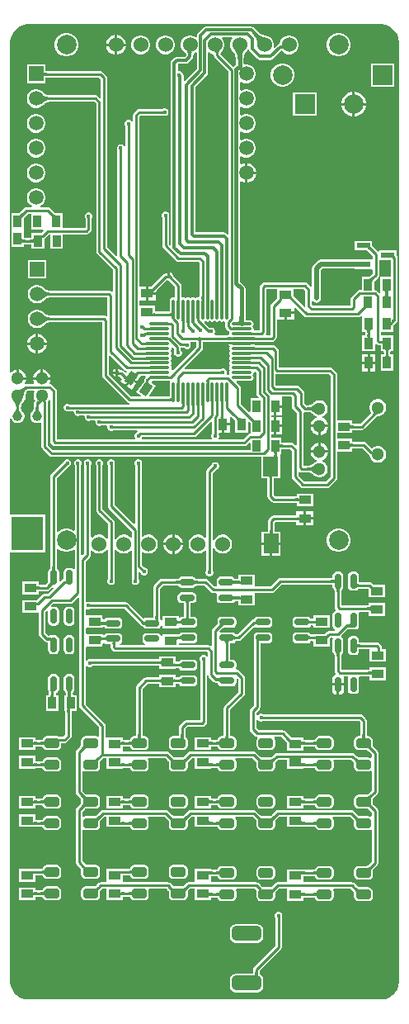
<source format=gtl>
G04*
G04 #@! TF.GenerationSoftware,Altium Limited,Altium Designer,22.11.1 (43)*
G04*
G04 Layer_Physical_Order=1*
G04 Layer_Color=255*
%FSLAX44Y44*%
%MOMM*%
G71*
G04*
G04 #@! TF.SameCoordinates,BDB78580-9DC3-4381-8F3F-6093B5378177*
G04*
G04*
G04 #@! TF.FilePolarity,Positive*
G04*
G01*
G75*
%ADD11C,0.5000*%
%ADD13C,0.2540*%
%ADD17R,1.2700X0.8890*%
%ADD18R,1.5000X2.0000*%
%ADD19O,0.3000X2.1000*%
%ADD20O,2.1000X0.3000*%
%ADD21R,0.8890X1.2700*%
%ADD22R,3.3000X3.5000*%
%ADD23R,1.4000X0.6000*%
G04:AMPARAMS|DCode=24|XSize=1.27mm|YSize=0.889mm|CornerRadius=0mm|HoleSize=0mm|Usage=FLASHONLY|Rotation=55.000|XOffset=0mm|YOffset=0mm|HoleType=Round|Shape=Rectangle|*
%AMROTATEDRECTD24*
4,1,4,-0.0001,-0.7751,-0.7283,-0.2652,0.0001,0.7751,0.7283,0.2652,-0.0001,-0.7751,0.0*
%
%ADD24ROTATEDRECTD24*%

%ADD50C,0.3000*%
%ADD51C,0.4000*%
%ADD52C,1.5240*%
G04:AMPARAMS|DCode=53|XSize=1mm|YSize=1.5mm|CornerRadius=0.25mm|HoleSize=0mm|Usage=FLASHONLY|Rotation=90.000|XOffset=0mm|YOffset=0mm|HoleType=Round|Shape=RoundedRectangle|*
%AMROUNDEDRECTD53*
21,1,1.0000,1.0000,0,0,90.0*
21,1,0.5000,1.5000,0,0,90.0*
1,1,0.5000,0.5000,0.2500*
1,1,0.5000,0.5000,-0.2500*
1,1,0.5000,-0.5000,-0.2500*
1,1,0.5000,-0.5000,0.2500*
%
%ADD53ROUNDEDRECTD53*%
%ADD54C,1.3000*%
%ADD55C,2.0000*%
%ADD56R,2.0000X2.0000*%
%ADD57R,2.0000X2.0000*%
%ADD58C,1.5000*%
%ADD59R,1.5000X1.5000*%
%ADD60C,1.0000*%
G04:AMPARAMS|DCode=61|XSize=1.5mm|YSize=3mm|CornerRadius=0.375mm|HoleSize=0mm|Usage=FLASHONLY|Rotation=270.000|XOffset=0mm|YOffset=0mm|HoleType=Round|Shape=RoundedRectangle|*
%AMROUNDEDRECTD61*
21,1,1.5000,2.2500,0,0,270.0*
21,1,0.7500,3.0000,0,0,270.0*
1,1,0.7500,-1.1250,-0.3750*
1,1,0.7500,-1.1250,0.3750*
1,1,0.7500,1.1250,0.3750*
1,1,0.7500,1.1250,-0.3750*
%
%ADD61ROUNDEDRECTD61*%
G04:AMPARAMS|DCode=62|XSize=0.7mm|YSize=1.5mm|CornerRadius=0.175mm|HoleSize=0mm|Usage=FLASHONLY|Rotation=0.000|XOffset=0mm|YOffset=0mm|HoleType=Round|Shape=RoundedRectangle|*
%AMROUNDEDRECTD62*
21,1,0.7000,1.1500,0,0,0.0*
21,1,0.3500,1.5000,0,0,0.0*
1,1,0.3500,0.1750,-0.5750*
1,1,0.3500,-0.1750,-0.5750*
1,1,0.3500,-0.1750,0.5750*
1,1,0.3500,0.1750,0.5750*
%
%ADD62ROUNDEDRECTD62*%
G04:AMPARAMS|DCode=63|XSize=0.7mm|YSize=1.5mm|CornerRadius=0.175mm|HoleSize=0mm|Usage=FLASHONLY|Rotation=270.000|XOffset=0mm|YOffset=0mm|HoleType=Round|Shape=RoundedRectangle|*
%AMROUNDEDRECTD63*
21,1,0.7000,1.1500,0,0,270.0*
21,1,0.3500,1.5000,0,0,270.0*
1,1,0.3500,-0.5750,-0.1750*
1,1,0.3500,-0.5750,0.1750*
1,1,0.3500,0.5750,0.1750*
1,1,0.3500,0.5750,-0.1750*
%
%ADD63ROUNDEDRECTD63*%
%ADD64C,0.3810*%
G36*
X990626Y1427544D02*
X991470Y1426846D01*
X992349Y1426212D01*
X993261Y1425641D01*
X994208Y1425133D01*
X995189Y1424689D01*
X996205Y1424308D01*
X997254Y1423991D01*
X998338Y1423737D01*
X999456Y1423546D01*
X990876Y1417207D01*
X990985Y1418199D01*
X990992Y1419177D01*
X990897Y1420142D01*
X990700Y1421093D01*
X990400Y1422030D01*
X989998Y1422953D01*
X989494Y1423863D01*
X988888Y1424759D01*
X988180Y1425641D01*
X987369Y1426509D01*
X989816Y1428306D01*
X990626Y1427544D01*
D02*
G37*
G36*
X1122834Y1436231D02*
X1126473Y1434724D01*
X1129749Y1432535D01*
X1132535Y1429749D01*
X1134724Y1426474D01*
X1136231Y1422834D01*
X1137000Y1418970D01*
Y1417000D01*
Y457000D01*
Y455030D01*
X1136231Y451166D01*
X1134724Y447526D01*
X1132535Y444251D01*
X1129749Y441465D01*
X1126473Y439276D01*
X1122834Y437769D01*
X1118970Y437000D01*
X755030D01*
X751166Y437769D01*
X747526Y439276D01*
X744251Y441465D01*
X741465Y444251D01*
X739276Y447526D01*
X737769Y451166D01*
X737000Y455030D01*
Y457000D01*
Y895468D01*
X773532D01*
Y934532D01*
X737000D01*
Y1032780D01*
X738270Y1032947D01*
X738447Y1032286D01*
X739373Y1030682D01*
X740682Y1029373D01*
X742286Y1028447D01*
X744074Y1027968D01*
X745926D01*
X747714Y1028447D01*
X749318Y1029373D01*
X750627Y1030682D01*
X751553Y1032286D01*
X752032Y1034074D01*
Y1035926D01*
X751553Y1037714D01*
X750627Y1039318D01*
X750105Y1039840D01*
X750018Y1039981D01*
X749660Y1040366D01*
X749400Y1040705D01*
X749166Y1041076D01*
X748960Y1041482D01*
X748781Y1041927D01*
X748629Y1042414D01*
X748507Y1042948D01*
X748417Y1043529D01*
X748375Y1044007D01*
X748454Y1044770D01*
X748590Y1045528D01*
X748778Y1046245D01*
X749016Y1046925D01*
X749305Y1047570D01*
X749647Y1048185D01*
X750041Y1048773D01*
X750492Y1049337D01*
X751058Y1049937D01*
X751149Y1050083D01*
X751827Y1050761D01*
X752951Y1052707D01*
X753532Y1054877D01*
Y1056168D01*
X753564Y1056327D01*
X753563Y1056331D01*
X753564Y1056336D01*
X753560Y1057065D01*
X753616Y1057687D01*
X753730Y1058300D01*
X753903Y1058909D01*
X754139Y1059519D01*
X754440Y1060133D01*
X754810Y1060751D01*
X755252Y1061375D01*
X755464Y1061633D01*
X761934D01*
X762667Y1060363D01*
X762049Y1059293D01*
X761468Y1057123D01*
Y1054877D01*
X762049Y1052707D01*
X763047Y1050978D01*
X762619Y1050550D01*
X761890Y1049458D01*
X761633Y1048169D01*
Y1044101D01*
X761583Y1043529D01*
X761493Y1042948D01*
X761371Y1042414D01*
X761219Y1041927D01*
X761040Y1041482D01*
X760834Y1041076D01*
X760600Y1040705D01*
X760340Y1040366D01*
X759982Y1039981D01*
X759895Y1039840D01*
X759373Y1039318D01*
X758447Y1037714D01*
X757968Y1035926D01*
Y1034074D01*
X758447Y1032286D01*
X759373Y1030682D01*
X760682Y1029373D01*
X762286Y1028447D01*
X764074Y1027968D01*
X765926D01*
X767714Y1028447D01*
X768363Y1028822D01*
X769633Y1028089D01*
Y1004000D01*
X769890Y1002712D01*
X770619Y1001619D01*
X777619Y994619D01*
X778712Y993890D01*
X780000Y993633D01*
X995468D01*
Y971708D01*
X1001549D01*
X1001559Y971652D01*
X1001633Y970752D01*
Y953000D01*
X1001890Y951712D01*
X1002619Y950619D01*
X1005619Y947619D01*
X1006712Y946890D01*
X1008000Y946633D01*
X1030511D01*
X1031102Y946612D01*
X1031535Y946564D01*
X1031619Y946549D01*
Y943022D01*
X1048383D01*
Y955976D01*
X1031619D01*
Y953451D01*
X1031562Y953441D01*
X1030663Y953367D01*
X1009395D01*
X1008367Y954395D01*
Y970600D01*
X1008388Y971191D01*
X1008436Y971624D01*
X1008451Y971708D01*
X1014532D01*
Y993676D01*
X1014533Y993679D01*
X1014532Y993682D01*
Y995772D01*
X1015451Y996619D01*
X1015978D01*
Y1001550D01*
X1016034Y1001560D01*
X1016934Y1001634D01*
X1024605D01*
X1026633Y999605D01*
Y973000D01*
X1026890Y971712D01*
X1027619Y970619D01*
X1035619Y962619D01*
X1036712Y961890D01*
X1038000Y961633D01*
X1063000D01*
X1064288Y961890D01*
X1065381Y962619D01*
X1072381Y969619D01*
X1073110Y970712D01*
X1073367Y972000D01*
Y999024D01*
X1088381D01*
Y1002050D01*
X1088438Y1002060D01*
X1089337Y1002134D01*
X1099105D01*
X1105618Y995621D01*
X1106468Y995053D01*
Y994877D01*
X1107049Y992707D01*
X1108173Y990761D01*
X1109761Y989173D01*
X1111707Y988049D01*
X1113877Y987468D01*
X1116123D01*
X1118293Y988049D01*
X1120239Y989173D01*
X1121827Y990761D01*
X1122951Y992707D01*
X1123532Y994877D01*
Y997123D01*
X1122951Y999293D01*
X1121827Y1001239D01*
X1120239Y1002827D01*
X1118293Y1003951D01*
X1116123Y1004532D01*
X1113877D01*
X1111707Y1003951D01*
X1109761Y1002827D01*
X1108848Y1001914D01*
X1102880Y1007881D01*
X1101788Y1008611D01*
X1100499Y1008867D01*
X1089489D01*
X1088898Y1008889D01*
X1088465Y1008937D01*
X1088381Y1008952D01*
Y1011978D01*
X1073367D01*
Y1018024D01*
X1088381D01*
Y1021050D01*
X1088438Y1021060D01*
X1089337Y1021134D01*
X1098501D01*
X1099789Y1021390D01*
X1100881Y1022120D01*
X1114130Y1035369D01*
X1114196Y1035468D01*
X1116123D01*
X1118293Y1036049D01*
X1120239Y1037173D01*
X1121827Y1038761D01*
X1122951Y1040707D01*
X1123532Y1042877D01*
Y1045123D01*
X1122951Y1047293D01*
X1121827Y1049239D01*
X1120239Y1050827D01*
X1118293Y1051951D01*
X1116123Y1052532D01*
X1113877D01*
X1111707Y1051951D01*
X1109761Y1050827D01*
X1108173Y1049239D01*
X1107049Y1047293D01*
X1106468Y1045123D01*
Y1042877D01*
X1107049Y1040707D01*
X1108110Y1038871D01*
X1097106Y1027868D01*
X1089489D01*
X1088898Y1027889D01*
X1088465Y1027937D01*
X1088381Y1027952D01*
Y1030978D01*
X1073367D01*
Y1078000D01*
X1073110Y1079288D01*
X1072381Y1080381D01*
X1068381Y1084381D01*
X1067288Y1085110D01*
X1066000Y1085367D01*
X1013367D01*
Y1102000D01*
X1013110Y1103288D01*
X1012381Y1104381D01*
X1009611Y1107151D01*
X1008518Y1107880D01*
X1007230Y1108137D01*
X988859D01*
X988561Y1108500D01*
X974770D01*
X961904D01*
X961964Y1108194D01*
X962857Y1106857D01*
X962898Y1106830D01*
X962443Y1106148D01*
X962169Y1104770D01*
X962443Y1103392D01*
X963193Y1102270D01*
X962443Y1101148D01*
X962169Y1099770D01*
X962443Y1098392D01*
X963193Y1097270D01*
X962443Y1096148D01*
X962169Y1094770D01*
X962443Y1093392D01*
X963193Y1092270D01*
X962443Y1091148D01*
X962169Y1089770D01*
X962443Y1088392D01*
X963193Y1087270D01*
X962443Y1086148D01*
X962169Y1084770D01*
X962443Y1083392D01*
X963193Y1082270D01*
X962443Y1081148D01*
X962169Y1079770D01*
X962443Y1078392D01*
X962456Y1078372D01*
X961751Y1077317D01*
X961027Y1077361D01*
X961000Y1077367D01*
X960939D01*
X960529Y1077392D01*
X959697Y1078637D01*
X959937Y1079217D01*
Y1080783D01*
X959338Y1082230D01*
X958230Y1083338D01*
X956783Y1083937D01*
X955217D01*
X953840Y1083367D01*
X916787D01*
X916301Y1084540D01*
X934381Y1102619D01*
X935110Y1103712D01*
X935367Y1105000D01*
Y1111471D01*
X935385Y1111577D01*
X935390Y1111592D01*
X935406Y1111597D01*
X935512Y1111616D01*
X960733D01*
X961201Y1111040D01*
X974770D01*
X988561D01*
X988859Y1111403D01*
X1006282D01*
X1007570Y1111660D01*
X1008663Y1112389D01*
X1010151Y1113877D01*
X1010880Y1114969D01*
X1011137Y1116258D01*
Y1134015D01*
X1018730D01*
Y1141000D01*
X1020000D01*
Y1142270D01*
X1028890D01*
Y1146458D01*
X1030160Y1146984D01*
X1039524Y1137619D01*
X1040617Y1136890D01*
X1041905Y1136633D01*
X1094825D01*
X1096113Y1136890D01*
X1097206Y1137619D01*
X1097745Y1138159D01*
X1099015Y1137633D01*
Y1121653D01*
X1102043D01*
X1102053Y1121596D01*
X1102127Y1120697D01*
Y1119491D01*
X1102105Y1118900D01*
X1102058Y1118467D01*
X1102043Y1118383D01*
X1099017D01*
Y1101619D01*
X1111971D01*
Y1108960D01*
X1113241Y1109486D01*
X1114107Y1108619D01*
X1115200Y1107890D01*
X1116488Y1107633D01*
X1117167D01*
X1117637Y1107617D01*
X1118017Y1107577D01*
Y1101619D01*
X1121041D01*
X1121051Y1101562D01*
X1121125Y1100663D01*
Y1099489D01*
X1121104Y1098898D01*
X1121056Y1098465D01*
X1121041Y1098381D01*
X1118015D01*
Y1081617D01*
X1130969D01*
Y1098381D01*
X1127943D01*
X1127933Y1098438D01*
X1127859Y1099337D01*
Y1100511D01*
X1127881Y1101102D01*
X1127928Y1101535D01*
X1127943Y1101619D01*
X1130971D01*
Y1118383D01*
X1118367D01*
Y1121653D01*
X1130969D01*
Y1127150D01*
X1130973Y1127163D01*
X1130990Y1127394D01*
X1131018Y1127527D01*
X1131082Y1127721D01*
X1131194Y1127971D01*
X1131359Y1128271D01*
X1131582Y1128615D01*
X1131850Y1128979D01*
X1132506Y1129745D01*
X1134381Y1131619D01*
X1135110Y1132712D01*
X1135367Y1134000D01*
Y1197638D01*
X1135110Y1198926D01*
X1134381Y1200018D01*
X1134171Y1200228D01*
Y1205531D01*
X1116107D01*
Y1204450D01*
X1114837Y1203924D01*
X1110371Y1208390D01*
X1109515Y1209361D01*
X1109198Y1209776D01*
X1109032Y1210027D01*
Y1210576D01*
X1109041Y1210623D01*
X1109032Y1210669D01*
Y1215032D01*
X1090968D01*
Y1204968D01*
X1103330D01*
X1103377Y1204959D01*
X1103424Y1204968D01*
X1103972D01*
X1104181Y1204831D01*
X1105660Y1203579D01*
X1109903Y1199335D01*
Y1196941D01*
X1109032Y1196032D01*
X1108633Y1196032D01*
X1093077D01*
X1093030Y1196041D01*
X1092984Y1196032D01*
X1092867D01*
X1092852Y1196034D01*
X1092846Y1196032D01*
X1090968D01*
Y1195832D01*
X1087598Y1195621D01*
X1056000D01*
X1054232Y1195269D01*
X1052733Y1194267D01*
X1052732Y1194267D01*
X1048733Y1190267D01*
X1047731Y1188768D01*
X1047379Y1187000D01*
X1047379Y1187000D01*
Y1168124D01*
X1047179Y1167975D01*
X1046109Y1167652D01*
X1042381Y1171381D01*
X1041288Y1172110D01*
X1040000Y1172367D01*
X999000D01*
X997712Y1172110D01*
X996619Y1171381D01*
X994619Y1169381D01*
X993890Y1168288D01*
X993633Y1167000D01*
Y1123137D01*
X988338D01*
X987299Y1124407D01*
X987371Y1124770D01*
X987097Y1126148D01*
X986347Y1127270D01*
X987097Y1128392D01*
X987371Y1129770D01*
X987097Y1131148D01*
X986316Y1132316D01*
X985148Y1133097D01*
X983770Y1133371D01*
X979252D01*
X979237Y1133408D01*
X979113Y1133863D01*
X979007Y1134461D01*
X978881Y1135977D01*
Y1164844D01*
X979111Y1166000D01*
X978798Y1167573D01*
X977907Y1168907D01*
X973611Y1173203D01*
Y1275229D01*
X974881Y1275962D01*
X976125Y1275244D01*
X978678Y1274560D01*
X978730D01*
Y1284600D01*
Y1294640D01*
X978678D01*
X976125Y1293956D01*
X974881Y1293238D01*
X973611Y1293971D01*
Y1301216D01*
X974881Y1301949D01*
X976321Y1301118D01*
X978745Y1300468D01*
X981255D01*
X983679Y1301118D01*
X985853Y1302372D01*
X987627Y1304147D01*
X988882Y1306321D01*
X989532Y1308745D01*
Y1311255D01*
X988882Y1313679D01*
X987627Y1315853D01*
X985853Y1317628D01*
X983679Y1318882D01*
X981255Y1319532D01*
X978745D01*
X976321Y1318882D01*
X974881Y1318051D01*
X973611Y1318784D01*
Y1326616D01*
X974881Y1327349D01*
X976321Y1326518D01*
X978745Y1325868D01*
X981255D01*
X983679Y1326518D01*
X985853Y1327773D01*
X987627Y1329547D01*
X988882Y1331721D01*
X989532Y1334145D01*
Y1336655D01*
X988882Y1339079D01*
X987627Y1341253D01*
X985853Y1343027D01*
X983679Y1344282D01*
X981255Y1344932D01*
X978745D01*
X976321Y1344282D01*
X974881Y1343451D01*
X973611Y1344184D01*
Y1352016D01*
X974881Y1352749D01*
X976321Y1351918D01*
X978745Y1351268D01*
X981255D01*
X983679Y1351918D01*
X985853Y1353172D01*
X987627Y1354947D01*
X988882Y1357121D01*
X989532Y1359545D01*
Y1362055D01*
X988882Y1364479D01*
X987627Y1366653D01*
X985853Y1368427D01*
X983679Y1369682D01*
X981255Y1370332D01*
X978745D01*
X976321Y1369682D01*
X974881Y1368851D01*
X973611Y1369584D01*
Y1377416D01*
X974881Y1378149D01*
X976321Y1377318D01*
X978745Y1376668D01*
X981255D01*
X983679Y1377318D01*
X985853Y1378573D01*
X987627Y1380347D01*
X988882Y1382521D01*
X989532Y1384945D01*
Y1387455D01*
X988882Y1389879D01*
X987627Y1392053D01*
X985853Y1393828D01*
X983679Y1395082D01*
X981255Y1395732D01*
X978745D01*
X978119Y1395564D01*
X977111Y1396337D01*
Y1402229D01*
X977192Y1403169D01*
X977338Y1404134D01*
X977538Y1405029D01*
X977790Y1405856D01*
X978092Y1406616D01*
X978443Y1407314D01*
X978841Y1407953D01*
X979288Y1408539D01*
X979854Y1409150D01*
X979939Y1409289D01*
X980723Y1410074D01*
X981292Y1411057D01*
X982630Y1410836D01*
X982673Y1410622D01*
X983454Y1409454D01*
X991454Y1401454D01*
X992622Y1400673D01*
X994000Y1400399D01*
X1005000D01*
X1006378Y1400673D01*
X1007546Y1401454D01*
X1016121Y1410029D01*
X1017874Y1408277D01*
X1020074Y1407006D01*
X1022529Y1406348D01*
X1025071D01*
X1027526Y1407006D01*
X1029726Y1408277D01*
X1031524Y1410074D01*
X1032794Y1412274D01*
X1033452Y1414729D01*
Y1417271D01*
X1032794Y1419725D01*
X1031524Y1421926D01*
X1029726Y1423723D01*
X1027526Y1424994D01*
X1025071Y1425652D01*
X1022529D01*
X1020074Y1424994D01*
X1017874Y1423723D01*
X1016077Y1421926D01*
X1014806Y1419725D01*
X1014155Y1417297D01*
X1013452Y1417157D01*
X1012283Y1416376D01*
X1008902Y1412995D01*
X1007764Y1413652D01*
X1008052Y1414729D01*
Y1417271D01*
X1007394Y1419725D01*
X1006124Y1421926D01*
X1004326Y1423723D01*
X1002126Y1424994D01*
X999671Y1425652D01*
X999433D01*
X998749Y1425769D01*
X997791Y1425993D01*
X996869Y1426272D01*
X995981Y1426605D01*
X995126Y1426992D01*
X994301Y1427434D01*
X993506Y1427932D01*
X992738Y1428486D01*
X991997Y1429099D01*
X991948Y1429145D01*
X987546Y1433546D01*
X986378Y1434327D01*
X985000Y1434601D01*
X938343D01*
X936965Y1434327D01*
X935797Y1433546D01*
X930454Y1428203D01*
X929673Y1427035D01*
X929399Y1425657D01*
Y1424111D01*
X928225Y1423625D01*
X928127Y1423723D01*
X925926Y1424994D01*
X923471Y1425652D01*
X920929D01*
X918475Y1424994D01*
X916274Y1423723D01*
X914476Y1421926D01*
X913206Y1419725D01*
X912548Y1417271D01*
Y1414729D01*
X913206Y1412274D01*
X914476Y1410074D01*
X916274Y1408277D01*
X917552Y1407538D01*
X917625Y1407467D01*
X917751Y1407385D01*
X917800Y1407315D01*
X917888Y1407139D01*
X917992Y1406850D01*
X918094Y1406453D01*
X918178Y1405979D01*
X918234Y1405327D01*
X916508Y1403601D01*
X908757D01*
X907379Y1403327D01*
X906211Y1402546D01*
X903398Y1399733D01*
X902617Y1398565D01*
X902343Y1397187D01*
Y1211257D01*
X901202Y1210765D01*
X900367Y1211448D01*
Y1238840D01*
X900937Y1240217D01*
Y1241783D01*
X900338Y1243230D01*
X899230Y1244338D01*
X897783Y1244937D01*
X896217D01*
X894770Y1244338D01*
X893662Y1243230D01*
X893063Y1241783D01*
Y1240217D01*
X893633Y1238840D01*
Y1210000D01*
X893890Y1208712D01*
X894619Y1207619D01*
X907619Y1194619D01*
X908712Y1193890D01*
X910000Y1193633D01*
X930605D01*
X931633Y1192605D01*
Y1158108D01*
X930363Y1157069D01*
X930000Y1157141D01*
X928622Y1156867D01*
X927500Y1156117D01*
X926378Y1156867D01*
X925000Y1157141D01*
X923622Y1156867D01*
X922500Y1156117D01*
X921378Y1156867D01*
X920000Y1157141D01*
X918622Y1156867D01*
X917500Y1156117D01*
X916378Y1156867D01*
X915000Y1157141D01*
X914643Y1157070D01*
X914510Y1157089D01*
X913367Y1158108D01*
Y1169000D01*
X913110Y1170288D01*
X912381Y1171381D01*
X904880Y1178881D01*
Y1179319D01*
X904203Y1180953D01*
X902953Y1182203D01*
X901705Y1182720D01*
Y1178435D01*
X899165D01*
Y1182720D01*
X897917Y1182203D01*
X897081Y1181367D01*
X896902D01*
X895613Y1181110D01*
X894521Y1180381D01*
X882949Y1168809D01*
X882020Y1167987D01*
X879268D01*
Y1162272D01*
X883840D01*
X880726Y1165386D01*
X880929Y1165254D01*
X881188Y1165212D01*
X881501Y1165260D01*
X881868Y1165398D01*
X882290Y1165625D01*
X882766Y1165943D01*
X883297Y1166350D01*
X884522Y1167434D01*
X885216Y1168110D01*
X887012Y1166314D01*
X886335Y1165620D01*
X884845Y1163864D01*
X884527Y1163388D01*
X884300Y1162966D01*
X884162Y1162599D01*
X884114Y1162286D01*
X884116Y1162272D01*
X886888D01*
Y1163070D01*
X887761Y1164098D01*
X898209Y1174546D01*
X899551Y1173990D01*
X900249D01*
X906633Y1167606D01*
Y1158108D01*
X905363Y1157069D01*
X905000Y1157141D01*
X903622Y1156867D01*
X902454Y1156086D01*
X901673Y1154918D01*
X901399Y1153540D01*
Y1142662D01*
X901383Y1142659D01*
X900483Y1142585D01*
X887490D01*
X886900Y1142606D01*
X886469Y1142654D01*
X886380Y1142670D01*
Y1148479D01*
X870367D01*
Y1154017D01*
X876728D01*
Y1161002D01*
Y1167987D01*
X870367D01*
Y1342605D01*
X871395Y1343633D01*
X893840D01*
X895217Y1343063D01*
X896783D01*
X898230Y1343662D01*
X899338Y1344770D01*
X899937Y1346217D01*
Y1347783D01*
X899338Y1349230D01*
X898230Y1350338D01*
X896783Y1350937D01*
X895217D01*
X893840Y1350367D01*
X870000D01*
X868712Y1350110D01*
X867619Y1349381D01*
X864619Y1346381D01*
X863890Y1345288D01*
X863633Y1344000D01*
Y1337421D01*
X862363Y1337168D01*
X862338Y1337230D01*
X861230Y1338338D01*
X859783Y1338937D01*
X858217D01*
X856770Y1338338D01*
X855662Y1337230D01*
X855063Y1335783D01*
Y1334217D01*
X855633Y1332840D01*
Y1312421D01*
X854363Y1312168D01*
X854338Y1312230D01*
X853230Y1313338D01*
X851783Y1313937D01*
X850217D01*
X848770Y1313338D01*
X847662Y1312230D01*
X847063Y1310783D01*
Y1309217D01*
X847633Y1307840D01*
Y1199924D01*
X846363Y1199398D01*
X837367Y1208394D01*
Y1382000D01*
X837110Y1383288D01*
X836381Y1384381D01*
X832381Y1388381D01*
X831288Y1389110D01*
X830000Y1389367D01*
X774740D01*
X774149Y1389388D01*
X773716Y1389436D01*
X773632Y1389451D01*
Y1395732D01*
X754568D01*
Y1376668D01*
X773632D01*
Y1382549D01*
X773688Y1382559D01*
X774588Y1382633D01*
X828605D01*
X830633Y1380605D01*
Y1361787D01*
X829460Y1361301D01*
X827581Y1363181D01*
X826488Y1363910D01*
X825200Y1364167D01*
X778335D01*
X778034Y1364178D01*
X777117Y1364279D01*
X776239Y1364447D01*
X775397Y1364680D01*
X774589Y1364979D01*
X773810Y1365343D01*
X773058Y1365775D01*
X772329Y1366277D01*
X771622Y1366852D01*
X770882Y1367553D01*
X770733Y1367647D01*
X769953Y1368427D01*
X767779Y1369682D01*
X765355Y1370332D01*
X762845D01*
X760421Y1369682D01*
X758247Y1368427D01*
X756472Y1366653D01*
X755218Y1364479D01*
X754568Y1362055D01*
Y1359545D01*
X755218Y1357121D01*
X756472Y1354947D01*
X758247Y1353172D01*
X760421Y1351918D01*
X762845Y1351268D01*
X765355D01*
X767779Y1351918D01*
X769953Y1353172D01*
X770733Y1353953D01*
X770882Y1354047D01*
X771622Y1354748D01*
X772329Y1355323D01*
X773058Y1355825D01*
X773810Y1356257D01*
X774589Y1356621D01*
X775397Y1356920D01*
X776239Y1357153D01*
X777117Y1357321D01*
X778034Y1357422D01*
X778335Y1357433D01*
X823805D01*
X825633Y1355605D01*
Y1204000D01*
X825890Y1202712D01*
X826619Y1201619D01*
X842633Y1185605D01*
Y1163253D01*
X842220Y1163082D01*
X841363Y1162867D01*
X840400Y1163510D01*
X839112Y1163767D01*
X779235D01*
X778934Y1163777D01*
X778017Y1163879D01*
X777139Y1164047D01*
X776298Y1164280D01*
X775490Y1164578D01*
X774710Y1164943D01*
X773958Y1165375D01*
X773229Y1165877D01*
X772522Y1166452D01*
X771782Y1167153D01*
X771633Y1167247D01*
X770853Y1168027D01*
X768679Y1169282D01*
X766255Y1169932D01*
X763745D01*
X761321Y1169282D01*
X759147Y1168027D01*
X757373Y1166253D01*
X756118Y1164079D01*
X755468Y1161655D01*
Y1159145D01*
X756118Y1156721D01*
X757373Y1154547D01*
X759147Y1152773D01*
X761321Y1151518D01*
X763745Y1150868D01*
X766255D01*
X768679Y1151518D01*
X770853Y1152773D01*
X771634Y1153553D01*
X771782Y1153647D01*
X772522Y1154348D01*
X773229Y1154923D01*
X773958Y1155425D01*
X774710Y1155857D01*
X775489Y1156221D01*
X776298Y1156520D01*
X777139Y1156753D01*
X778017Y1156921D01*
X778934Y1157022D01*
X779235Y1157033D01*
X837233D01*
Y1137699D01*
X836060Y1137213D01*
X835893Y1137381D01*
X834800Y1138110D01*
X833512Y1138367D01*
X779235D01*
X778934Y1138378D01*
X778017Y1138479D01*
X777139Y1138647D01*
X776298Y1138880D01*
X775490Y1139178D01*
X774710Y1139543D01*
X773958Y1139975D01*
X773229Y1140477D01*
X772522Y1141052D01*
X771782Y1141753D01*
X771633Y1141847D01*
X770853Y1142627D01*
X768679Y1143882D01*
X766255Y1144532D01*
X763745D01*
X761321Y1143882D01*
X759147Y1142627D01*
X757373Y1140853D01*
X756118Y1138679D01*
X755468Y1136255D01*
Y1133745D01*
X756118Y1131321D01*
X757373Y1129147D01*
X759147Y1127373D01*
X761321Y1126118D01*
X763745Y1125468D01*
X766255D01*
X768679Y1126118D01*
X770853Y1127373D01*
X771634Y1128153D01*
X771782Y1128247D01*
X772522Y1128948D01*
X773229Y1129523D01*
X773958Y1130025D01*
X774710Y1130457D01*
X775489Y1130821D01*
X776298Y1131120D01*
X777139Y1131353D01*
X778017Y1131521D01*
X778934Y1131622D01*
X779235Y1131633D01*
X831633D01*
Y1077000D01*
X831890Y1075712D01*
X832619Y1074619D01*
X857619Y1049619D01*
X858712Y1048890D01*
X860000Y1048633D01*
X859992Y1047367D01*
X798160D01*
X796783Y1047937D01*
X795217D01*
X793770Y1047338D01*
X792662Y1046230D01*
X792063Y1044783D01*
Y1043217D01*
X792662Y1041770D01*
X793770Y1040662D01*
X795217Y1040063D01*
X796783D01*
X798160Y1040633D01*
X802495D01*
X803063Y1039783D01*
Y1038217D01*
X803662Y1036770D01*
X804770Y1035662D01*
X806217Y1035063D01*
X807783D01*
X809160Y1035633D01*
X813495D01*
X814063Y1034783D01*
Y1033217D01*
X814662Y1031770D01*
X815770Y1030662D01*
X817217Y1030063D01*
X818783D01*
X820160Y1030633D01*
X824495D01*
X825063Y1029783D01*
Y1028217D01*
X825662Y1026770D01*
X826770Y1025662D01*
X828217Y1025063D01*
X829783D01*
X831160Y1025633D01*
X836495D01*
X837063Y1024783D01*
Y1023217D01*
X837662Y1021770D01*
X838770Y1020662D01*
X840217Y1020063D01*
X841783D01*
X843160Y1020633D01*
X867418D01*
X868318Y1019363D01*
X868217Y1018937D01*
X866770Y1018338D01*
X865662Y1017230D01*
X865063Y1015783D01*
Y1014217D01*
X865662Y1012770D01*
X865796Y1012637D01*
X865269Y1011367D01*
X785367D01*
Y1061000D01*
X785110Y1062288D01*
X784381Y1063381D01*
X780381Y1067381D01*
X779288Y1068110D01*
X778585Y1068250D01*
X777934Y1069406D01*
X777919Y1069637D01*
X778424Y1070511D01*
X779019Y1072730D01*
X770000D01*
X760981D01*
X761576Y1070511D01*
X762081Y1069637D01*
X761347Y1068367D01*
X754000D01*
X753607Y1068289D01*
X752795Y1069422D01*
X753424Y1070511D01*
X754019Y1072730D01*
X745000D01*
Y1074000D01*
X743730D01*
Y1083019D01*
X741511Y1082424D01*
X739449Y1081234D01*
X738270Y1080054D01*
X737000Y1080581D01*
Y1417000D01*
Y1418970D01*
X737769Y1422834D01*
X739276Y1426474D01*
X741465Y1429749D01*
X744251Y1432535D01*
X747526Y1434724D01*
X751166Y1436231D01*
X755030Y1437000D01*
X1118970D01*
X1122834Y1436231D01*
D02*
G37*
G36*
X952193Y1409872D02*
X952006Y1409593D01*
X951840Y1409248D01*
X951697Y1408836D01*
X951576Y1408358D01*
X951477Y1407813D01*
X951399Y1407202D01*
X951311Y1405780D01*
X951300Y1404970D01*
X948760D01*
X948746Y1405610D01*
X948633Y1406692D01*
X948534Y1407133D01*
X948408Y1407507D01*
X948252Y1407816D01*
X948069Y1408057D01*
X947858Y1408233D01*
X947618Y1408342D01*
X947350Y1408384D01*
X952403Y1410084D01*
X952193Y1409872D01*
D02*
G37*
G36*
X925061Y1408937D02*
X924741Y1408764D01*
X924456Y1408517D01*
X924203Y1408196D01*
X923985Y1407801D01*
X923800Y1407333D01*
X923649Y1406790D01*
X923531Y1406173D01*
X923447Y1405483D01*
X923397Y1404718D01*
X923380Y1403880D01*
X920380D01*
X920364Y1404743D01*
X920234Y1406249D01*
X920120Y1406892D01*
X919974Y1407461D01*
X919796Y1407956D01*
X919585Y1408378D01*
X919341Y1408726D01*
X919065Y1409001D01*
X918757Y1409202D01*
X925061Y1408937D01*
D02*
G37*
G36*
X977701Y1409875D02*
X977134Y1409131D01*
X976634Y1408328D01*
X976200Y1407465D01*
X975834Y1406541D01*
X975534Y1405558D01*
X975300Y1404515D01*
X975133Y1403413D01*
X975033Y1402250D01*
X975000Y1401027D01*
X971000D01*
X970967Y1402250D01*
X970867Y1403413D01*
X970700Y1404515D01*
X970467Y1405558D01*
X970166Y1406541D01*
X969800Y1407465D01*
X969366Y1408328D01*
X968866Y1409131D01*
X968299Y1409875D01*
X967666Y1410558D01*
X978334D01*
X977701Y1409875D01*
D02*
G37*
G36*
X965575Y1422225D02*
X965276Y1421926D01*
X964006Y1419725D01*
X963348Y1417271D01*
Y1414729D01*
X964006Y1412274D01*
X965276Y1410074D01*
X966061Y1409289D01*
X966146Y1409150D01*
X966712Y1408539D01*
X967159Y1407953D01*
X967557Y1407314D01*
X967908Y1406616D01*
X968210Y1405855D01*
X968462Y1405029D01*
X968662Y1404134D01*
X968808Y1403169D01*
X968889Y1402229D01*
Y1395752D01*
X966593Y1393456D01*
X966331Y1393430D01*
X953421Y1406340D01*
X953463Y1407008D01*
X953525Y1407498D01*
X953601Y1407917D01*
X953683Y1408239D01*
X953759Y1408457D01*
X953807Y1408557D01*
X955323Y1410074D01*
X956594Y1412274D01*
X957252Y1414729D01*
Y1417271D01*
X956594Y1419725D01*
X955323Y1421926D01*
X955024Y1422225D01*
X955510Y1423399D01*
X965089D01*
X965575Y1422225D01*
D02*
G37*
G36*
X771577Y1388299D02*
X771693Y1388083D01*
X771885Y1387892D01*
X772153Y1387727D01*
X772499Y1387587D01*
X772922Y1387473D01*
X773421Y1387384D01*
X773997Y1387321D01*
X775379Y1387270D01*
Y1384730D01*
X774650Y1384717D01*
X773421Y1384616D01*
X772922Y1384527D01*
X772499Y1384413D01*
X772153Y1384273D01*
X771885Y1384108D01*
X771693Y1383917D01*
X771577Y1383701D01*
X771539Y1383460D01*
Y1388540D01*
X771577Y1388299D01*
D02*
G37*
G36*
X929399Y1407889D02*
Y1391304D01*
X916655Y1378560D01*
X915481Y1379046D01*
Y1383901D01*
X915207Y1385279D01*
X914937Y1385683D01*
Y1385783D01*
X914338Y1387230D01*
X913230Y1388338D01*
X911783Y1388937D01*
X910217D01*
X909545Y1389386D01*
Y1395695D01*
X910249Y1396399D01*
X918000D01*
X919378Y1396673D01*
X920546Y1397454D01*
X924426Y1401334D01*
X925207Y1402502D01*
X925481Y1403880D01*
Y1404841D01*
X925511Y1405289D01*
X925579Y1405854D01*
X925668Y1406317D01*
X925767Y1406673D01*
X925863Y1406916D01*
X925910Y1407002D01*
X925926Y1407006D01*
X928127Y1408277D01*
X928225Y1408376D01*
X929399Y1407889D01*
D02*
G37*
G36*
X770254Y1365294D02*
X771086Y1364617D01*
X771953Y1364020D01*
X772854Y1363503D01*
X773791Y1363065D01*
X774761Y1362707D01*
X775767Y1362428D01*
X776807Y1362229D01*
X777882Y1362110D01*
X778992Y1362070D01*
Y1359530D01*
X777882Y1359490D01*
X776807Y1359371D01*
X775767Y1359172D01*
X774761Y1358893D01*
X773791Y1358535D01*
X772854Y1358097D01*
X771953Y1357580D01*
X771086Y1356983D01*
X770254Y1356306D01*
X769456Y1355550D01*
Y1366050D01*
X770254Y1365294D01*
D02*
G37*
G36*
X943875Y1407006D02*
X946329Y1406348D01*
X946586D01*
X946663Y1405606D01*
Y1404970D01*
X946920Y1403682D01*
X947649Y1402589D01*
X961633Y1388605D01*
Y1222119D01*
X960460Y1221633D01*
X959546Y1222546D01*
X958378Y1223327D01*
X957000Y1223601D01*
X927601D01*
Y1372508D01*
X939546Y1384454D01*
X940327Y1385622D01*
X940601Y1387000D01*
Y1407747D01*
X941871Y1408162D01*
X943875Y1407006D01*
D02*
G37*
G36*
X1106835Y1210416D02*
X1106790Y1210156D01*
X1106835Y1209841D01*
X1106970Y1209473D01*
X1107194Y1209051D01*
X1107508Y1208575D01*
X1107912Y1208045D01*
X1108990Y1206824D01*
X1109664Y1206133D01*
X1107868Y1204336D01*
X1107176Y1205010D01*
X1105425Y1206492D01*
X1104949Y1206806D01*
X1104527Y1207030D01*
X1104159Y1207165D01*
X1103844Y1207210D01*
X1103584Y1207165D01*
X1103377Y1207030D01*
X1106970Y1210623D01*
X1106835Y1210416D01*
D02*
G37*
G36*
X1132109Y1197529D02*
X1133270Y1193719D01*
X1130730D01*
X1130717Y1194446D01*
X1130616Y1195672D01*
X1130527Y1196170D01*
X1130413Y1196592D01*
X1130273Y1196938D01*
X1130108Y1197208D01*
X1129917Y1197401D01*
X1129701Y1197519D01*
X1129460Y1197560D01*
X1132109Y1197529D01*
D02*
G37*
G36*
X1093030Y1188030D02*
X1092955Y1188120D01*
X1092730Y1188199D01*
X1092355Y1188270D01*
X1091831Y1188331D01*
X1090331Y1188425D01*
X1085530Y1188500D01*
Y1193500D01*
X1086955Y1193505D01*
X1092955Y1193880D01*
X1093030Y1193969D01*
Y1188030D01*
D02*
G37*
G36*
X1112109Y1177217D02*
X1111432Y1176523D01*
X1109941Y1174768D01*
X1109624Y1174291D01*
X1109396Y1173870D01*
X1109258Y1173502D01*
X1109211Y1173189D01*
X1109252Y1172931D01*
X1109384Y1172727D01*
X1105822Y1176289D01*
X1106026Y1176157D01*
X1106284Y1176115D01*
X1106597Y1176163D01*
X1106965Y1176301D01*
X1107386Y1176529D01*
X1107863Y1176846D01*
X1108393Y1177253D01*
X1109618Y1178337D01*
X1110312Y1179014D01*
X1112109Y1177217D01*
D02*
G37*
G36*
X1090249Y1186354D02*
X1090968Y1186309D01*
Y1185968D01*
X1092846D01*
X1092852Y1185966D01*
X1092867Y1185968D01*
X1092984D01*
X1093030Y1185959D01*
X1093077Y1185968D01*
X1108633D01*
X1109032Y1185968D01*
X1109903Y1185059D01*
Y1181570D01*
X1108046Y1179712D01*
X1107075Y1178853D01*
X1106657Y1178532D01*
X1106431Y1178382D01*
X1098523D01*
Y1164367D01*
X1096000D01*
X1096000Y1164367D01*
X1094712Y1164110D01*
X1093619Y1163381D01*
X1087619Y1157381D01*
X1086890Y1156288D01*
X1086633Y1155000D01*
Y1148367D01*
X1048394D01*
X1047367Y1149395D01*
Y1152491D01*
X1048637Y1152876D01*
X1048733Y1152733D01*
X1050232Y1151731D01*
X1052000Y1151379D01*
X1053768Y1151731D01*
X1055267Y1152733D01*
X1056269Y1154232D01*
X1056621Y1156000D01*
Y1185086D01*
X1057914Y1186379D01*
X1088644D01*
X1090249Y1186354D01*
D02*
G37*
G36*
X1128559Y1195404D02*
X1128633Y1194508D01*
Y1178382D01*
X1117523D01*
Y1162034D01*
X1116331Y1161431D01*
X1114381Y1163381D01*
X1113288Y1164110D01*
X1112000Y1164367D01*
X1111477D01*
Y1173336D01*
X1111599Y1173519D01*
X1112858Y1175002D01*
X1115651Y1177794D01*
X1116380Y1178887D01*
X1116637Y1180175D01*
Y1195467D01*
X1128548D01*
X1128559Y1195404D01*
D02*
G37*
G36*
X1126299Y1163673D02*
X1126083Y1163557D01*
X1125892Y1163365D01*
X1125727Y1163096D01*
X1125587Y1162751D01*
X1125473Y1162328D01*
X1125384Y1161829D01*
X1125321Y1161253D01*
X1125313Y1161036D01*
X1125384Y1160171D01*
X1125473Y1159672D01*
X1125587Y1159249D01*
X1125727Y1158904D01*
X1125892Y1158635D01*
X1126083Y1158443D01*
X1126299Y1158327D01*
X1126540Y1158289D01*
X1121460D01*
X1121701Y1158327D01*
X1121917Y1158443D01*
X1122108Y1158635D01*
X1122273Y1158904D01*
X1122412Y1159249D01*
X1122527Y1159672D01*
X1122616Y1160171D01*
X1122679Y1160747D01*
X1122687Y1160964D01*
X1122616Y1161829D01*
X1122527Y1162328D01*
X1122412Y1162751D01*
X1122273Y1163096D01*
X1122108Y1163365D01*
X1121917Y1163557D01*
X1121701Y1163673D01*
X1121460Y1163711D01*
X1126540D01*
X1126299Y1163673D01*
D02*
G37*
G36*
X771154Y1164894D02*
X771986Y1164217D01*
X772853Y1163620D01*
X773754Y1163103D01*
X774691Y1162665D01*
X775661Y1162307D01*
X776667Y1162028D01*
X777707Y1161829D01*
X778782Y1161710D01*
X779892Y1161670D01*
Y1159130D01*
X778782Y1159090D01*
X777707Y1158971D01*
X776667Y1158772D01*
X775661Y1158493D01*
X774691Y1158135D01*
X773754Y1157697D01*
X772853Y1157180D01*
X771986Y1156583D01*
X771154Y1155906D01*
X770356Y1155150D01*
Y1165650D01*
X771154Y1164894D01*
D02*
G37*
G36*
X936384Y1154113D02*
X933616D01*
X933637Y1154184D01*
X933657Y1154327D01*
X933674Y1154544D01*
X933725Y1156716D01*
X933730Y1158094D01*
X936270D01*
X936384Y1154113D01*
D02*
G37*
G36*
X911384D02*
X908616D01*
X908637Y1154184D01*
X908657Y1154327D01*
X908674Y1154544D01*
X908725Y1156716D01*
X908730Y1158094D01*
X911270D01*
X911384Y1154113D01*
D02*
G37*
G36*
X1026157Y1158974D02*
X1026115Y1158716D01*
X1026163Y1158403D01*
X1026301Y1158035D01*
X1026529Y1157614D01*
X1026846Y1157137D01*
X1027253Y1156607D01*
X1028337Y1155382D01*
X1029014Y1154688D01*
X1027217Y1152891D01*
X1026523Y1153568D01*
X1024768Y1155059D01*
X1024291Y1155376D01*
X1023870Y1155604D01*
X1023502Y1155742D01*
X1023189Y1155789D01*
X1022931Y1155748D01*
X1022727Y1155616D01*
X1026289Y1159178D01*
X1026157Y1158974D01*
D02*
G37*
G36*
X1040633Y1163605D02*
Y1148000D01*
X1040676Y1147786D01*
X1039505Y1147161D01*
X1029712Y1156954D01*
X1028853Y1157925D01*
X1028532Y1158343D01*
X1028382Y1158569D01*
Y1165633D01*
X1038605D01*
X1040633Y1163605D01*
D02*
G37*
G36*
X1104098Y1145680D02*
X1103895Y1145819D01*
X1103637Y1145866D01*
X1103325Y1145824D01*
X1102958Y1145690D01*
X1102536Y1145466D01*
X1102060Y1145151D01*
X1101529Y1144746D01*
X1100303Y1143663D01*
X1099607Y1142986D01*
X1097891Y1144863D01*
X1098561Y1145550D01*
X1100037Y1147296D01*
X1100351Y1147771D01*
X1100576Y1148194D01*
X1100712Y1148563D01*
X1100759Y1148879D01*
X1100717Y1149142D01*
X1100585Y1149353D01*
X1104098Y1145680D01*
D02*
G37*
G36*
X884327Y1141517D02*
X884444Y1141301D01*
X884637Y1141110D01*
X884906Y1140945D01*
X885252Y1140805D01*
X885674Y1140691D01*
X886173Y1140602D01*
X886748Y1140539D01*
X888128Y1140488D01*
Y1137948D01*
X887404Y1137944D01*
X884661Y1137771D01*
X884470Y1137717D01*
X884356Y1137656D01*
X884318Y1137587D01*
X884287Y1141758D01*
X884327Y1141517D01*
D02*
G37*
G36*
X903532Y1136678D02*
X903494Y1136919D01*
X903379Y1137135D01*
X903186Y1137326D01*
X902918Y1137491D01*
X902572Y1137630D01*
X902150Y1137745D01*
X901650Y1137834D01*
X901074Y1137897D01*
X899692Y1137948D01*
Y1140488D01*
X900421Y1140501D01*
X901650Y1140602D01*
X902150Y1140691D01*
X902572Y1140805D01*
X902918Y1140945D01*
X903186Y1141110D01*
X903379Y1141301D01*
X903494Y1141517D01*
X903532Y1141758D01*
Y1136678D01*
D02*
G37*
G36*
X1131601Y1131805D02*
X1131089Y1131275D01*
X1130227Y1130269D01*
X1129877Y1129793D01*
X1129580Y1129335D01*
X1129338Y1128895D01*
X1129149Y1128473D01*
X1129015Y1128069D01*
X1128934Y1127683D01*
X1128907Y1127315D01*
Y1134499D01*
X1128929Y1134180D01*
X1128995Y1133940D01*
X1129104Y1133780D01*
X1129258Y1133701D01*
X1129456D01*
X1129697Y1133780D01*
X1129982Y1133940D01*
X1130312Y1134180D01*
X1130685Y1134499D01*
X1131102Y1134898D01*
X1131601Y1131805D01*
D02*
G37*
G36*
X953622Y1132213D02*
X955000Y1131939D01*
X956378Y1132213D01*
X956945Y1132592D01*
X958088Y1131828D01*
X957995Y1131362D01*
Y1127638D01*
X958252Y1126350D01*
X958981Y1125257D01*
X961761Y1122477D01*
X962847Y1121752D01*
X962443Y1121148D01*
X962169Y1119770D01*
X962199Y1119619D01*
X961156Y1118349D01*
X947713D01*
X947187Y1119619D01*
X947338Y1119770D01*
X947937Y1121217D01*
Y1122783D01*
X947338Y1124230D01*
X946230Y1125338D01*
X944783Y1125937D01*
X943217D01*
X942232Y1125529D01*
X937043Y1130718D01*
X937289Y1132097D01*
X938178Y1132509D01*
X938622Y1132213D01*
X940000Y1131939D01*
X941378Y1132213D01*
X942500Y1132962D01*
X943622Y1132213D01*
X945000Y1131939D01*
X946378Y1132213D01*
X947500Y1132962D01*
X948622Y1132213D01*
X950000Y1131939D01*
X951378Y1132213D01*
X952500Y1132962D01*
X953622Y1132213D01*
D02*
G37*
G36*
X976790Y1136123D02*
X976950Y1134193D01*
X977090Y1133409D01*
X977270Y1132745D01*
X977490Y1132203D01*
X977750Y1131780D01*
X978050Y1131479D01*
X978390Y1131298D01*
X978770Y1131238D01*
X970770D01*
X971150Y1131298D01*
X971490Y1131479D01*
X971790Y1131780D01*
X972050Y1132203D01*
X972270Y1132745D01*
X972450Y1133409D01*
X972590Y1134193D01*
X972690Y1135097D01*
X972770Y1137268D01*
X976770D01*
X976790Y1136123D01*
D02*
G37*
G36*
X926363Y1134896D02*
X926343Y1134753D01*
X926326Y1134538D01*
X926275Y1132373D01*
X926270Y1131000D01*
X923730D01*
X923616Y1134967D01*
X926384D01*
X926363Y1134896D01*
D02*
G37*
G36*
X921363Y1134896D02*
X921343Y1134753D01*
X921326Y1134537D01*
X921275Y1132364D01*
X921270Y1130986D01*
X918730D01*
X918616Y1134967D01*
X921384D01*
X921363Y1134896D01*
D02*
G37*
G36*
X916363D02*
X916343Y1134753D01*
X916326Y1134537D01*
X916274Y1132364D01*
X916270Y1130986D01*
X913730D01*
X913616Y1134967D01*
X916384D01*
X916363Y1134896D01*
D02*
G37*
G36*
X906364Y1136862D02*
X906344Y1136582D01*
X906405Y1136256D01*
X906550Y1135882D01*
X906777Y1135460D01*
X907087Y1134992D01*
X907479Y1134476D01*
X908512Y1133302D01*
X909152Y1132644D01*
X907532Y1130672D01*
X906857Y1131351D01*
X904373Y1134138D01*
X904427Y1134156D01*
X906468Y1137094D01*
X906364Y1136862D01*
D02*
G37*
G36*
X771154Y1139494D02*
X771986Y1138817D01*
X772853Y1138220D01*
X773754Y1137703D01*
X774691Y1137265D01*
X775661Y1136907D01*
X776667Y1136628D01*
X777707Y1136429D01*
X778782Y1136310D01*
X779892Y1136270D01*
Y1133730D01*
X778782Y1133690D01*
X777707Y1133571D01*
X776667Y1133372D01*
X775661Y1133093D01*
X774691Y1132735D01*
X773754Y1132297D01*
X772853Y1131780D01*
X771986Y1131183D01*
X771154Y1130506D01*
X770356Y1129750D01*
Y1140250D01*
X771154Y1139494D01*
D02*
G37*
G36*
X880911Y1123386D02*
X880840Y1123408D01*
X880697Y1123427D01*
X880480Y1123444D01*
X878308Y1123495D01*
X876930Y1123500D01*
Y1126040D01*
X880911Y1126154D01*
Y1123386D01*
D02*
G37*
G36*
X984414Y1121133D02*
X984557Y1121113D01*
X984773Y1121096D01*
X986946Y1121045D01*
X988324Y1121040D01*
Y1118500D01*
X984343Y1118386D01*
Y1121154D01*
X984414Y1121133D01*
D02*
G37*
G36*
X880911Y1121154D02*
Y1118386D01*
X880775Y1118451D01*
X880573Y1118510D01*
X880306Y1118561D01*
X879974Y1118606D01*
X879112Y1118675D01*
X876601Y1118730D01*
X877674Y1121268D01*
X880911Y1121154D01*
D02*
G37*
G36*
X1011618Y1157150D02*
X1011553Y1156825D01*
Y1156314D01*
X1005389Y1150151D01*
X1004660Y1149058D01*
X1004403Y1147770D01*
Y1118137D01*
X1000384D01*
X999734Y1119407D01*
X1000110Y1119969D01*
X1000367Y1121258D01*
Y1165605D01*
X1000395Y1165633D01*
X1011618D01*
Y1157150D01*
D02*
G37*
G36*
X1107793Y1123707D02*
X1107577Y1123592D01*
X1107386Y1123400D01*
X1107221Y1123131D01*
X1107081Y1122785D01*
X1106967Y1122363D01*
X1106878Y1121864D01*
X1106815Y1121288D01*
X1106767Y1119977D01*
X1106777Y1119401D01*
X1106878Y1118172D01*
X1106967Y1117672D01*
X1107081Y1117250D01*
X1107221Y1116904D01*
X1107386Y1116636D01*
X1107577Y1116443D01*
X1107793Y1116328D01*
X1108034Y1116290D01*
X1102954D01*
X1103195Y1116328D01*
X1103411Y1116443D01*
X1103602Y1116636D01*
X1103767Y1116904D01*
X1103906Y1117250D01*
X1104021Y1117672D01*
X1104109Y1118172D01*
X1104173Y1118748D01*
X1104221Y1120058D01*
X1104211Y1120635D01*
X1104109Y1121864D01*
X1104021Y1122363D01*
X1103906Y1122785D01*
X1103767Y1123131D01*
X1103602Y1123400D01*
X1103411Y1123592D01*
X1103195Y1123707D01*
X1102954Y1123746D01*
X1108034D01*
X1107793Y1123707D01*
D02*
G37*
G36*
X984414Y1116133D02*
X984557Y1116113D01*
X984773Y1116096D01*
X986946Y1116045D01*
X988324Y1116040D01*
Y1113500D01*
X984343Y1113386D01*
Y1116154D01*
X984414Y1116133D01*
D02*
G37*
G36*
X965197Y1116154D02*
Y1113386D01*
X965066Y1113447D01*
X964869Y1113503D01*
X964606Y1113551D01*
X964276Y1113594D01*
X962887Y1113681D01*
X960900Y1113710D01*
X960504Y1116253D01*
X965197Y1116154D01*
D02*
G37*
G36*
X935810Y1113712D02*
X935327Y1113687D01*
X934896Y1113611D01*
X934515Y1113484D01*
X934184Y1113306D01*
X933905Y1113077D01*
X933676Y1112798D01*
X933499Y1112468D01*
X933372Y1112087D01*
X933295Y1111655D01*
X933270Y1111172D01*
X930730D01*
X930705Y1111655D01*
X930628Y1112087D01*
X930501Y1112468D01*
X930324Y1112798D01*
X930095Y1113077D01*
X929816Y1113306D01*
X929485Y1113484D01*
X929104Y1113611D01*
X928673Y1113687D01*
X928190Y1113712D01*
X932000Y1116253D01*
X935810Y1113712D01*
D02*
G37*
G36*
X900536Y1116053D02*
X900757Y1115887D01*
X901090Y1115600D01*
X903542Y1113250D01*
X904434Y1112362D01*
X902552Y1110652D01*
X901868Y1111318D01*
X900139Y1112782D01*
X899671Y1113092D01*
X899256Y1113312D01*
X898895Y1113443D01*
X898588Y1113485D01*
X898335Y1113438D01*
X898136Y1113302D01*
X900544Y1115829D01*
X900429Y1116024D01*
X900426Y1116099D01*
X900536Y1116053D01*
D02*
G37*
G36*
X1120079Y1108606D02*
X1120043Y1108819D01*
X1119936Y1109010D01*
X1119756Y1109179D01*
X1119505Y1109325D01*
X1119182Y1109449D01*
X1118786Y1109550D01*
X1118319Y1109629D01*
X1117781Y1109685D01*
X1116488Y1109730D01*
Y1112270D01*
X1117170Y1112281D01*
X1118319Y1112371D01*
X1118786Y1112450D01*
X1119182Y1112551D01*
X1119505Y1112675D01*
X1119756Y1112821D01*
X1119936Y1112990D01*
X1120043Y1113181D01*
X1120079Y1113394D01*
Y1108606D01*
D02*
G37*
G36*
X880911Y1108386D02*
X880840Y1108408D01*
X880697Y1108427D01*
X880480Y1108444D01*
X878308Y1108495D01*
X876930Y1108500D01*
Y1111040D01*
X880911Y1111154D01*
Y1108386D01*
D02*
G37*
G36*
X928594Y1111597D02*
X928609Y1111592D01*
X928615Y1111577D01*
X928633Y1111471D01*
Y1106395D01*
X904667Y1082428D01*
X903267Y1082600D01*
X902849Y1083326D01*
X902834Y1083508D01*
X903085Y1084770D01*
X902811Y1086148D01*
X902061Y1087270D01*
X902811Y1088392D01*
X903085Y1089770D01*
X902811Y1091148D01*
X902061Y1092270D01*
X902811Y1093392D01*
X903085Y1094770D01*
X902811Y1096148D01*
X902061Y1097270D01*
X902811Y1098392D01*
X903085Y1099770D01*
X902811Y1101148D01*
X902061Y1102270D01*
X902811Y1103392D01*
X903085Y1104770D01*
X902939Y1105503D01*
X904110Y1106129D01*
X905759Y1104480D01*
Y1100125D01*
X906015Y1098837D01*
X906556Y1098027D01*
X906662Y1097770D01*
X907770Y1096662D01*
X909217Y1096063D01*
X910783D01*
X912230Y1096662D01*
X913338Y1097770D01*
X913937Y1099217D01*
Y1100783D01*
X913338Y1102230D01*
X912492Y1103076D01*
Y1104942D01*
X912601Y1105032D01*
X916400D01*
X916770Y1104662D01*
X918217Y1104063D01*
X919783D01*
X921230Y1104662D01*
X922338Y1105770D01*
X922937Y1107217D01*
Y1108783D01*
X922338Y1110230D01*
X922222Y1110346D01*
X922748Y1111616D01*
X928488D01*
X928594Y1111597D01*
D02*
G37*
G36*
X984414Y1106133D02*
X984557Y1106113D01*
X984773Y1106096D01*
X986946Y1106044D01*
X988324Y1106040D01*
Y1103500D01*
X984343Y1103386D01*
Y1106154D01*
X984414Y1106133D01*
D02*
G37*
G36*
X880911Y1103386D02*
X880840Y1103407D01*
X880697Y1103427D01*
X880480Y1103444D01*
X878308Y1103495D01*
X876930Y1103500D01*
Y1106040D01*
X880911Y1106154D01*
Y1103386D01*
D02*
G37*
G36*
X988652Y1098730D02*
X987926Y1098727D01*
X984681Y1098510D01*
X984479Y1098451D01*
X984343Y1098386D01*
Y1101154D01*
X984345Y1101176D01*
X984418Y1101195D01*
X984563Y1101212D01*
X985067Y1101240D01*
X987580Y1101268D01*
X988652Y1098730D01*
D02*
G37*
G36*
X880911Y1098386D02*
X880840Y1098408D01*
X880697Y1098427D01*
X880480Y1098444D01*
X878308Y1098495D01*
X876930Y1098500D01*
Y1101040D01*
X880911Y1101154D01*
Y1098386D01*
D02*
G37*
G36*
X1126791Y1103673D02*
X1126575Y1103558D01*
X1126385Y1103366D01*
X1126219Y1103097D01*
X1126080Y1102752D01*
X1125965Y1102329D01*
X1125876Y1101830D01*
X1125813Y1101254D01*
X1125765Y1099954D01*
X1125775Y1099399D01*
X1125876Y1098170D01*
X1125965Y1097671D01*
X1126080Y1097248D01*
X1126219Y1096903D01*
X1126385Y1096634D01*
X1126575Y1096442D01*
X1126791Y1096327D01*
X1127032Y1096288D01*
X1121952D01*
X1122194Y1096327D01*
X1122409Y1096442D01*
X1122600Y1096634D01*
X1122765Y1096903D01*
X1122905Y1097248D01*
X1123019Y1097671D01*
X1123108Y1098170D01*
X1123171Y1098746D01*
X1123219Y1100046D01*
X1123210Y1100601D01*
X1123108Y1101830D01*
X1123019Y1102329D01*
X1122905Y1102752D01*
X1122765Y1103097D01*
X1122600Y1103366D01*
X1122409Y1103558D01*
X1122194Y1103673D01*
X1121952Y1103712D01*
X1127032D01*
X1126791Y1103673D01*
D02*
G37*
G36*
X988652Y1093730D02*
X987926Y1093727D01*
X984681Y1093510D01*
X984479Y1093451D01*
X984343Y1093386D01*
Y1096154D01*
X984345Y1096176D01*
X984418Y1096195D01*
X984563Y1096212D01*
X985067Y1096240D01*
X987580Y1096268D01*
X988652Y1093730D01*
D02*
G37*
G36*
X880911Y1093386D02*
X880840Y1093408D01*
X880697Y1093427D01*
X880480Y1093444D01*
X878308Y1093495D01*
X876930Y1093500D01*
Y1096040D01*
X880911Y1096154D01*
Y1093386D01*
D02*
G37*
G36*
X984414Y1091133D02*
X984557Y1091113D01*
X984773Y1091096D01*
X986946Y1091045D01*
X988324Y1091040D01*
Y1088500D01*
X984343Y1088386D01*
Y1091154D01*
X984414Y1091133D01*
D02*
G37*
G36*
X880911Y1088386D02*
X880840Y1088407D01*
X880697Y1088427D01*
X880480Y1088444D01*
X878308Y1088495D01*
X876930Y1088500D01*
Y1091040D01*
X880911Y1091154D01*
Y1088386D01*
D02*
G37*
G36*
X984414Y1086133D02*
X984557Y1086113D01*
X984773Y1086096D01*
X986946Y1086045D01*
X988324Y1086040D01*
Y1083500D01*
X984343Y1083386D01*
Y1086154D01*
X984414Y1086133D01*
D02*
G37*
G36*
X880911Y1086154D02*
Y1083386D01*
X880775Y1083451D01*
X880573Y1083510D01*
X880306Y1083561D01*
X879974Y1083606D01*
X879112Y1083675D01*
X876601Y1083730D01*
X877674Y1086268D01*
X880911Y1086154D01*
D02*
G37*
G36*
X854619Y1082619D02*
X855712Y1081890D01*
X856373Y1081758D01*
X857023Y1080520D01*
X856615Y1079779D01*
X855402Y1079673D01*
X853569Y1081506D01*
X852477Y1082236D01*
X851188Y1082492D01*
X850779D01*
X850768Y1082518D01*
X849518Y1083768D01*
X848270Y1084285D01*
Y1080000D01*
Y1075687D01*
X848629Y1075759D01*
X849794D01*
X851740Y1073812D01*
X852146Y1073376D01*
X852358Y1073112D01*
X850615Y1070622D01*
X855297Y1067344D01*
X860396Y1074626D01*
X861436Y1073898D01*
X862165Y1074938D01*
X867886Y1070932D01*
X871879Y1076633D01*
X876076D01*
X876602Y1075363D01*
X875741Y1074502D01*
X875011Y1073410D01*
X874755Y1072122D01*
Y1071086D01*
X866887Y1059849D01*
X871558Y1056578D01*
X871176Y1055367D01*
X861395D01*
X838367Y1078394D01*
Y1097213D01*
X839540Y1097699D01*
X854619Y1082619D01*
D02*
G37*
G36*
X869452Y1079102D02*
X869106Y1078748D01*
X868350Y1077864D01*
X868193Y1077629D01*
X868082Y1077424D01*
X868018Y1077249D01*
X868001Y1077104D01*
X868031Y1076989D01*
X868108Y1076904D01*
X864998Y1079081D01*
X865114Y1079037D01*
X865263Y1079043D01*
X865445Y1079099D01*
X865661Y1079206D01*
X865910Y1079362D01*
X866192Y1079569D01*
X866857Y1080133D01*
X867655Y1080898D01*
X869452Y1079102D01*
D02*
G37*
G36*
X880911Y1081154D02*
Y1078386D01*
X880775Y1078451D01*
X880573Y1078510D01*
X880306Y1078561D01*
X879974Y1078606D01*
X879112Y1078675D01*
X876601Y1078730D01*
X876221Y1081270D01*
X880911Y1081154D01*
D02*
G37*
G36*
X880096Y1075444D02*
X880100Y1075343D01*
X881961Y1073302D01*
X881857Y1073363D01*
X881711Y1073363D01*
X881523Y1073305D01*
X881293Y1073186D01*
X881020Y1073008D01*
X880704Y1072770D01*
X879947Y1072116D01*
X879419Y1071609D01*
X879566Y1068881D01*
X877009Y1070709D01*
X876979Y1070743D01*
X876952Y1070800D01*
X876929Y1070882D01*
X876908Y1070987D01*
X876891Y1071117D01*
X876866Y1071447D01*
X876852Y1072122D01*
X878122D01*
X877224Y1073020D01*
X877795Y1073585D01*
X879899Y1075424D01*
X880029Y1075471D01*
X880096Y1075444D01*
D02*
G37*
G36*
X854768Y1077360D02*
X855696Y1076575D01*
X856101Y1076297D01*
X856467Y1076094D01*
X856793Y1075966D01*
X857080Y1075913D01*
X857327Y1075937D01*
X857535Y1076036D01*
X857703Y1076210D01*
X854744Y1071984D01*
X854857Y1072212D01*
X854901Y1072472D01*
X854876Y1072766D01*
X854781Y1073092D01*
X854618Y1073453D01*
X854385Y1073846D01*
X854084Y1074273D01*
X853713Y1074733D01*
X852765Y1075752D01*
X854244Y1077865D01*
X854768Y1077360D01*
D02*
G37*
G36*
X941317Y1069619D02*
X938683D01*
X938692Y1069648D01*
X938700Y1069735D01*
X938713Y1070082D01*
X938730Y1072512D01*
X941270D01*
X941317Y1069619D01*
D02*
G37*
G36*
X911384Y1069573D02*
X908616D01*
X908637Y1069644D01*
X908657Y1069787D01*
X908674Y1070004D01*
X908725Y1072176D01*
X908730Y1073554D01*
X911270D01*
X911384Y1069573D01*
D02*
G37*
G36*
X754898Y1064102D02*
X754213Y1063373D01*
X753605Y1062634D01*
X753073Y1061884D01*
X752618Y1061123D01*
X752239Y1060350D01*
X751936Y1059567D01*
X751711Y1058773D01*
X751561Y1057969D01*
X751488Y1057153D01*
X751492Y1056327D01*
X745327Y1062492D01*
X746153Y1062488D01*
X746969Y1062561D01*
X747774Y1062710D01*
X748567Y1062936D01*
X749350Y1063239D01*
X750123Y1063618D01*
X750884Y1064073D01*
X751634Y1064605D01*
X752373Y1065213D01*
X753102Y1065898D01*
X754898Y1064102D01*
D02*
G37*
G36*
X901002Y1071344D02*
X901466Y1070675D01*
X901638Y1070205D01*
X901399Y1069000D01*
Y1055435D01*
X900535Y1055367D01*
X880937D01*
X880351Y1056493D01*
X887113Y1066151D01*
X882607Y1069307D01*
X882513Y1070319D01*
X883306Y1071169D01*
X899484D01*
X900856Y1071442D01*
X901002Y1071344D01*
D02*
G37*
G36*
X1026633Y1054605D02*
Y1045000D01*
X1026890Y1043712D01*
X1027619Y1042619D01*
X1031633Y1038605D01*
Y1005787D01*
X1030460Y1005301D01*
X1028380Y1007381D01*
X1027288Y1008111D01*
X1025999Y1008367D01*
X1017086D01*
X1016495Y1008389D01*
X1016062Y1008437D01*
X1015978Y1008452D01*
Y1013383D01*
X1005367D01*
Y1016111D01*
X1008231D01*
Y1025001D01*
X1009501D01*
D01*
X1008231D01*
Y1033891D01*
X1005367D01*
Y1036109D01*
X1008229D01*
Y1044999D01*
X1009499D01*
Y1046269D01*
X1016484D01*
Y1053889D01*
X1016484D01*
X1016547Y1055133D01*
X1026105D01*
X1026633Y1054605D01*
D02*
G37*
G36*
X904427Y1049616D02*
X904080Y1049827D01*
X903706Y1050017D01*
X903305Y1050184D01*
X902877Y1050329D01*
X902422Y1050451D01*
X901941Y1050552D01*
X901432Y1050630D01*
X900335Y1050719D01*
X899745Y1050730D01*
X899692Y1053270D01*
X900463Y1053283D01*
X901747Y1053384D01*
X902260Y1053473D01*
X902687Y1053587D01*
X903028Y1053727D01*
X903283Y1053892D01*
X903452Y1054083D01*
X903535Y1054299D01*
X903532Y1054540D01*
X904427Y1049616D01*
D02*
G37*
G36*
X768989Y1049579D02*
X768837Y1049575D01*
X768649Y1049521D01*
X768427Y1049416D01*
X768170Y1049261D01*
X767878Y1049055D01*
X767190Y1048493D01*
X766364Y1047729D01*
X765898Y1047271D01*
X764102Y1049068D01*
X764442Y1049418D01*
X764981Y1050042D01*
X765180Y1050316D01*
X765332Y1050564D01*
X765437Y1050786D01*
X765496Y1050983D01*
X765507Y1051154D01*
X765471Y1051299D01*
X765389Y1051419D01*
X768989Y1049579D01*
D02*
G37*
G36*
X961363Y1050356D02*
X961343Y1050213D01*
X961326Y1049996D01*
X961275Y1047824D01*
X961270Y1046446D01*
X958730D01*
X958616Y1050427D01*
X961384D01*
X961363Y1050356D01*
D02*
G37*
G36*
X956363D02*
X956343Y1050213D01*
X956326Y1049996D01*
X956275Y1047824D01*
X956270Y1046446D01*
X953730D01*
X953616Y1050427D01*
X956384D01*
X956363Y1050356D01*
D02*
G37*
G36*
X951363D02*
X951343Y1050213D01*
X951326Y1049996D01*
X951275Y1047824D01*
X951270Y1046446D01*
X948730D01*
X948616Y1050427D01*
X951384D01*
X951363Y1050356D01*
D02*
G37*
G36*
X946363D02*
X946343Y1050213D01*
X946326Y1049996D01*
X946275Y1047824D01*
X946270Y1046446D01*
X943730D01*
X943616Y1050427D01*
X946384D01*
X946363Y1050356D01*
D02*
G37*
G36*
X936363D02*
X936343Y1050213D01*
X936326Y1049996D01*
X936275Y1047824D01*
X936270Y1046446D01*
X933730D01*
X933616Y1050427D01*
X936384D01*
X936363Y1050356D01*
D02*
G37*
G36*
X931363D02*
X931343Y1050213D01*
X931326Y1049996D01*
X931275Y1047824D01*
X931270Y1046446D01*
X928730D01*
X928616Y1050427D01*
X931384D01*
X931363Y1050356D01*
D02*
G37*
G36*
X926363D02*
X926343Y1050213D01*
X926326Y1049996D01*
X926275Y1047824D01*
X926270Y1046446D01*
X923730D01*
X923616Y1050427D01*
X926384D01*
X926363Y1050356D01*
D02*
G37*
G36*
X921363D02*
X921343Y1050213D01*
X921326Y1049996D01*
X921275Y1047824D01*
X921270Y1046446D01*
X918730D01*
X918616Y1050427D01*
X921384D01*
X921363Y1050356D01*
D02*
G37*
G36*
X916363D02*
X916343Y1050213D01*
X916326Y1049996D01*
X916274Y1047824D01*
X916270Y1046446D01*
X913730D01*
X913616Y1050427D01*
X916384D01*
X916363Y1050356D01*
D02*
G37*
G36*
X990133Y1079898D02*
Y1058500D01*
X990390Y1057212D01*
X991119Y1056119D01*
X992684Y1054555D01*
X992198Y1053381D01*
X984022D01*
Y1039805D01*
X982849Y1039319D01*
X974367Y1047801D01*
Y1064000D01*
X974110Y1065288D01*
X973381Y1066381D01*
X969766Y1069995D01*
X970252Y1071169D01*
X983770D01*
X985148Y1071443D01*
X986316Y1072224D01*
X987097Y1073392D01*
X987371Y1074770D01*
X987097Y1076148D01*
X986347Y1077270D01*
X987097Y1078392D01*
X987371Y1079770D01*
X988247Y1080822D01*
X989170Y1080845D01*
X990133Y1079898D01*
D02*
G37*
G36*
X766292Y1044039D02*
X766359Y1043280D01*
X766471Y1042559D01*
X766627Y1041875D01*
X766827Y1041230D01*
X767073Y1040622D01*
X767363Y1040053D01*
X767697Y1039521D01*
X768076Y1039027D01*
X768500Y1038571D01*
X761500D01*
X761924Y1039027D01*
X762303Y1039521D01*
X762637Y1040053D01*
X762927Y1040622D01*
X763173Y1041230D01*
X763373Y1041875D01*
X763529Y1042559D01*
X763641Y1043280D01*
X763708Y1044039D01*
X763730Y1044836D01*
X766270D01*
X766292Y1044039D01*
D02*
G37*
G36*
X748927Y1050697D02*
X748369Y1050000D01*
X747877Y1049267D01*
X747451Y1048498D01*
X747090Y1047692D01*
X746795Y1046851D01*
X746565Y1045974D01*
X746401Y1045060D01*
X746303Y1044111D01*
X746298Y1043972D01*
X746359Y1043280D01*
X746471Y1042559D01*
X746627Y1041875D01*
X746827Y1041230D01*
X747073Y1040622D01*
X747363Y1040053D01*
X747697Y1039521D01*
X748076Y1039027D01*
X748500Y1038571D01*
X741500Y1038571D01*
X741924Y1039027D01*
X742303Y1039521D01*
X742637Y1040053D01*
X742927Y1040622D01*
X743173Y1041230D01*
X743373Y1041875D01*
X743529Y1042559D01*
X743641Y1043280D01*
X743702Y1043972D01*
X743697Y1044111D01*
X743599Y1045060D01*
X743435Y1045974D01*
X743205Y1046851D01*
X742910Y1047692D01*
X742549Y1048498D01*
X742123Y1049267D01*
X741631Y1050000D01*
X741073Y1050697D01*
X740450Y1051358D01*
X749550D01*
X748927Y1050697D01*
D02*
G37*
G36*
X1050358Y1038450D02*
X1049697Y1039073D01*
X1049000Y1039631D01*
X1048267Y1040123D01*
X1047498Y1040549D01*
X1046692Y1040910D01*
X1045851Y1041205D01*
X1044974Y1041435D01*
X1044060Y1041599D01*
X1043111Y1041697D01*
X1042125Y1041730D01*
Y1044270D01*
X1043111Y1044303D01*
X1044060Y1044401D01*
X1044974Y1044565D01*
X1045851Y1044795D01*
X1046692Y1045090D01*
X1047498Y1045451D01*
X1048267Y1045877D01*
X1049000Y1046369D01*
X1049697Y1046927D01*
X1050358Y1047550D01*
Y1038450D01*
D02*
G37*
G36*
X956283Y1036400D02*
X956384Y1035171D01*
X956473Y1034672D01*
X956588Y1034249D01*
X956727Y1033904D01*
X956892Y1033635D01*
X957083Y1033443D01*
X957299Y1033327D01*
X957540Y1033289D01*
X952460D01*
X952701Y1033327D01*
X952917Y1033443D01*
X953108Y1033635D01*
X953273Y1033904D01*
X953412Y1034249D01*
X953527Y1034672D01*
X953616Y1035171D01*
X953679Y1035747D01*
X953730Y1037130D01*
X956270D01*
X956283Y1036400D01*
D02*
G37*
G36*
X970382Y1035337D02*
X972137Y1033846D01*
X972614Y1033529D01*
X973035Y1033301D01*
X973403Y1033164D01*
X973716Y1033115D01*
X973974Y1033157D01*
X974178Y1033289D01*
X970616Y1029727D01*
X970748Y1029931D01*
X970789Y1030190D01*
X970742Y1030502D01*
X970604Y1030870D01*
X970376Y1031291D01*
X970059Y1031768D01*
X969652Y1032298D01*
X968568Y1033523D01*
X967891Y1034218D01*
X969688Y1036014D01*
X970382Y1035337D01*
D02*
G37*
G36*
X985880Y1033341D02*
X987631Y1031859D01*
X988107Y1031545D01*
X988529Y1031320D01*
X988897Y1031186D01*
X989211Y1031141D01*
X989472Y1031186D01*
X989678Y1031320D01*
X986086Y1027728D01*
X986221Y1027935D01*
X986266Y1028195D01*
X986221Y1028510D01*
X986086Y1028878D01*
X985862Y1029300D01*
X985547Y1029776D01*
X985143Y1030306D01*
X984066Y1031527D01*
X983392Y1032218D01*
X985188Y1034014D01*
X985880Y1033341D01*
D02*
G37*
G36*
X1011488Y1078633D02*
X1064605D01*
X1066633Y1076606D01*
Y973394D01*
X1061606Y968367D01*
X1039395D01*
X1033367Y974395D01*
Y977616D01*
X1034637Y978266D01*
X1035200Y977890D01*
X1036488Y977633D01*
X1042839D01*
X1042970Y977629D01*
X1043770Y977546D01*
X1044528Y977410D01*
X1045245Y977222D01*
X1045925Y976984D01*
X1046570Y976694D01*
X1047185Y976354D01*
X1047774Y975959D01*
X1048337Y975508D01*
X1048937Y974943D01*
X1049083Y974851D01*
X1049761Y974173D01*
X1051707Y973049D01*
X1053877Y972468D01*
X1056123D01*
X1058293Y973049D01*
X1060239Y974173D01*
X1061827Y975761D01*
X1062951Y977707D01*
X1063532Y979877D01*
Y982123D01*
X1062951Y984293D01*
X1061827Y986239D01*
X1060239Y987827D01*
X1058293Y988951D01*
X1057812Y989080D01*
Y990395D01*
X1058489Y990576D01*
X1060551Y991766D01*
X1062234Y993449D01*
X1063424Y995511D01*
X1064019Y997730D01*
X1055000D01*
X1045981D01*
X1046576Y995511D01*
X1047766Y993449D01*
X1049449Y991766D01*
X1051511Y990576D01*
X1052188Y990395D01*
Y989080D01*
X1051707Y988951D01*
X1049761Y987827D01*
X1049083Y987149D01*
X1048937Y987057D01*
X1048337Y986492D01*
X1047774Y986041D01*
X1047185Y985647D01*
X1046570Y985305D01*
X1045925Y985016D01*
X1045245Y984778D01*
X1044528Y984590D01*
X1043770Y984454D01*
X1042970Y984371D01*
X1042839Y984367D01*
X1038367D01*
Y1038709D01*
X1039637Y1039706D01*
X1040000Y1039633D01*
X1042839D01*
X1042970Y1039629D01*
X1043770Y1039546D01*
X1044528Y1039410D01*
X1045245Y1039222D01*
X1045925Y1038984D01*
X1046570Y1038695D01*
X1047185Y1038354D01*
X1047774Y1037959D01*
X1048337Y1037508D01*
X1048937Y1036943D01*
X1049083Y1036851D01*
X1049761Y1036173D01*
X1051707Y1035049D01*
X1052188Y1034920D01*
Y1033606D01*
X1051511Y1033424D01*
X1049449Y1032234D01*
X1047766Y1030551D01*
X1046576Y1028489D01*
X1045981Y1026270D01*
X1055000D01*
Y1025000D01*
D01*
Y1026270D01*
X1064019D01*
X1063424Y1028489D01*
X1062234Y1030551D01*
X1060551Y1032234D01*
X1058489Y1033424D01*
X1057812Y1033606D01*
Y1034920D01*
X1058293Y1035049D01*
X1060239Y1036173D01*
X1061827Y1037761D01*
X1062951Y1039707D01*
X1063532Y1041877D01*
Y1044123D01*
X1062951Y1046293D01*
X1061827Y1048239D01*
X1060239Y1049827D01*
X1058293Y1050951D01*
X1056123Y1051532D01*
X1053877D01*
X1051707Y1050951D01*
X1049761Y1049827D01*
X1049083Y1049149D01*
X1048937Y1049057D01*
X1048337Y1048492D01*
X1047774Y1048041D01*
X1047185Y1047646D01*
X1046570Y1047306D01*
X1045925Y1047016D01*
X1045245Y1046778D01*
X1044528Y1046590D01*
X1043770Y1046454D01*
X1042970Y1046371D01*
X1042839Y1046367D01*
X1041395D01*
X1039367Y1048394D01*
Y1059000D01*
X1039110Y1060288D01*
X1038381Y1061381D01*
X1034381Y1065381D01*
X1033288Y1066110D01*
X1032000Y1066367D01*
X1010395D01*
X1009367Y1067394D01*
Y1078035D01*
X1010637Y1078803D01*
X1011488Y1078633D01*
D02*
G37*
G36*
X1086327Y1026799D02*
X1086442Y1026584D01*
X1086634Y1026393D01*
X1086903Y1026228D01*
X1087248Y1026088D01*
X1087671Y1025974D01*
X1088170Y1025885D01*
X1088746Y1025822D01*
X1090129Y1025771D01*
Y1023231D01*
X1089399Y1023218D01*
X1088170Y1023117D01*
X1087671Y1023028D01*
X1087248Y1022913D01*
X1086903Y1022774D01*
X1086634Y1022608D01*
X1086442Y1022418D01*
X1086327Y1022202D01*
X1086288Y1021961D01*
Y1027041D01*
X1086327Y1026799D01*
D02*
G37*
G36*
X967193Y1031951D02*
X968052Y1030980D01*
X968373Y1030562D01*
X968523Y1030336D01*
Y1018618D01*
X981477D01*
Y1029509D01*
X982379Y1029883D01*
X982747Y1029890D01*
X983541Y1028990D01*
X983857Y1028575D01*
X984024Y1028323D01*
Y1027775D01*
X984015Y1027728D01*
X984024Y1027681D01*
Y1017367D01*
X984000D01*
X982712Y1017110D01*
X981619Y1016381D01*
X976605Y1011367D01*
X951730D01*
X951205Y1012637D01*
X951338Y1012770D01*
X951937Y1014217D01*
Y1015783D01*
X951499Y1016840D01*
X952076Y1018110D01*
X954730D01*
Y1027000D01*
X956000D01*
Y1028270D01*
X962985D01*
Y1034363D01*
X964255Y1034889D01*
X967193Y1031951D01*
D02*
G37*
G36*
X944633Y1029213D02*
Y1017160D01*
X944063Y1015783D01*
Y1014217D01*
X944662Y1012770D01*
X944796Y1012637D01*
X944269Y1011367D01*
X872730D01*
X872240Y1012552D01*
X872867Y1013633D01*
X926000D01*
X927288Y1013890D01*
X928381Y1014619D01*
X943460Y1029699D01*
X944633Y1029213D01*
D02*
G37*
G36*
X1086327Y1007800D02*
X1086442Y1007584D01*
X1086634Y1007393D01*
X1086903Y1007228D01*
X1087248Y1007088D01*
X1087671Y1006974D01*
X1088170Y1006885D01*
X1088746Y1006822D01*
X1090129Y1006771D01*
Y1004231D01*
X1089399Y1004218D01*
X1088170Y1004117D01*
X1087671Y1004028D01*
X1087248Y1003913D01*
X1086903Y1003774D01*
X1086634Y1003608D01*
X1086442Y1003418D01*
X1086327Y1003202D01*
X1086288Y1002961D01*
Y1008041D01*
X1086327Y1007800D01*
D02*
G37*
G36*
X1013923Y1007299D02*
X1014038Y1007084D01*
X1014230Y1006893D01*
X1014499Y1006728D01*
X1014845Y1006588D01*
X1015267Y1006474D01*
X1015767Y1006385D01*
X1016343Y1006322D01*
X1017725Y1006271D01*
Y1003731D01*
X1016996Y1003718D01*
X1015767Y1003616D01*
X1015267Y1003528D01*
X1014845Y1003413D01*
X1014499Y1003274D01*
X1014230Y1003109D01*
X1014038Y1002918D01*
X1013923Y1002702D01*
X1013885Y1002461D01*
Y1007541D01*
X1013923Y1007299D01*
D02*
G37*
G36*
X778633Y1051349D02*
Y1009488D01*
X778890Y1008199D01*
X779619Y1007107D01*
X781107Y1005619D01*
X782199Y1004890D01*
X783488Y1004633D01*
X978000D01*
X979288Y1004890D01*
X980381Y1005619D01*
X982850Y1008089D01*
X984024Y1007603D01*
Y1000367D01*
X781395D01*
X776367Y1005395D01*
Y1050170D01*
X776345Y1050279D01*
X776827Y1050761D01*
X777363Y1051690D01*
X778633Y1051349D01*
D02*
G37*
G36*
X1012219Y998673D02*
X1012004Y998558D01*
X1011813Y998366D01*
X1011648Y998097D01*
X1011508Y997752D01*
X1011394Y997329D01*
X1011305Y996830D01*
X1011245Y996286D01*
X1011305Y995561D01*
X1011394Y995062D01*
X1011508Y994639D01*
X1011648Y994294D01*
X1011813Y994025D01*
X1012004Y993833D01*
X1012219Y993717D01*
X1012461Y993679D01*
X1007381D01*
X1007622Y993717D01*
X1007838Y993833D01*
X1008028Y994025D01*
X1008194Y994294D01*
X1008333Y994639D01*
X1008448Y995062D01*
X1008537Y995561D01*
X1008596Y996105D01*
X1008537Y996830D01*
X1008448Y997329D01*
X1008333Y997752D01*
X1008194Y998097D01*
X1008028Y998366D01*
X1007838Y998558D01*
X1007622Y998673D01*
X1007381Y998712D01*
X1012461D01*
X1012219Y998673D01*
D02*
G37*
G36*
X1050358Y976450D02*
X1049697Y977073D01*
X1049000Y977631D01*
X1048267Y978123D01*
X1047498Y978549D01*
X1046692Y978910D01*
X1045851Y979205D01*
X1044974Y979435D01*
X1044060Y979599D01*
X1043111Y979697D01*
X1042125Y979730D01*
Y982270D01*
X1043111Y982303D01*
X1044060Y982401D01*
X1044974Y982565D01*
X1045851Y982795D01*
X1046692Y983090D01*
X1047498Y983451D01*
X1048267Y983877D01*
X1049000Y984369D01*
X1049697Y984927D01*
X1050358Y985550D01*
Y976450D01*
D02*
G37*
G36*
X1007299Y973763D02*
X1007083Y973647D01*
X1006892Y973455D01*
X1006727Y973186D01*
X1006588Y972841D01*
X1006473Y972418D01*
X1006384Y971919D01*
X1006321Y971343D01*
X1006270Y969960D01*
X1003730D01*
X1003717Y970690D01*
X1003616Y971919D01*
X1003527Y972418D01*
X1003412Y972841D01*
X1003273Y973186D01*
X1003108Y973455D01*
X1002917Y973647D01*
X1002701Y973763D01*
X1002460Y973801D01*
X1007540D01*
X1007299Y973763D01*
D02*
G37*
G36*
X1033712Y947460D02*
X1033673Y947701D01*
X1033558Y947917D01*
X1033366Y948108D01*
X1033097Y948273D01*
X1032752Y948412D01*
X1032329Y948527D01*
X1031830Y948616D01*
X1031254Y948679D01*
X1029871Y948730D01*
Y951270D01*
X1030601Y951283D01*
X1031830Y951384D01*
X1032329Y951473D01*
X1032752Y951588D01*
X1033097Y951727D01*
X1033366Y951892D01*
X1033558Y952083D01*
X1033673Y952299D01*
X1033712Y952540D01*
Y947460D01*
D02*
G37*
%LPC*%
G36*
X847338Y1426160D02*
X847270D01*
Y1417270D01*
X856160D01*
Y1417338D01*
X855468Y1419922D01*
X854130Y1422238D01*
X852238Y1424130D01*
X849922Y1425468D01*
X847338Y1426160D01*
D02*
G37*
G36*
X844730D02*
X844662D01*
X842078Y1425468D01*
X839762Y1424130D01*
X837870Y1422238D01*
X836532Y1419922D01*
X835840Y1417338D01*
Y1417270D01*
X844730D01*
Y1426160D01*
D02*
G37*
G36*
X898071Y1425652D02*
X895529D01*
X893074Y1424994D01*
X890874Y1423723D01*
X889077Y1421926D01*
X887806Y1419725D01*
X887148Y1417271D01*
Y1414729D01*
X887806Y1412274D01*
X889077Y1410074D01*
X890874Y1408277D01*
X893074Y1407006D01*
X895529Y1406348D01*
X898071D01*
X900526Y1407006D01*
X902727Y1408277D01*
X904523Y1410074D01*
X905794Y1412274D01*
X906452Y1414729D01*
Y1417271D01*
X905794Y1419725D01*
X904523Y1421926D01*
X902727Y1423723D01*
X900526Y1424994D01*
X898071Y1425652D01*
D02*
G37*
G36*
X872671D02*
X870129D01*
X867674Y1424994D01*
X865474Y1423723D01*
X863677Y1421926D01*
X862406Y1419725D01*
X861748Y1417271D01*
Y1414729D01*
X862406Y1412274D01*
X863677Y1410074D01*
X865474Y1408277D01*
X867674Y1407006D01*
X870129Y1406348D01*
X872671D01*
X875126Y1407006D01*
X877327Y1408277D01*
X879124Y1410074D01*
X880394Y1412274D01*
X881052Y1414729D01*
Y1417271D01*
X880394Y1419725D01*
X879124Y1421926D01*
X877327Y1423723D01*
X875126Y1424994D01*
X872671Y1425652D01*
D02*
G37*
G36*
X856160Y1414730D02*
X847270D01*
Y1405840D01*
X847338D01*
X849922Y1406532D01*
X852238Y1407870D01*
X854130Y1409762D01*
X855468Y1412078D01*
X856160Y1414662D01*
Y1414730D01*
D02*
G37*
G36*
X844730D02*
X835840D01*
Y1414662D01*
X836532Y1412078D01*
X837870Y1409762D01*
X839762Y1407870D01*
X842078Y1406532D01*
X844662Y1405840D01*
X844730D01*
Y1414730D01*
D02*
G37*
G36*
X1076184Y1428032D02*
X1073016D01*
X1069956Y1427212D01*
X1067212Y1425628D01*
X1064972Y1423388D01*
X1063388Y1420644D01*
X1062568Y1417584D01*
Y1414416D01*
X1063388Y1411356D01*
X1064972Y1408612D01*
X1067212Y1406372D01*
X1069956Y1404788D01*
X1073016Y1403968D01*
X1076184D01*
X1079244Y1404788D01*
X1081988Y1406372D01*
X1084228Y1408612D01*
X1085812Y1411356D01*
X1086632Y1414416D01*
Y1417584D01*
X1085812Y1420644D01*
X1084228Y1423388D01*
X1081988Y1425628D01*
X1079244Y1427212D01*
X1076184Y1428032D01*
D02*
G37*
G36*
X796784D02*
X793616D01*
X790556Y1427212D01*
X787812Y1425628D01*
X785572Y1423388D01*
X783988Y1420644D01*
X783168Y1417584D01*
Y1414416D01*
X783988Y1411356D01*
X785572Y1408612D01*
X787812Y1406372D01*
X790556Y1404788D01*
X793616Y1403968D01*
X796784D01*
X799844Y1404788D01*
X802588Y1406372D01*
X804828Y1408612D01*
X806412Y1411356D01*
X807232Y1414416D01*
Y1417584D01*
X806412Y1420644D01*
X804828Y1423388D01*
X802588Y1425628D01*
X799844Y1427212D01*
X796784Y1428032D01*
D02*
G37*
G36*
X1132032Y1397032D02*
X1107968D01*
Y1372968D01*
X1132032D01*
Y1397032D01*
D02*
G37*
G36*
X1018584D02*
X1015416D01*
X1012356Y1396212D01*
X1009612Y1394628D01*
X1007372Y1392388D01*
X1005788Y1389644D01*
X1004968Y1386584D01*
Y1383416D01*
X1005788Y1380356D01*
X1007372Y1377612D01*
X1009612Y1375372D01*
X1012356Y1373788D01*
X1015416Y1372968D01*
X1018584D01*
X1021644Y1373788D01*
X1024388Y1375372D01*
X1026628Y1377612D01*
X1028212Y1380356D01*
X1029032Y1383416D01*
Y1386584D01*
X1028212Y1389644D01*
X1026628Y1392388D01*
X1024388Y1394628D01*
X1021644Y1396212D01*
X1018584Y1397032D01*
D02*
G37*
G36*
X1091651Y1367540D02*
X1091270D01*
Y1356270D01*
X1102540D01*
Y1356651D01*
X1101685Y1359840D01*
X1100034Y1362700D01*
X1097700Y1365034D01*
X1094840Y1366685D01*
X1091651Y1367540D01*
D02*
G37*
G36*
X1088730D02*
X1088349D01*
X1085160Y1366685D01*
X1082300Y1365034D01*
X1079966Y1362700D01*
X1078315Y1359840D01*
X1077460Y1356651D01*
Y1356270D01*
X1088730D01*
Y1367540D01*
D02*
G37*
G36*
X1052032Y1367032D02*
X1027968D01*
Y1342968D01*
X1052032D01*
Y1367032D01*
D02*
G37*
G36*
X1102540Y1353730D02*
X1091270D01*
Y1342460D01*
X1091651D01*
X1094840Y1343315D01*
X1097700Y1344966D01*
X1100034Y1347300D01*
X1101685Y1350160D01*
X1102540Y1353349D01*
Y1353730D01*
D02*
G37*
G36*
X1088730D02*
X1077460D01*
Y1353349D01*
X1078315Y1350160D01*
X1079966Y1347300D01*
X1082300Y1344966D01*
X1085160Y1343315D01*
X1088349Y1342460D01*
X1088730D01*
Y1353730D01*
D02*
G37*
G36*
X765355Y1344932D02*
X762845D01*
X760421Y1344282D01*
X758247Y1343027D01*
X756472Y1341253D01*
X755218Y1339079D01*
X754568Y1336655D01*
Y1334145D01*
X755218Y1331721D01*
X756472Y1329547D01*
X758247Y1327773D01*
X760421Y1326518D01*
X762845Y1325868D01*
X765355D01*
X767779Y1326518D01*
X769953Y1327773D01*
X771728Y1329547D01*
X772982Y1331721D01*
X773632Y1334145D01*
Y1336655D01*
X772982Y1339079D01*
X771728Y1341253D01*
X769953Y1343027D01*
X767779Y1344282D01*
X765355Y1344932D01*
D02*
G37*
G36*
Y1319532D02*
X762845D01*
X760421Y1318882D01*
X758247Y1317628D01*
X756472Y1315853D01*
X755218Y1313679D01*
X754568Y1311255D01*
Y1308745D01*
X755218Y1306321D01*
X756472Y1304147D01*
X758247Y1302372D01*
X760421Y1301118D01*
X762845Y1300468D01*
X765355D01*
X767779Y1301118D01*
X769953Y1302372D01*
X771728Y1304147D01*
X772982Y1306321D01*
X773632Y1308745D01*
Y1311255D01*
X772982Y1313679D01*
X771728Y1315853D01*
X769953Y1317628D01*
X767779Y1318882D01*
X765355Y1319532D01*
D02*
G37*
G36*
X981322Y1294640D02*
X981270D01*
Y1285870D01*
X990040D01*
Y1285922D01*
X989356Y1288475D01*
X988034Y1290765D01*
X986165Y1292634D01*
X983875Y1293956D01*
X981322Y1294640D01*
D02*
G37*
G36*
X765355Y1294132D02*
X762845D01*
X760421Y1293482D01*
X758247Y1292227D01*
X756472Y1290453D01*
X755218Y1288279D01*
X754568Y1285855D01*
Y1283345D01*
X755218Y1280921D01*
X756472Y1278747D01*
X758247Y1276973D01*
X760421Y1275718D01*
X762845Y1275068D01*
X765355D01*
X767779Y1275718D01*
X769953Y1276973D01*
X771728Y1278747D01*
X772982Y1280921D01*
X773632Y1283345D01*
Y1285855D01*
X772982Y1288279D01*
X771728Y1290453D01*
X769953Y1292227D01*
X767779Y1293482D01*
X765355Y1294132D01*
D02*
G37*
G36*
X990040Y1283330D02*
X981270D01*
Y1274560D01*
X981322D01*
X983875Y1275244D01*
X986165Y1276566D01*
X988034Y1278435D01*
X989356Y1280725D01*
X990040Y1283278D01*
Y1283330D01*
D02*
G37*
G36*
X765355Y1268732D02*
X762845D01*
X760421Y1268082D01*
X758247Y1266827D01*
X756472Y1265053D01*
X755218Y1262879D01*
X754568Y1260455D01*
Y1257945D01*
X755218Y1255521D01*
X756472Y1253347D01*
X758247Y1251572D01*
X759868Y1250637D01*
X759528Y1249367D01*
X754095D01*
X752807Y1249110D01*
X751714Y1248381D01*
X748046Y1244712D01*
X747075Y1243853D01*
X746657Y1243532D01*
X746431Y1243382D01*
X738523D01*
Y1226618D01*
X738523D01*
Y1225602D01*
X738523D01*
Y1208838D01*
X751477D01*
Y1211549D01*
X751533Y1211559D01*
X752433Y1211633D01*
X758415D01*
X759006Y1211612D01*
X759439Y1211564D01*
X759523Y1211549D01*
Y1206618D01*
X772477D01*
Y1217042D01*
X773461Y1217699D01*
X777253Y1221492D01*
X778523Y1221292D01*
Y1206618D01*
X791477D01*
Y1221633D01*
X816000D01*
X817288Y1221890D01*
X818381Y1222619D01*
X820381Y1224619D01*
X821110Y1225712D01*
X821367Y1227000D01*
Y1237840D01*
X821937Y1239217D01*
Y1240783D01*
X821338Y1242230D01*
X820230Y1243338D01*
X818783Y1243937D01*
X817217D01*
X815770Y1243338D01*
X814662Y1242230D01*
X814063Y1240783D01*
Y1239217D01*
X814633Y1237840D01*
Y1228394D01*
X814605Y1228367D01*
X790978D01*
Y1243383D01*
X783836D01*
X783561Y1243552D01*
X783129Y1243864D01*
X781278Y1245483D01*
X778381Y1248381D01*
X777288Y1249110D01*
X776000Y1249367D01*
X768672D01*
X768332Y1250637D01*
X769953Y1251572D01*
X771728Y1253347D01*
X772982Y1255521D01*
X773632Y1257945D01*
Y1260455D01*
X772982Y1262879D01*
X771728Y1265053D01*
X769953Y1266827D01*
X767779Y1268082D01*
X765355Y1268732D01*
D02*
G37*
G36*
X774532Y1195332D02*
X755468D01*
Y1176268D01*
X774532D01*
Y1195332D01*
D02*
G37*
G36*
X886888Y1159732D02*
X879268D01*
Y1154017D01*
X886888D01*
Y1159732D01*
D02*
G37*
G36*
X1028890Y1139730D02*
X1021270D01*
Y1134015D01*
X1028890D01*
Y1139730D01*
D02*
G37*
G36*
X766322Y1119640D02*
X766270D01*
Y1110870D01*
X775040D01*
Y1110922D01*
X774356Y1113475D01*
X773034Y1115765D01*
X771165Y1117634D01*
X768875Y1118956D01*
X766322Y1119640D01*
D02*
G37*
G36*
X763730D02*
X763678D01*
X761125Y1118956D01*
X758835Y1117634D01*
X756966Y1115765D01*
X755644Y1113475D01*
X754960Y1110922D01*
Y1110870D01*
X763730D01*
Y1119640D01*
D02*
G37*
G36*
X775040Y1108330D02*
X766270D01*
Y1099560D01*
X766322D01*
X768875Y1100244D01*
X771165Y1101566D01*
X773034Y1103435D01*
X774356Y1105725D01*
X775040Y1108278D01*
Y1108330D01*
D02*
G37*
G36*
X763730D02*
X754960D01*
Y1108278D01*
X755644Y1105725D01*
X756966Y1103435D01*
X758835Y1101566D01*
X761125Y1100244D01*
X763678Y1099560D01*
X763730D01*
Y1108330D01*
D02*
G37*
G36*
X1112477Y1098889D02*
X1106762D01*
Y1091269D01*
X1112477D01*
Y1098889D01*
D02*
G37*
G36*
X1104222D02*
X1098507D01*
Y1091269D01*
X1104222D01*
Y1098889D01*
D02*
G37*
G36*
X1112477Y1088729D02*
X1106762D01*
Y1081109D01*
X1112477D01*
Y1088729D01*
D02*
G37*
G36*
X1104222D02*
X1098507D01*
Y1081109D01*
X1104222D01*
Y1088729D01*
D02*
G37*
G36*
X771270Y1083019D02*
Y1075270D01*
X779019D01*
X778424Y1077489D01*
X777234Y1079551D01*
X775551Y1081234D01*
X773489Y1082424D01*
X771270Y1083019D01*
D02*
G37*
G36*
X746270D02*
Y1075270D01*
X754019D01*
X753424Y1077489D01*
X752234Y1079551D01*
X750551Y1081234D01*
X748489Y1082424D01*
X746270Y1083019D01*
D02*
G37*
G36*
X768730D02*
X766511Y1082424D01*
X764449Y1081234D01*
X762766Y1079551D01*
X761576Y1077489D01*
X760981Y1075270D01*
X768730D01*
Y1083019D01*
D02*
G37*
G36*
X1048891Y937484D02*
X1041271D01*
Y931769D01*
X1048891D01*
Y937484D01*
D02*
G37*
G36*
X869783Y990937D02*
X868217D01*
X866770Y990338D01*
X865662Y989230D01*
X865063Y987783D01*
Y986217D01*
X865633Y984840D01*
Y924787D01*
X864460Y924301D01*
X844367Y944395D01*
Y984840D01*
X844937Y986217D01*
Y987783D01*
X844338Y989230D01*
X843230Y990338D01*
X841783Y990937D01*
X840217D01*
X838770Y990338D01*
X837662Y989230D01*
X837063Y987783D01*
Y986217D01*
X837633Y984840D01*
Y943000D01*
X837890Y941712D01*
X838619Y940619D01*
X862633Y916606D01*
Y910796D01*
X861363Y910287D01*
X859926Y911723D01*
X857726Y912994D01*
X855271Y913652D01*
X852729D01*
X850274Y912994D01*
X848074Y911723D01*
X846276Y909927D01*
X845637Y908818D01*
X844367Y909159D01*
Y926881D01*
X844110Y928170D01*
X843381Y929262D01*
X832367Y940276D01*
Y984840D01*
X832937Y986217D01*
Y987783D01*
X832338Y989230D01*
X831230Y990338D01*
X829783Y990937D01*
X828217D01*
X826770Y990338D01*
X825662Y989230D01*
X825063Y987783D01*
Y986217D01*
X825633Y984840D01*
Y938881D01*
X825890Y937593D01*
X826619Y936501D01*
X837633Y925487D01*
Y910198D01*
X836363Y909858D01*
X836323Y909927D01*
X834526Y911723D01*
X832326Y912994D01*
X829871Y913652D01*
X827329D01*
X824874Y912994D01*
X822673Y911723D01*
X821637Y910687D01*
X820367Y911213D01*
Y984840D01*
X820937Y986217D01*
Y987783D01*
X820338Y989230D01*
X819230Y990338D01*
X817783Y990937D01*
X816217D01*
X814770Y990338D01*
X813662Y989230D01*
X813063Y987783D01*
Y986217D01*
X813633Y984840D01*
Y894414D01*
X811540Y892320D01*
X810367Y892807D01*
Y984840D01*
X810937Y986217D01*
Y987783D01*
X810338Y989230D01*
X809230Y990338D01*
X807783Y990937D01*
X806217D01*
X804770Y990338D01*
X803662Y989230D01*
X803063Y987783D01*
Y986217D01*
X803633Y984840D01*
Y918193D01*
X802363Y917758D01*
X799844Y919212D01*
X796784Y920032D01*
X793616D01*
X790556Y919212D01*
X787812Y917628D01*
X786637Y916452D01*
X785367Y916979D01*
Y971949D01*
X796481Y983063D01*
X796783D01*
X798230Y983662D01*
X799338Y984770D01*
X799937Y986217D01*
Y987783D01*
X799338Y989230D01*
X798230Y990338D01*
X796783Y990937D01*
X795217D01*
X793770Y990338D01*
X792662Y989230D01*
X792335Y988440D01*
X779619Y975724D01*
X778890Y974632D01*
X778633Y973344D01*
Y880625D01*
X778612Y879998D01*
X778563Y879525D01*
X778500Y879148D01*
X778494Y879126D01*
X777523Y878477D01*
X776687Y877226D01*
X776394Y875750D01*
Y865419D01*
X776313Y865298D01*
X775053Y863815D01*
X773605Y862367D01*
X767490D01*
X766899Y862388D01*
X766466Y862436D01*
X766382Y862451D01*
Y865477D01*
X749618D01*
Y852523D01*
X766382D01*
Y855549D01*
X766438Y855559D01*
X767338Y855633D01*
X775000D01*
X776288Y855890D01*
X777381Y856619D01*
X779865Y859104D01*
X780836Y859963D01*
X781314Y859871D01*
X781736Y858497D01*
X776093Y852855D01*
X772488D01*
X771199Y852598D01*
X770107Y851869D01*
X764716Y846477D01*
X749618D01*
Y833523D01*
X766382D01*
X766633Y832357D01*
Y812000D01*
X766890Y810712D01*
X767619Y809619D01*
X772686Y804553D01*
X773778Y803823D01*
X774622Y803655D01*
X774702Y803624D01*
X774772Y803626D01*
X775066Y803567D01*
X775834D01*
X776276Y803553D01*
X776394Y803542D01*
Y795250D01*
X776687Y793774D01*
X777523Y792523D01*
X778774Y791687D01*
X780250Y791394D01*
X783750D01*
X785226Y791687D01*
X786477Y792523D01*
X787313Y793774D01*
X787606Y795250D01*
Y806750D01*
X787313Y808226D01*
X786477Y809477D01*
X785226Y810313D01*
X783750Y810606D01*
X780250D01*
X779393Y810436D01*
X776446Y810315D01*
X773367Y813394D01*
Y834605D01*
X775245Y836484D01*
X776415Y835858D01*
X776394Y835750D01*
Y824250D01*
X776687Y822774D01*
X777523Y821523D01*
X778774Y820687D01*
X780250Y820394D01*
X783750D01*
X785226Y820687D01*
X786477Y821523D01*
X787313Y822774D01*
X787606Y824250D01*
Y835750D01*
X787313Y837226D01*
X786477Y838477D01*
X785226Y839313D01*
X783750Y839606D01*
X780250D01*
X780142Y839585D01*
X779516Y840755D01*
X781395Y842633D01*
X799000D01*
X800288Y842890D01*
X801381Y843619D01*
X806920Y849159D01*
X808093Y848673D01*
Y738540D01*
X808350Y737252D01*
X809079Y736159D01*
X828633Y716606D01*
Y707050D01*
X827363Y706372D01*
X826768Y706769D01*
X825000Y707121D01*
X815000D01*
X813232Y706769D01*
X811733Y705767D01*
X810731Y704268D01*
X810379Y702500D01*
Y697885D01*
X810335Y697819D01*
X809130Y696391D01*
X805619Y692881D01*
X804890Y691788D01*
X804633Y690500D01*
Y649500D01*
X804890Y648212D01*
X805619Y647119D01*
X809180Y643559D01*
X810003Y642625D01*
X810306Y642226D01*
X810379Y642114D01*
Y638610D01*
X810219Y638369D01*
X809011Y636938D01*
X805619Y633546D01*
X804890Y632454D01*
X804633Y631166D01*
Y578000D01*
X804890Y576712D01*
X805619Y575619D01*
X809132Y572107D01*
X809685Y571522D01*
X810089Y571043D01*
X810397Y570636D01*
X810404Y570625D01*
X810379Y570500D01*
Y565500D01*
X810731Y563732D01*
X811733Y562233D01*
X813232Y561231D01*
X815000Y560879D01*
X825000D01*
X826768Y561231D01*
X828267Y562233D01*
X829269Y563732D01*
X829621Y565500D01*
Y570500D01*
X829269Y572268D01*
X828267Y573767D01*
X826768Y574769D01*
X825000Y575121D01*
X815930D01*
X815732Y575252D01*
X814302Y576459D01*
X811367Y579394D01*
Y610950D01*
X812637Y611628D01*
X813232Y611231D01*
X815000Y610879D01*
X825000D01*
X826768Y611231D01*
X828267Y612233D01*
X829269Y613732D01*
X829621Y615500D01*
Y620115D01*
X829665Y620181D01*
X830870Y621609D01*
X833895Y624633D01*
X836617D01*
Y614024D01*
X851285D01*
X851333Y614015D01*
X851378Y614024D01*
X851499D01*
X851506Y614023D01*
X851509Y614024D01*
X853381D01*
Y614572D01*
X854225Y614633D01*
X859316D01*
X859907Y614612D01*
X860341Y614564D01*
X860574Y614523D01*
X860731Y613732D01*
X861733Y612233D01*
X863232Y611231D01*
X865000Y610879D01*
X875000D01*
X876768Y611231D01*
X878267Y612233D01*
X879269Y613732D01*
X879621Y615500D01*
Y620500D01*
X879269Y622268D01*
X878537Y623363D01*
X879083Y624633D01*
X896105D01*
X899180Y621559D01*
X900003Y620625D01*
X900306Y620226D01*
X900379Y620115D01*
Y615500D01*
X900731Y613732D01*
X901733Y612233D01*
X903232Y611231D01*
X905000Y610879D01*
X915000D01*
X916768Y611231D01*
X918267Y612233D01*
X919269Y613732D01*
X919621Y615500D01*
Y620115D01*
X919665Y620181D01*
X920870Y621609D01*
X923895Y624633D01*
X926619D01*
Y614022D01*
X941286D01*
X941335Y614013D01*
X941379Y614022D01*
X941503D01*
X941509Y614021D01*
X941512Y614022D01*
X943383D01*
Y614572D01*
X944228Y614633D01*
X949316D01*
X949907Y614612D01*
X950341Y614564D01*
X950574Y614523D01*
X950731Y613732D01*
X951733Y612233D01*
X953232Y611231D01*
X955000Y610879D01*
X965000D01*
X966768Y611231D01*
X968267Y612233D01*
X969269Y613732D01*
X969621Y615500D01*
Y620500D01*
X969269Y622268D01*
X968537Y623363D01*
X969083Y624633D01*
X986105D01*
X989180Y621559D01*
X990003Y620625D01*
X990306Y620226D01*
X990379Y620115D01*
Y615500D01*
X990731Y613732D01*
X991733Y612233D01*
X993232Y611231D01*
X995000Y610879D01*
X1005000D01*
X1006768Y611231D01*
X1008267Y612233D01*
X1009269Y613732D01*
X1009621Y615500D01*
Y620115D01*
X1009665Y620181D01*
X1010870Y621609D01*
X1013895Y624633D01*
X1021617D01*
Y614024D01*
X1036284D01*
X1036333Y614015D01*
X1036378Y614024D01*
X1036499D01*
X1036506Y614023D01*
X1036509Y614024D01*
X1038381D01*
Y614572D01*
X1039225Y614633D01*
X1049316D01*
X1049907Y614612D01*
X1050341Y614564D01*
X1050574Y614523D01*
X1050731Y613732D01*
X1051733Y612233D01*
X1053232Y611231D01*
X1055000Y610879D01*
X1065000D01*
X1066768Y611231D01*
X1068267Y612233D01*
X1069269Y613732D01*
X1069621Y615500D01*
Y620500D01*
X1069269Y622268D01*
X1068537Y623363D01*
X1069083Y624633D01*
X1086105D01*
X1089180Y621559D01*
X1090003Y620625D01*
X1090306Y620226D01*
X1090379Y620115D01*
Y615500D01*
X1090731Y613732D01*
X1091733Y612233D01*
X1093232Y611231D01*
X1095000Y610879D01*
X1105000D01*
X1106768Y611231D01*
X1107363Y611628D01*
X1108633Y610950D01*
Y578560D01*
X1105513Y575440D01*
X1104582Y574620D01*
X1104174Y574309D01*
X1103890Y574121D01*
X1095000D01*
X1093232Y573769D01*
X1091733Y572767D01*
X1090731Y571268D01*
X1090379Y569500D01*
Y564500D01*
X1090731Y562732D01*
X1091733Y561233D01*
X1093232Y560231D01*
X1095000Y559879D01*
X1105000D01*
X1106768Y560231D01*
X1108267Y561233D01*
X1109269Y562732D01*
X1109621Y564500D01*
Y569500D01*
X1109569Y569760D01*
X1110709Y571114D01*
X1114381Y574785D01*
X1115110Y575877D01*
X1115367Y577166D01*
Y630500D01*
X1115110Y631788D01*
X1114381Y632881D01*
X1110820Y636441D01*
X1109997Y637375D01*
X1109694Y637774D01*
X1109621Y637885D01*
Y642500D01*
X1109569Y642760D01*
X1110709Y644114D01*
X1114381Y647785D01*
X1115110Y648877D01*
X1115367Y650166D01*
Y689834D01*
X1115110Y691123D01*
X1114381Y692215D01*
X1110808Y695788D01*
X1110260Y696367D01*
X1109863Y696839D01*
X1109567Y697231D01*
X1109621Y697500D01*
Y702500D01*
X1109269Y704268D01*
X1108267Y705767D01*
X1106768Y706769D01*
X1105000Y707121D01*
X1103444D01*
X1103441Y707137D01*
X1103367Y708036D01*
Y723000D01*
X1103110Y724288D01*
X1102381Y725381D01*
X1099381Y728381D01*
X1098288Y729110D01*
X1097000Y729367D01*
X997160D01*
X995783Y729937D01*
X994217D01*
X992770Y729338D01*
X991662Y728230D01*
X991637Y728168D01*
X990367Y728421D01*
Y731606D01*
X993381Y734619D01*
X994110Y735712D01*
X994367Y737000D01*
Y802394D01*
X1002750D01*
X1004226Y802687D01*
X1005477Y803523D01*
X1006313Y804774D01*
X1006606Y806250D01*
Y809750D01*
X1006313Y811226D01*
X1005477Y812477D01*
X1004226Y813313D01*
X1002750Y813606D01*
X991250D01*
X989774Y813313D01*
X988523Y812477D01*
X987688Y811226D01*
X987394Y809750D01*
Y806250D01*
X987688Y804774D01*
X987700Y804756D01*
Y804616D01*
X987633Y804282D01*
Y738394D01*
X984619Y735381D01*
X983890Y734288D01*
X983633Y733000D01*
Y714000D01*
X983890Y712712D01*
X984619Y711619D01*
X988788Y707451D01*
X989880Y706721D01*
X990780Y706542D01*
X991295Y705582D01*
X991350Y705195D01*
X990731Y704268D01*
X990379Y702500D01*
Y697500D01*
X990731Y695732D01*
X991733Y694233D01*
X993232Y693231D01*
X995000Y692879D01*
X1005000D01*
X1006768Y693231D01*
X1008267Y694233D01*
X1009269Y695732D01*
X1009621Y697500D01*
Y702500D01*
X1009269Y704268D01*
X1008650Y705195D01*
X1009329Y706465D01*
X1015869D01*
X1020288Y702046D01*
X1021147Y701075D01*
X1021468Y700657D01*
X1021618Y700431D01*
Y692523D01*
X1038382D01*
Y696549D01*
X1038438Y696559D01*
X1039338Y696633D01*
X1049316D01*
X1049907Y696612D01*
X1050341Y696564D01*
X1050574Y696523D01*
X1050731Y695732D01*
X1051733Y694233D01*
X1053232Y693231D01*
X1055000Y692879D01*
X1065000D01*
X1066768Y693231D01*
X1068267Y694233D01*
X1069269Y695732D01*
X1069621Y697500D01*
Y702500D01*
X1069269Y704268D01*
X1068267Y705767D01*
X1066768Y706769D01*
X1065000Y707121D01*
X1055000D01*
X1053232Y706769D01*
X1051733Y705767D01*
X1050731Y704268D01*
X1050574Y703477D01*
X1050368Y703441D01*
X1049467Y703367D01*
X1039490D01*
X1038899Y703388D01*
X1038466Y703436D01*
X1038382Y703451D01*
Y705477D01*
X1026664D01*
X1026481Y705599D01*
X1024998Y706858D01*
X1019644Y712212D01*
X1018552Y712942D01*
X1017263Y713198D01*
X992563D01*
X990367Y715395D01*
Y723579D01*
X991637Y723832D01*
X991662Y723770D01*
X992770Y722662D01*
X994217Y722063D01*
X995783D01*
X997160Y722633D01*
X1095605D01*
X1096633Y721606D01*
Y708188D01*
X1096612Y707597D01*
X1096564Y707165D01*
X1096556Y707121D01*
X1095000D01*
X1093232Y706769D01*
X1091733Y705767D01*
X1090731Y704268D01*
X1090379Y702500D01*
Y697500D01*
X1090731Y695732D01*
X1091733Y694233D01*
X1093232Y693231D01*
X1095000Y692879D01*
X1103890D01*
X1104131Y692719D01*
X1105562Y691511D01*
X1108633Y688440D01*
Y685050D01*
X1107363Y684371D01*
X1106768Y684769D01*
X1105000Y685121D01*
X1095385D01*
X1095319Y685165D01*
X1093891Y686370D01*
X1091166Y689096D01*
X1090073Y689825D01*
X1088785Y690082D01*
X1011215D01*
X1009927Y689825D01*
X1008834Y689096D01*
X1006059Y686320D01*
X1005125Y685497D01*
X1004726Y685194D01*
X1004614Y685121D01*
X995385D01*
X995319Y685165D01*
X993891Y686370D01*
X989881Y690381D01*
X988788Y691110D01*
X987500Y691367D01*
X922500D01*
X921212Y691110D01*
X920119Y690381D01*
X916059Y686320D01*
X915125Y685497D01*
X914726Y685194D01*
X914614Y685121D01*
X906110D01*
X905869Y685281D01*
X904438Y686489D01*
X900546Y690381D01*
X899454Y691110D01*
X898166Y691367D01*
X853656D01*
X853382Y692523D01*
X853382Y692637D01*
Y696549D01*
X853438Y696559D01*
X854338Y696633D01*
X859316D01*
X859907Y696612D01*
X860341Y696564D01*
X860574Y696523D01*
X860731Y695732D01*
X861733Y694233D01*
X863232Y693231D01*
X865000Y692879D01*
X875000D01*
X876768Y693231D01*
X878267Y694233D01*
X879269Y695732D01*
X879621Y697500D01*
Y702500D01*
X879269Y704268D01*
X878267Y705767D01*
X876768Y706769D01*
X875000Y707121D01*
X873444D01*
X873441Y707137D01*
X873367Y708036D01*
Y755605D01*
X878394Y760633D01*
X889509D01*
X890100Y760612D01*
X890533Y760564D01*
X890617Y760549D01*
Y757024D01*
X907381D01*
Y760549D01*
X907438Y760559D01*
X908337Y760633D01*
X909375D01*
X910002Y760612D01*
X910475Y760563D01*
X910852Y760500D01*
X910874Y760494D01*
X911523Y759523D01*
X912774Y758687D01*
X914250Y758394D01*
X925750D01*
X927226Y758687D01*
X928477Y759523D01*
X929313Y760774D01*
X929606Y762250D01*
Y765750D01*
X929313Y767226D01*
X928477Y768477D01*
X927226Y769313D01*
X925750Y769606D01*
X914250D01*
X912774Y769313D01*
X911523Y768477D01*
X910874Y767506D01*
X910852Y767500D01*
X910501Y767441D01*
X909536Y767367D01*
X908489D01*
X907898Y767388D01*
X907466Y767436D01*
X907381Y767451D01*
Y769978D01*
X890617D01*
Y767451D01*
X890561Y767441D01*
X889661Y767367D01*
X877000D01*
X875712Y767110D01*
X874619Y766381D01*
X867619Y759381D01*
X866890Y758288D01*
X866633Y757000D01*
Y708188D01*
X866612Y707597D01*
X866564Y707165D01*
X866556Y707121D01*
X865000D01*
X863232Y706769D01*
X861733Y705767D01*
X860731Y704268D01*
X860574Y703477D01*
X860368Y703441D01*
X859467Y703367D01*
X854490D01*
X853899Y703388D01*
X853466Y703436D01*
X853382Y703451D01*
Y705477D01*
X836637D01*
X836618Y705477D01*
X835367Y705522D01*
Y718000D01*
X835110Y719288D01*
X834381Y720381D01*
X814827Y739934D01*
Y778810D01*
X816097Y779335D01*
X816770Y778662D01*
X818217Y778063D01*
X819783D01*
X821230Y778662D01*
X821702Y779134D01*
X889509D01*
X890100Y779112D01*
X890533Y779065D01*
X890617Y779050D01*
Y776024D01*
X905285D01*
X905333Y776015D01*
X905378Y776024D01*
X905499D01*
X905506Y776023D01*
X905509Y776024D01*
X907381D01*
Y776572D01*
X908225Y776633D01*
X909375D01*
X910002Y776612D01*
X910475Y776563D01*
X910852Y776500D01*
X910874Y776494D01*
X911523Y775523D01*
X912774Y774687D01*
X914250Y774394D01*
X925750D01*
X927226Y774687D01*
X928477Y775523D01*
X929313Y776774D01*
X929606Y778250D01*
Y781750D01*
X929313Y783226D01*
X928477Y784477D01*
X927226Y785313D01*
X925750Y785606D01*
X914250D01*
X912774Y785313D01*
X911523Y784477D01*
X910874Y783505D01*
X910852Y783500D01*
X910501Y783441D01*
X909536Y783367D01*
X908491D01*
X907901Y783388D01*
X907469Y783436D01*
X907381Y783452D01*
Y788978D01*
X890617D01*
Y785952D01*
X890561Y785942D01*
X889661Y785867D01*
X819951D01*
X819783Y785937D01*
X818217D01*
X816770Y785338D01*
X816097Y784665D01*
X814827Y785191D01*
Y798081D01*
X815617Y799024D01*
X816097Y799024D01*
X832381D01*
Y801857D01*
X833537Y802903D01*
X834316Y802833D01*
X834523Y802523D01*
X835774Y801687D01*
X837250Y801394D01*
X840556D01*
X840559Y801378D01*
X840633Y800478D01*
Y798488D01*
X840890Y797199D01*
X841619Y796107D01*
X843107Y794619D01*
X844200Y793890D01*
X845488Y793633D01*
X939605D01*
X940633Y792606D01*
Y788693D01*
X939448Y788421D01*
X939363Y788419D01*
X938270Y789512D01*
X936823Y790111D01*
X935257D01*
X933810Y789512D01*
X932703Y788405D01*
X932103Y786958D01*
Y785391D01*
X932633Y784112D01*
Y723367D01*
X918000D01*
X916712Y723110D01*
X915619Y722381D01*
X911349Y718111D01*
X910620Y717018D01*
X910363Y715730D01*
Y708172D01*
X910341Y707563D01*
X910294Y707121D01*
X905000D01*
X903232Y706769D01*
X901733Y705767D01*
X900731Y704268D01*
X900379Y702500D01*
Y697500D01*
X900731Y695732D01*
X901733Y694233D01*
X903232Y693231D01*
X905000Y692879D01*
X915000D01*
X916768Y693231D01*
X918267Y694233D01*
X919269Y695732D01*
X919621Y697500D01*
Y702500D01*
X919269Y704268D01*
X918267Y705767D01*
X917267Y706436D01*
X917233Y706576D01*
X917172Y706953D01*
X917097Y707955D01*
Y714335D01*
X919395Y716633D01*
X934512D01*
X935800Y716890D01*
X936893Y717619D01*
X938381Y719107D01*
X939110Y720200D01*
X939367Y721488D01*
Y769992D01*
X940633Y770000D01*
X940890Y768712D01*
X941619Y767619D01*
X946309Y762929D01*
X947402Y762200D01*
X948453Y761990D01*
X948498Y761977D01*
X948512Y761979D01*
X948690Y761943D01*
X949378D01*
X950020Y761921D01*
X950469Y761874D01*
X950687Y760774D01*
X951523Y759523D01*
X952774Y758687D01*
X954250Y758394D01*
X965750D01*
X967226Y758687D01*
X968477Y759523D01*
X969313Y760774D01*
X969606Y762250D01*
Y765750D01*
X969585Y765858D01*
X970755Y766484D01*
X971633Y765605D01*
Y752394D01*
X957619Y738381D01*
X956890Y737288D01*
X956633Y736000D01*
Y708188D01*
X956611Y707597D01*
X956564Y707165D01*
X956556Y707121D01*
X955000D01*
X953232Y706769D01*
X951733Y705767D01*
X950731Y704268D01*
X950574Y703477D01*
X950368Y703441D01*
X949467Y703367D01*
X944489D01*
X943898Y703388D01*
X943465Y703436D01*
X943381Y703451D01*
Y705978D01*
X926617D01*
Y693024D01*
X943381D01*
Y696549D01*
X943438Y696559D01*
X944337Y696633D01*
X949316D01*
X949907Y696612D01*
X950341Y696564D01*
X950574Y696523D01*
X950731Y695732D01*
X951733Y694233D01*
X953232Y693231D01*
X955000Y692879D01*
X965000D01*
X966768Y693231D01*
X968267Y694233D01*
X969269Y695732D01*
X969621Y697500D01*
Y702500D01*
X969269Y704268D01*
X968267Y705767D01*
X966768Y706769D01*
X965000Y707121D01*
X963444D01*
X963441Y707137D01*
X963367Y708036D01*
Y734605D01*
X977381Y748619D01*
X978110Y749712D01*
X978367Y751000D01*
Y767000D01*
X978110Y768288D01*
X977381Y769381D01*
X972381Y774381D01*
X971288Y775110D01*
X970000Y775367D01*
X969899D01*
X969221Y776637D01*
X969313Y776774D01*
X969606Y778250D01*
Y781750D01*
X969313Y783226D01*
X968477Y784477D01*
X967226Y785313D01*
X965750Y785606D01*
X963444D01*
X963441Y785622D01*
X963367Y786522D01*
Y801326D01*
X963388Y801918D01*
X963436Y802350D01*
X963444Y802394D01*
X965750D01*
X967226Y802687D01*
X968477Y803523D01*
X969126Y804494D01*
X969148Y804500D01*
X969499Y804559D01*
X970464Y804633D01*
X972000D01*
X973288Y804890D01*
X974381Y805619D01*
X988306Y819545D01*
X988523Y819523D01*
X989774Y818687D01*
X991250Y818394D01*
X1002750D01*
X1004226Y818687D01*
X1005477Y819523D01*
X1006313Y820774D01*
X1006606Y822250D01*
Y825750D01*
X1006313Y827226D01*
X1005477Y828477D01*
X1004226Y829313D01*
X1002750Y829606D01*
X991250D01*
X989774Y829313D01*
X988523Y828477D01*
X987688Y827226D01*
X987588Y826725D01*
X987358D01*
X986070Y826469D01*
X984978Y825739D01*
X970606Y811367D01*
X969998Y811388D01*
X969525Y811437D01*
X969148Y811500D01*
X969126Y811506D01*
X968477Y812477D01*
X967226Y813313D01*
X965750Y813606D01*
X954250D01*
X954056Y813568D01*
X952600Y814551D01*
X952554Y814792D01*
X954224Y816463D01*
X955376Y817500D01*
X955901Y817920D01*
X956350Y818240D01*
X956603Y818394D01*
X965750D01*
X967226Y818687D01*
X968477Y819523D01*
X969313Y820774D01*
X969606Y822250D01*
Y825750D01*
X969313Y827226D01*
X968477Y828477D01*
X967226Y829313D01*
X965750Y829606D01*
X954250D01*
X952774Y829313D01*
X951523Y828477D01*
X950687Y827226D01*
X950394Y825750D01*
Y822359D01*
X949254Y821016D01*
X945619Y817381D01*
X944890Y816288D01*
X944633Y815000D01*
Y799787D01*
X943460Y799301D01*
X943381Y799381D01*
X942288Y800110D01*
X941000Y800367D01*
X910382D01*
Y802946D01*
X911062Y803290D01*
X911652Y803437D01*
X912774Y802687D01*
X914250Y802394D01*
X925750D01*
X927226Y802687D01*
X928477Y803523D01*
X929313Y804774D01*
X929606Y806250D01*
Y809750D01*
X929313Y811226D01*
X928477Y812477D01*
X927226Y813313D01*
X925750Y813606D01*
X914250D01*
X912774Y813313D01*
X911523Y812477D01*
X911347Y812213D01*
X910382Y811477D01*
X908380D01*
X908335Y811486D01*
X908287Y811477D01*
X893618D01*
Y810173D01*
X892348Y810048D01*
X892313Y810226D01*
X891477Y811477D01*
X890226Y812313D01*
X888750Y812606D01*
X877250D01*
X875774Y812313D01*
X874523Y811477D01*
X873688Y810226D01*
X873394Y808750D01*
Y805250D01*
X873688Y803774D01*
X874523Y802523D01*
X875774Y801687D01*
X876030Y801637D01*
X875904Y800367D01*
X850096D01*
X849970Y801637D01*
X850226Y801687D01*
X851477Y802523D01*
X852313Y803774D01*
X852606Y805250D01*
Y808750D01*
X852313Y810226D01*
X851477Y811477D01*
X850226Y812313D01*
X848750Y812606D01*
X837250D01*
X835774Y812313D01*
X834523Y811477D01*
X834365Y811239D01*
X833525Y811158D01*
X832381Y811978D01*
Y811978D01*
X816097D01*
X815617Y811978D01*
X814827Y812920D01*
Y817081D01*
X815617Y818024D01*
X816097Y818024D01*
X832381D01*
Y818024D01*
X833537Y818903D01*
X834316Y818833D01*
X834523Y818523D01*
X835774Y817687D01*
X837250Y817394D01*
X848750D01*
X850226Y817687D01*
X851477Y818523D01*
X852313Y819774D01*
X852606Y821250D01*
Y824750D01*
X852313Y826226D01*
X851477Y827477D01*
X850226Y828313D01*
X848750Y828606D01*
X837250D01*
X835774Y828313D01*
X834523Y827477D01*
X834365Y827239D01*
X833525Y827158D01*
X832381Y828196D01*
Y830978D01*
X816097D01*
X815617Y830978D01*
X814827Y831920D01*
Y836946D01*
X816097Y837527D01*
X817217Y837063D01*
X818783D01*
X820160Y837633D01*
X854836D01*
X871849Y820619D01*
X872942Y819890D01*
X873713Y819736D01*
X874523Y818523D01*
X875774Y817687D01*
X877250Y817394D01*
X888750D01*
X890226Y817687D01*
X891477Y818523D01*
X892313Y819774D01*
X892348Y819952D01*
X893618Y819827D01*
Y817523D01*
X910382D01*
Y818946D01*
X911062Y819290D01*
X911652Y819437D01*
X912774Y818687D01*
X914250Y818394D01*
X925750D01*
X927226Y818687D01*
X928477Y819523D01*
X929313Y820774D01*
X929606Y822250D01*
Y825750D01*
X929313Y827226D01*
X928477Y828477D01*
X927226Y829313D01*
X925750Y829606D01*
X922944D01*
X922941Y829622D01*
X922867Y830522D01*
Y842326D01*
X922888Y842918D01*
X922936Y843350D01*
X922944Y843394D01*
X924750D01*
X926226Y843687D01*
X927477Y844523D01*
X928313Y845774D01*
X928606Y847250D01*
Y850750D01*
X928313Y852226D01*
X927477Y853477D01*
X926226Y854313D01*
X924750Y854606D01*
X913250D01*
X911774Y854313D01*
X910523Y853477D01*
X909688Y852226D01*
X909394Y850750D01*
Y847250D01*
X909688Y845774D01*
X910523Y844523D01*
X911774Y843687D01*
X913250Y843394D01*
X916056D01*
X916059Y843378D01*
X916133Y842478D01*
Y830674D01*
X916112Y830082D01*
X916064Y829650D01*
X916056Y829606D01*
X914250D01*
X912774Y829313D01*
X911652Y828563D01*
X911062Y828710D01*
X910382Y829054D01*
Y830477D01*
X893618D01*
Y826173D01*
X892348Y826048D01*
X892313Y826226D01*
X891477Y827477D01*
X891029Y827776D01*
X890984Y827966D01*
X890922Y828367D01*
X890847Y829408D01*
Y858085D01*
X894395Y861633D01*
X908375D01*
X909002Y861612D01*
X909475Y861563D01*
X909852Y861500D01*
X909874Y861494D01*
X910523Y860523D01*
X911774Y859687D01*
X913250Y859394D01*
X924750D01*
X926226Y859687D01*
X927477Y860523D01*
X928126Y861494D01*
X928148Y861500D01*
X928499Y861559D01*
X929464Y861633D01*
X936606D01*
X943619Y854619D01*
X944712Y853890D01*
X946000Y853633D01*
X949101D01*
X949779Y852363D01*
X949688Y852226D01*
X949394Y850750D01*
Y847250D01*
X949688Y845774D01*
X950523Y844523D01*
X951774Y843687D01*
X953250Y843394D01*
X964750D01*
X966226Y843687D01*
X967477Y844523D01*
X968126Y845494D01*
X968148Y845500D01*
X968499Y845559D01*
X969464Y845633D01*
X970509D01*
X971100Y845612D01*
X971533Y845564D01*
X971617Y845549D01*
Y841024D01*
X988381D01*
Y853633D01*
X1006081D01*
X1007369Y853890D01*
X1008461Y854619D01*
X1016475Y862633D01*
X1067326D01*
X1067918Y862612D01*
X1068350Y862564D01*
X1068394Y862556D01*
Y860250D01*
X1068687Y858774D01*
X1069523Y857523D01*
X1070495Y856874D01*
X1070500Y856852D01*
X1070559Y856501D01*
X1070633Y855536D01*
Y839488D01*
X1070890Y838199D01*
X1071619Y837107D01*
X1071896Y836831D01*
X1071478Y835452D01*
X1070774Y835313D01*
X1069523Y834477D01*
X1068687Y833226D01*
X1068394Y831750D01*
Y820250D01*
X1068687Y818774D01*
X1069523Y817523D01*
X1070774Y816687D01*
X1071030Y816637D01*
X1070904Y815367D01*
X1065403D01*
X1064115Y815110D01*
X1063023Y814381D01*
X1061683Y813041D01*
X1061640Y812999D01*
X1060768Y812232D01*
X1060468Y811997D01*
X1060440Y811978D01*
X1050714D01*
X1050666Y811987D01*
X1050620Y811978D01*
X1050497D01*
X1050491Y811979D01*
X1050488Y811978D01*
X1048617D01*
Y811978D01*
X1047369Y811376D01*
X1046998Y811388D01*
X1046525Y811437D01*
X1046148Y811500D01*
X1046125Y811506D01*
X1045477Y812477D01*
X1044226Y813313D01*
X1042750Y813606D01*
X1031250D01*
X1029774Y813313D01*
X1028523Y812477D01*
X1027688Y811226D01*
X1027394Y809750D01*
Y806250D01*
X1027688Y804774D01*
X1028523Y803523D01*
X1029774Y802687D01*
X1031250Y802394D01*
X1042750D01*
X1044226Y802687D01*
X1045477Y803523D01*
X1046125Y804494D01*
X1046148Y804500D01*
X1046499Y804559D01*
X1047380Y804627D01*
X1048617Y804384D01*
Y799024D01*
X1065381D01*
Y807032D01*
X1066733Y808568D01*
X1066798Y808633D01*
X1068101D01*
X1068779Y807363D01*
X1068687Y807226D01*
X1068394Y805750D01*
Y794250D01*
X1068687Y792774D01*
X1069523Y791523D01*
X1070495Y790874D01*
X1070500Y790852D01*
X1070559Y790501D01*
X1070633Y789536D01*
Y774000D01*
X1070890Y772712D01*
X1071619Y771619D01*
X1071891Y771348D01*
X1071473Y769969D01*
X1070576Y769791D01*
X1069157Y768843D01*
X1068209Y767424D01*
X1067876Y765750D01*
Y761270D01*
X1080124D01*
Y765750D01*
X1079803Y767363D01*
X1079789Y767587D01*
X1080444Y768633D01*
X1084101D01*
X1084779Y767363D01*
X1084687Y767226D01*
X1084394Y765750D01*
Y754250D01*
X1084687Y752774D01*
X1085523Y751523D01*
X1086774Y750687D01*
X1088250Y750394D01*
X1091750D01*
X1093226Y750687D01*
X1094477Y751523D01*
X1095313Y752774D01*
X1095606Y754250D01*
Y765750D01*
X1095313Y767226D01*
X1095221Y767363D01*
X1095899Y768633D01*
X1105510D01*
X1106101Y768612D01*
X1106534Y768564D01*
X1106618Y768549D01*
Y764523D01*
X1123382D01*
Y777477D01*
X1106618D01*
Y775451D01*
X1106562Y775441D01*
X1105662Y775367D01*
X1077394D01*
X1077367Y775395D01*
Y789375D01*
X1077388Y790002D01*
X1077437Y790475D01*
X1077500Y790852D01*
X1077506Y790874D01*
X1078477Y791523D01*
X1079313Y792774D01*
X1079606Y794250D01*
Y805750D01*
X1079313Y807226D01*
X1078477Y808477D01*
X1077834Y808906D01*
X1077579Y810397D01*
X1077603Y810472D01*
X1084084Y816953D01*
X1084451D01*
X1085557Y816914D01*
X1086313Y816842D01*
X1086533Y816808D01*
X1086625Y816787D01*
X1086774Y816687D01*
X1087228Y816597D01*
X1087272Y816581D01*
X1087301Y816583D01*
X1088250Y816394D01*
X1091750D01*
X1093226Y816687D01*
X1094477Y817523D01*
X1095313Y818774D01*
X1095606Y820250D01*
Y831750D01*
X1095313Y833226D01*
X1095221Y833363D01*
X1095899Y834633D01*
X1104510D01*
X1105101Y834612D01*
X1105534Y834564D01*
X1105618Y834549D01*
Y830523D01*
X1122382D01*
Y843477D01*
X1105618D01*
Y841451D01*
X1105562Y841441D01*
X1104662Y841367D01*
X1077367D01*
Y855375D01*
X1077388Y856002D01*
X1077437Y856475D01*
X1077500Y856852D01*
X1077506Y856874D01*
X1078477Y857523D01*
X1079313Y858774D01*
X1079606Y860250D01*
Y871750D01*
X1079313Y873226D01*
X1078477Y874477D01*
X1077226Y875312D01*
X1075750Y875606D01*
X1072250D01*
X1070774Y875312D01*
X1069523Y874477D01*
X1068687Y873226D01*
X1068394Y871750D01*
Y869444D01*
X1068378Y869441D01*
X1067478Y869367D01*
X1015081D01*
X1013792Y869110D01*
X1012700Y868381D01*
X1004686Y860367D01*
X988381D01*
Y872978D01*
X971617D01*
Y868451D01*
X971561Y868441D01*
X970661Y868367D01*
X969625D01*
X968998Y868388D01*
X968525Y868437D01*
X968148Y868500D01*
X968126Y868506D01*
X967477Y869477D01*
X966226Y870313D01*
X964750Y870606D01*
X953250D01*
X951774Y870313D01*
X950523Y869477D01*
X949688Y868226D01*
X949394Y866750D01*
Y863250D01*
X949688Y861774D01*
X949779Y861637D01*
X949101Y860367D01*
X947394D01*
X940381Y867381D01*
X939288Y868110D01*
X938000Y868367D01*
X929625D01*
X928998Y868388D01*
X928525Y868437D01*
X928148Y868500D01*
X928126Y868506D01*
X927477Y869477D01*
X926226Y870313D01*
X924750Y870606D01*
X913250D01*
X911774Y870313D01*
X910523Y869477D01*
X909874Y868506D01*
X909852Y868500D01*
X909501Y868441D01*
X908536Y868367D01*
X893000D01*
X891712Y868110D01*
X890619Y867381D01*
X885099Y861861D01*
X884370Y860768D01*
X884113Y859480D01*
Y829651D01*
X884091Y829035D01*
X884045Y828606D01*
X877250D01*
X875774Y828313D01*
X874523Y827477D01*
X874515Y827476D01*
X858611Y843381D01*
X857518Y844110D01*
X856230Y844367D01*
X820160D01*
X818783Y844937D01*
X817217D01*
X816097Y844473D01*
X814827Y845054D01*
Y886085D01*
X819381Y890639D01*
X820110Y891731D01*
X820367Y893019D01*
Y896787D01*
X821637Y897313D01*
X822673Y896276D01*
X824874Y895006D01*
X827329Y894348D01*
X829871D01*
X832326Y895006D01*
X834526Y896276D01*
X836323Y898074D01*
X836363Y898142D01*
X837633Y897802D01*
Y868160D01*
X837063Y866783D01*
Y865217D01*
X837662Y863770D01*
X838770Y862662D01*
X840217Y862063D01*
X841783D01*
X843230Y862662D01*
X844338Y863770D01*
X844937Y865217D01*
Y866783D01*
X844367Y868160D01*
Y898841D01*
X845637Y899182D01*
X846276Y898074D01*
X848074Y896276D01*
X850274Y895006D01*
X852729Y894348D01*
X855271D01*
X857726Y895006D01*
X859926Y896276D01*
X861363Y897713D01*
X862633Y897204D01*
Y868160D01*
X862063Y866783D01*
Y865217D01*
X862662Y863770D01*
X863770Y862662D01*
X865217Y862063D01*
X866783D01*
X868230Y862662D01*
X869338Y863770D01*
X869937Y865217D01*
Y866783D01*
X869367Y868160D01*
Y874792D01*
X870474Y875262D01*
X871355Y874511D01*
X871662Y873770D01*
X872770Y872662D01*
X874217Y872063D01*
X875783D01*
X877230Y872662D01*
X878338Y873770D01*
X878937Y875217D01*
Y876783D01*
X878338Y878230D01*
X877230Y879338D01*
X875783Y879937D01*
X875481D01*
X872367Y883051D01*
Y895791D01*
X873637Y896182D01*
X875674Y895006D01*
X878129Y894348D01*
X880671D01*
X883126Y895006D01*
X885326Y896276D01*
X887123Y898074D01*
X888394Y900275D01*
X889052Y902729D01*
Y905271D01*
X888394Y907726D01*
X887123Y909927D01*
X885326Y911723D01*
X883126Y912994D01*
X880671Y913652D01*
X878129D01*
X875674Y912994D01*
X873637Y911818D01*
X872367Y912208D01*
Y984840D01*
X872937Y986217D01*
Y987783D01*
X872338Y989230D01*
X871230Y990338D01*
X869783Y990937D01*
D02*
G37*
G36*
X1048891Y929229D02*
X1041271D01*
Y923514D01*
X1048891D01*
Y929229D01*
D02*
G37*
G36*
X1038731Y937484D02*
X1031111D01*
Y933404D01*
X1030663Y933367D01*
X1008000D01*
X1006712Y933110D01*
X1005619Y932381D01*
X1002819Y929580D01*
X1002089Y928488D01*
X1001833Y927199D01*
Y917552D01*
X1001811Y916961D01*
X1001810Y916952D01*
X995160D01*
Y905682D01*
X1005200D01*
X1015239D01*
Y916952D01*
X1008603D01*
X1008566Y917400D01*
Y925805D01*
X1009395Y926633D01*
X1030511D01*
X1031102Y926612D01*
X1031111Y926611D01*
Y923514D01*
X1038731D01*
Y930499D01*
X1040001D01*
D01*
X1038731D01*
Y937484D01*
D02*
G37*
G36*
X948783Y987937D02*
X947217D01*
X945770Y987338D01*
X944662Y986230D01*
X944092Y984853D01*
X939619Y980381D01*
X938890Y979288D01*
X938633Y978000D01*
Y911013D01*
X937363Y910487D01*
X936126Y911723D01*
X933925Y912994D01*
X931471Y913652D01*
X928929D01*
X926474Y912994D01*
X924274Y911723D01*
X922477Y909927D01*
X921206Y907726D01*
X920548Y905271D01*
Y902729D01*
X921206Y900275D01*
X922477Y898074D01*
X924274Y896276D01*
X926474Y895006D01*
X928929Y894348D01*
X931471D01*
X933925Y895006D01*
X936126Y896276D01*
X937363Y897513D01*
X938633Y896987D01*
Y877160D01*
X938063Y875783D01*
Y874217D01*
X938662Y872770D01*
X939770Y871662D01*
X941217Y871063D01*
X942783D01*
X944230Y871662D01*
X945338Y872770D01*
X945937Y874217D01*
Y875783D01*
X945367Y877160D01*
Y899992D01*
X946606Y900274D01*
X947877Y898074D01*
X949673Y896276D01*
X951874Y895006D01*
X954329Y894348D01*
X956871D01*
X959325Y895006D01*
X961526Y896276D01*
X963324Y898074D01*
X964594Y900275D01*
X965252Y902729D01*
Y905271D01*
X964594Y907726D01*
X963324Y909927D01*
X961526Y911723D01*
X959325Y912994D01*
X956871Y913652D01*
X954329D01*
X951874Y912994D01*
X949673Y911723D01*
X947877Y909927D01*
X946606Y907726D01*
X945367Y908008D01*
Y976605D01*
X948853Y980092D01*
X950230Y980662D01*
X951338Y981770D01*
X951937Y983217D01*
Y984783D01*
X951338Y986230D01*
X950230Y987338D01*
X948783Y987937D01*
D02*
G37*
G36*
X906138Y914160D02*
X906070D01*
Y905270D01*
X914960D01*
Y905338D01*
X914268Y907922D01*
X912930Y910238D01*
X911038Y912130D01*
X908722Y913468D01*
X906138Y914160D01*
D02*
G37*
G36*
X903530D02*
X903462D01*
X900878Y913468D01*
X898562Y912130D01*
X896670Y910238D01*
X895332Y907922D01*
X894640Y905338D01*
Y905270D01*
X903530D01*
Y914160D01*
D02*
G37*
G36*
X1076184Y920032D02*
X1073016D01*
X1069956Y919212D01*
X1067212Y917628D01*
X1064972Y915388D01*
X1063388Y912644D01*
X1062568Y909584D01*
Y906416D01*
X1063388Y903356D01*
X1064972Y900612D01*
X1067212Y898372D01*
X1069956Y896788D01*
X1073016Y895968D01*
X1076184D01*
X1079244Y896788D01*
X1081988Y898372D01*
X1084228Y900612D01*
X1085812Y903356D01*
X1086632Y906416D01*
Y909584D01*
X1085812Y912644D01*
X1084228Y915388D01*
X1081988Y917628D01*
X1079244Y919212D01*
X1076184Y920032D01*
D02*
G37*
G36*
X914960Y902730D02*
X906070D01*
Y893840D01*
X906138D01*
X908722Y894532D01*
X911038Y895870D01*
X912930Y897762D01*
X914268Y900078D01*
X914960Y902662D01*
Y902730D01*
D02*
G37*
G36*
X903530D02*
X894640D01*
Y902662D01*
X895332Y900078D01*
X896670Y897762D01*
X898562Y895870D01*
X900878Y894532D01*
X903462Y893840D01*
X903530D01*
Y902730D01*
D02*
G37*
G36*
X1015239Y903142D02*
X1006469D01*
Y891872D01*
X1015239D01*
Y903142D01*
D02*
G37*
G36*
X1003930D02*
X995160D01*
Y891872D01*
X1003930D01*
Y903142D01*
D02*
G37*
G36*
X1091750Y875606D02*
X1088250D01*
X1086774Y875312D01*
X1085523Y874477D01*
X1084687Y873226D01*
X1084394Y871750D01*
Y860250D01*
X1084687Y858774D01*
X1085523Y857523D01*
X1086774Y856687D01*
X1088250Y856394D01*
X1091750D01*
X1093226Y856687D01*
X1094477Y857523D01*
X1094776Y857971D01*
X1094966Y858016D01*
X1095367Y858078D01*
X1096407Y858153D01*
X1105181D01*
X1105618Y857716D01*
Y849523D01*
X1122382D01*
Y862477D01*
X1110379D01*
X1108956Y863901D01*
X1107863Y864630D01*
X1106575Y864887D01*
X1096651D01*
X1096035Y864909D01*
X1095606Y864955D01*
Y871750D01*
X1095313Y873226D01*
X1094477Y874477D01*
X1093226Y875312D01*
X1091750Y875606D01*
D02*
G37*
G36*
X1065381Y830978D02*
X1048617D01*
Y828063D01*
X1047379Y827375D01*
X1046998Y827388D01*
X1046525Y827437D01*
X1046148Y827500D01*
X1046125Y827506D01*
X1045477Y828477D01*
X1044226Y829313D01*
X1042750Y829606D01*
X1031250D01*
X1029774Y829313D01*
X1028523Y828477D01*
X1027688Y827226D01*
X1027394Y825750D01*
Y822250D01*
X1027688Y820774D01*
X1028523Y819523D01*
X1029774Y818687D01*
X1031250Y818394D01*
X1042750D01*
X1044226Y818687D01*
X1045477Y819523D01*
X1046125Y820494D01*
X1046148Y820500D01*
X1046499Y820559D01*
X1047379Y820627D01*
X1048617Y820384D01*
Y818024D01*
X1065381D01*
Y830978D01*
D02*
G37*
G36*
X799750Y839606D02*
X796250D01*
X794774Y839313D01*
X793523Y838477D01*
X792687Y837226D01*
X792394Y835750D01*
Y824250D01*
X792687Y822774D01*
X793523Y821523D01*
X794774Y820687D01*
X796250Y820394D01*
X799750D01*
X801226Y820687D01*
X802477Y821523D01*
X803313Y822774D01*
X803606Y824250D01*
Y835750D01*
X803313Y837226D01*
X802477Y838477D01*
X801226Y839313D01*
X799750Y839606D01*
D02*
G37*
G36*
Y810606D02*
X796250D01*
X794774Y810313D01*
X793523Y809477D01*
X792687Y808226D01*
X792394Y806750D01*
Y795250D01*
X792687Y793774D01*
X793523Y792523D01*
X794774Y791687D01*
X796250Y791394D01*
X799750D01*
X801226Y791687D01*
X802477Y792523D01*
X803313Y793774D01*
X803606Y795250D01*
Y806750D01*
X803313Y808226D01*
X802477Y809477D01*
X801226Y810313D01*
X799750Y810606D01*
D02*
G37*
G36*
X1091750Y809606D02*
X1088250D01*
X1086774Y809313D01*
X1085523Y808477D01*
X1084687Y807226D01*
X1084394Y805750D01*
Y794250D01*
X1084687Y792774D01*
X1085523Y791523D01*
X1086774Y790687D01*
X1088250Y790394D01*
X1091750D01*
X1093226Y790687D01*
X1094477Y791523D01*
X1095313Y792774D01*
X1095606Y794250D01*
Y796556D01*
X1095622Y796559D01*
X1096522Y796633D01*
X1105413D01*
X1106618Y796477D01*
Y783523D01*
X1123382D01*
Y796477D01*
X1119425D01*
X1119367Y797224D01*
Y798000D01*
X1119110Y799288D01*
X1118381Y800381D01*
X1116381Y802381D01*
X1115288Y803110D01*
X1114000Y803367D01*
X1096674D01*
X1096082Y803388D01*
X1095650Y803436D01*
X1095606Y803444D01*
Y805750D01*
X1095313Y807226D01*
X1094477Y808477D01*
X1093226Y809313D01*
X1091750Y809606D01*
D02*
G37*
G36*
X1080124Y758730D02*
X1075270D01*
Y749876D01*
X1075750D01*
X1077424Y750209D01*
X1078843Y751157D01*
X1079791Y752576D01*
X1080124Y754250D01*
Y758730D01*
D02*
G37*
G36*
X1072730D02*
X1067876D01*
Y754250D01*
X1068209Y752576D01*
X1069157Y751157D01*
X1070576Y750209D01*
X1072250Y749876D01*
X1072730D01*
Y758730D01*
D02*
G37*
G36*
X783750Y770606D02*
X780250D01*
X778774Y770313D01*
X777523Y769477D01*
X776687Y768226D01*
X776394Y766750D01*
Y755250D01*
X776572Y754356D01*
X776571Y754350D01*
X776576Y754334D01*
X776586Y754286D01*
X776584Y754252D01*
X776602Y754205D01*
X776687Y753774D01*
X776814Y753585D01*
X776816Y753579D01*
X776864Y753492D01*
X776881Y753449D01*
X776924Y753296D01*
X776976Y753051D01*
X777019Y752773D01*
X777134Y750979D01*
Y750491D01*
X777112Y749900D01*
X777065Y749467D01*
X777050Y749383D01*
X774024D01*
Y732619D01*
X786978D01*
Y749383D01*
X784954D01*
X784218Y750511D01*
X784582Y751559D01*
X785226Y751687D01*
X786477Y752523D01*
X787313Y753774D01*
X787606Y755250D01*
Y766750D01*
X787313Y768226D01*
X786477Y769477D01*
X785226Y770313D01*
X783750Y770606D01*
D02*
G37*
G36*
X799750D02*
X796250D01*
X794774Y770313D01*
X793523Y769477D01*
X792687Y768226D01*
X792394Y766750D01*
Y755250D01*
X792687Y753774D01*
X793523Y752523D01*
X794494Y751874D01*
X794500Y751852D01*
X794559Y751501D01*
X794627Y750621D01*
X794384Y749383D01*
X793024D01*
Y734715D01*
X793015Y734667D01*
X793024Y734622D01*
Y734501D01*
X793023Y734494D01*
X793024Y734491D01*
Y732619D01*
X793572D01*
X793633Y731775D01*
Y708394D01*
X791606Y706367D01*
X787718D01*
X787571Y706337D01*
X787414D01*
X786768Y706769D01*
X785000Y707121D01*
X775000D01*
X773232Y706769D01*
X771733Y705767D01*
X770731Y704268D01*
X770574Y703477D01*
X770368Y703441D01*
X769467Y703367D01*
X764489D01*
X763898Y703388D01*
X763465Y703436D01*
X763381Y703451D01*
Y705978D01*
X746617D01*
Y693024D01*
X763381D01*
Y696549D01*
X763438Y696559D01*
X764337Y696633D01*
X769316D01*
X769907Y696612D01*
X770341Y696564D01*
X770574Y696523D01*
X770731Y695732D01*
X771733Y694233D01*
X773232Y693231D01*
X775000Y692879D01*
X785000D01*
X786768Y693231D01*
X788267Y694233D01*
X789269Y695732D01*
X789621Y697500D01*
Y699633D01*
X793000D01*
X794288Y699890D01*
X795381Y700619D01*
X799381Y704619D01*
X800110Y705712D01*
X800367Y707000D01*
Y731509D01*
X800388Y732099D01*
X800436Y732531D01*
X800452Y732619D01*
X805978D01*
Y749383D01*
X802063D01*
X801375Y750621D01*
X801388Y751002D01*
X801437Y751475D01*
X801500Y751852D01*
X801506Y751874D01*
X802477Y752523D01*
X803313Y753774D01*
X803606Y755250D01*
Y766750D01*
X803313Y768226D01*
X802477Y769477D01*
X801226Y770313D01*
X799750Y770606D01*
D02*
G37*
G36*
X763381Y686978D02*
X746617D01*
Y674024D01*
X761284D01*
X761333Y674015D01*
X761378Y674024D01*
X761499D01*
X761506Y674023D01*
X761509Y674024D01*
X763381D01*
Y674572D01*
X764225Y674633D01*
X769316D01*
X769907Y674612D01*
X770341Y674564D01*
X770574Y674523D01*
X770731Y673732D01*
X771733Y672233D01*
X773232Y671231D01*
X775000Y670879D01*
X785000D01*
X786768Y671231D01*
X788267Y672233D01*
X789269Y673732D01*
X789621Y675500D01*
Y680500D01*
X789269Y682268D01*
X788267Y683767D01*
X786768Y684769D01*
X785000Y685121D01*
X775000D01*
X773232Y684769D01*
X771733Y683767D01*
X770731Y682268D01*
X770574Y681477D01*
X770368Y681441D01*
X769467Y681367D01*
X764491D01*
X763901Y681388D01*
X763469Y681436D01*
X763381Y681452D01*
Y686978D01*
D02*
G37*
G36*
X785000Y647121D02*
X775000D01*
X773232Y646769D01*
X771733Y645767D01*
X770731Y644268D01*
X770574Y643477D01*
X770368Y643441D01*
X769467Y643367D01*
X764489D01*
X763898Y643388D01*
X763465Y643436D01*
X763381Y643451D01*
Y645978D01*
X746617D01*
Y633024D01*
X763381D01*
Y636549D01*
X763438Y636559D01*
X764337Y636633D01*
X769316D01*
X769907Y636612D01*
X770341Y636564D01*
X770574Y636523D01*
X770731Y635732D01*
X771733Y634233D01*
X773232Y633231D01*
X775000Y632879D01*
X785000D01*
X786768Y633231D01*
X788267Y634233D01*
X789269Y635732D01*
X789621Y637500D01*
Y642500D01*
X789269Y644268D01*
X788267Y645767D01*
X786768Y646769D01*
X785000Y647121D01*
D02*
G37*
G36*
X763381Y626978D02*
X746617D01*
Y614024D01*
X761284D01*
X761333Y614015D01*
X761378Y614024D01*
X761499D01*
X761506Y614023D01*
X761509Y614024D01*
X763381D01*
Y614572D01*
X764225Y614633D01*
X769316D01*
X769907Y614612D01*
X770341Y614564D01*
X770574Y614523D01*
X770731Y613732D01*
X771733Y612233D01*
X773232Y611231D01*
X775000Y610879D01*
X785000D01*
X786768Y611231D01*
X788267Y612233D01*
X789269Y613732D01*
X789621Y615500D01*
Y620500D01*
X789269Y622268D01*
X788267Y623767D01*
X786768Y624769D01*
X785000Y625121D01*
X775000D01*
X773232Y624769D01*
X771733Y623767D01*
X770731Y622268D01*
X770574Y621477D01*
X770368Y621441D01*
X769467Y621367D01*
X764491D01*
X763901Y621388D01*
X763469Y621436D01*
X763381Y621452D01*
Y626978D01*
D02*
G37*
G36*
X915000Y575121D02*
X905000D01*
X903232Y574769D01*
X901733Y573767D01*
X900731Y572268D01*
X900379Y570500D01*
Y565500D01*
X900731Y563732D01*
X901733Y562233D01*
X903232Y561231D01*
X905000Y560879D01*
X915000D01*
X916768Y561231D01*
X918267Y562233D01*
X919269Y563732D01*
X919621Y565500D01*
Y570500D01*
X919269Y572268D01*
X918267Y573767D01*
X916768Y574769D01*
X915000Y575121D01*
D02*
G37*
G36*
X785000D02*
X775000D01*
X773232Y574769D01*
X771733Y573767D01*
X770731Y572268D01*
X770507Y571141D01*
X770372Y571117D01*
X769468Y571043D01*
X758174D01*
X757849Y570978D01*
X746617D01*
Y558024D01*
X763381D01*
Y564224D01*
X763442Y564235D01*
X764340Y564309D01*
X769325D01*
X769926Y564287D01*
X770370Y564240D01*
X770639Y564193D01*
X770731Y563732D01*
X771733Y562233D01*
X773232Y561231D01*
X775000Y560879D01*
X785000D01*
X786768Y561231D01*
X788267Y562233D01*
X789269Y563732D01*
X789621Y565500D01*
Y570500D01*
X789269Y572268D01*
X788267Y573767D01*
X786768Y574769D01*
X785000Y575121D01*
D02*
G37*
G36*
X875000D02*
X865000D01*
X863232Y574769D01*
X861733Y573767D01*
X860731Y572268D01*
X860507Y571141D01*
X860372Y571117D01*
X859468Y571043D01*
X848174D01*
X847849Y570978D01*
X836617D01*
Y558637D01*
X836617Y558024D01*
X835619Y557367D01*
X830500D01*
X829212Y557110D01*
X828119Y556381D01*
X826059Y554320D01*
X825125Y553497D01*
X824726Y553194D01*
X824614Y553121D01*
X815000D01*
X813232Y552769D01*
X811733Y551767D01*
X810731Y550268D01*
X810379Y548500D01*
Y543500D01*
X810731Y541732D01*
X811733Y540233D01*
X813232Y539231D01*
X815000Y538879D01*
X825000D01*
X826768Y539231D01*
X828267Y540233D01*
X829269Y541732D01*
X829621Y543500D01*
Y548115D01*
X829665Y548181D01*
X830870Y549609D01*
X831895Y550633D01*
X836617D01*
Y539024D01*
X853381D01*
Y542549D01*
X853438Y542559D01*
X854337Y542633D01*
X859316D01*
X859907Y542612D01*
X860341Y542564D01*
X860574Y542523D01*
X860731Y541732D01*
X861733Y540233D01*
X863232Y539231D01*
X865000Y538879D01*
X875000D01*
X876768Y539231D01*
X878267Y540233D01*
X879269Y541732D01*
X879621Y543500D01*
Y548500D01*
X879449Y549363D01*
X880436Y550633D01*
X898105D01*
X899180Y549559D01*
X900003Y548625D01*
X900306Y548226D01*
X900379Y548115D01*
Y543500D01*
X900731Y541732D01*
X901733Y540233D01*
X903232Y539231D01*
X905000Y538879D01*
X915000D01*
X916768Y539231D01*
X918267Y540233D01*
X919269Y541732D01*
X919621Y543500D01*
Y548115D01*
X919665Y548181D01*
X920870Y549609D01*
X921895Y550633D01*
X926617D01*
Y539024D01*
X943381D01*
Y541549D01*
X943438Y541559D01*
X944337Y541633D01*
X949316D01*
X949907Y541612D01*
X950341Y541564D01*
X950574Y541523D01*
X950731Y540732D01*
X951733Y539233D01*
X953232Y538231D01*
X955000Y537879D01*
X965000D01*
X966768Y538231D01*
X968267Y539233D01*
X969269Y540732D01*
X969621Y542500D01*
Y547500D01*
X969269Y549268D01*
X969105Y549513D01*
X969704Y550633D01*
X988730D01*
X989555Y549808D01*
X990085Y549247D01*
X990454Y548804D01*
X990600Y548608D01*
X990379Y547500D01*
Y542500D01*
X990731Y540732D01*
X991733Y539233D01*
X993232Y538231D01*
X995000Y537879D01*
X1005000D01*
X1006768Y538231D01*
X1008267Y539233D01*
X1009269Y540732D01*
X1009621Y542500D01*
Y546570D01*
X1009752Y546768D01*
X1010959Y548198D01*
X1013394Y550633D01*
X1021618D01*
Y538523D01*
X1038382D01*
Y541549D01*
X1038438Y541559D01*
X1039338Y541633D01*
X1049316D01*
X1049907Y541612D01*
X1050341Y541564D01*
X1050574Y541523D01*
X1050731Y540732D01*
X1051733Y539233D01*
X1053232Y538231D01*
X1055000Y537879D01*
X1065000D01*
X1066768Y538231D01*
X1068267Y539233D01*
X1069269Y540732D01*
X1069621Y542500D01*
Y547500D01*
X1069269Y549268D01*
X1069105Y549513D01*
X1069704Y550633D01*
X1087105D01*
X1089180Y548559D01*
X1090003Y547625D01*
X1090306Y547226D01*
X1090379Y547115D01*
Y542500D01*
X1090731Y540732D01*
X1091733Y539233D01*
X1093232Y538231D01*
X1095000Y537879D01*
X1105000D01*
X1106768Y538231D01*
X1108267Y539233D01*
X1109269Y540732D01*
X1109621Y542500D01*
Y547500D01*
X1109269Y549268D01*
X1108267Y550767D01*
X1106768Y551769D01*
X1105000Y552121D01*
X1095385D01*
X1095319Y552165D01*
X1093891Y553370D01*
X1090881Y556381D01*
X1089788Y557110D01*
X1088500Y557367D01*
X1039587D01*
X1038382Y557523D01*
X1038382Y558637D01*
Y563548D01*
X1038443Y563559D01*
X1039340Y563633D01*
X1049316D01*
X1049907Y563612D01*
X1050341Y563564D01*
X1050574Y563523D01*
X1050731Y562732D01*
X1051733Y561233D01*
X1053232Y560231D01*
X1055000Y559879D01*
X1065000D01*
X1066768Y560231D01*
X1068267Y561233D01*
X1069269Y562732D01*
X1069621Y564500D01*
Y569500D01*
X1069269Y571268D01*
X1068267Y572767D01*
X1066768Y573769D01*
X1065000Y574121D01*
X1055000D01*
X1053232Y573769D01*
X1051733Y572767D01*
X1050731Y571268D01*
X1050574Y570477D01*
X1050368Y570441D01*
X1049467Y570367D01*
X1038382D01*
Y570477D01*
X1036380D01*
X1036336Y570486D01*
X1036287Y570477D01*
X1021618D01*
X1021618Y557523D01*
X1020413Y557367D01*
X1012000D01*
X1010712Y557110D01*
X1009619Y556381D01*
X1006607Y553368D01*
X1006022Y552815D01*
X1005543Y552411D01*
X1005136Y552103D01*
X1005126Y552096D01*
X1005000Y552121D01*
X997252D01*
X997245Y552124D01*
X996898Y552335D01*
X996488Y552627D01*
X994771Y554115D01*
X992505Y556381D01*
X991413Y557110D01*
X990124Y557367D01*
X944379D01*
X943381Y558024D01*
X943381Y558637D01*
Y563548D01*
X943441Y563559D01*
X944339Y563633D01*
X949316D01*
X949907Y563612D01*
X950341Y563564D01*
X950574Y563523D01*
X950731Y562732D01*
X951733Y561233D01*
X953232Y560231D01*
X955000Y559879D01*
X965000D01*
X966768Y560231D01*
X968267Y561233D01*
X969269Y562732D01*
X969621Y564500D01*
Y569500D01*
X969269Y571268D01*
X968267Y572767D01*
X966768Y573769D01*
X965000Y574121D01*
X955000D01*
X953232Y573769D01*
X951733Y572767D01*
X950731Y571268D01*
X950574Y570477D01*
X950369Y570441D01*
X949467Y570367D01*
X943845D01*
X943381Y570400D01*
Y570978D01*
X941510D01*
X941508Y570979D01*
X941501Y570978D01*
X941378D01*
X941333Y570987D01*
X941285Y570978D01*
X926617D01*
Y558637D01*
X926617Y558024D01*
X925619Y557367D01*
X920500D01*
X919212Y557110D01*
X918119Y556381D01*
X916059Y554320D01*
X915125Y553497D01*
X914726Y553194D01*
X914615Y553121D01*
X905386D01*
X905319Y553165D01*
X903891Y554370D01*
X901881Y556381D01*
X900788Y557110D01*
X899500Y557367D01*
X854379D01*
X853381Y558024D01*
X853381Y558637D01*
Y564224D01*
X853442Y564235D01*
X854340Y564309D01*
X859325D01*
X859926Y564287D01*
X860370Y564240D01*
X860639Y564193D01*
X860731Y563732D01*
X861733Y562233D01*
X863232Y561231D01*
X865000Y560879D01*
X875000D01*
X876768Y561231D01*
X878267Y562233D01*
X879269Y563732D01*
X879621Y565500D01*
Y570500D01*
X879269Y572268D01*
X878267Y573767D01*
X876768Y574769D01*
X875000Y575121D01*
D02*
G37*
G36*
X1005000Y574121D02*
X995000D01*
X993232Y573769D01*
X991733Y572767D01*
X990731Y571268D01*
X990379Y569500D01*
Y564500D01*
X990731Y562732D01*
X991733Y561233D01*
X993232Y560231D01*
X995000Y559879D01*
X1005000D01*
X1006768Y560231D01*
X1008267Y561233D01*
X1009269Y562732D01*
X1009621Y564500D01*
Y569500D01*
X1009269Y571268D01*
X1008267Y572767D01*
X1006768Y573769D01*
X1005000Y574121D01*
D02*
G37*
G36*
X785000Y553121D02*
X775000D01*
X773232Y552769D01*
X771733Y551767D01*
X770731Y550268D01*
X770574Y549477D01*
X770368Y549441D01*
X769467Y549367D01*
X764489D01*
X763898Y549388D01*
X763465Y549436D01*
X763381Y549451D01*
Y551978D01*
X746617D01*
Y539024D01*
X763381D01*
Y542549D01*
X763438Y542559D01*
X764337Y542633D01*
X769316D01*
X769907Y542612D01*
X770341Y542564D01*
X770574Y542523D01*
X770731Y541732D01*
X771733Y540233D01*
X773232Y539231D01*
X775000Y538879D01*
X785000D01*
X786768Y539231D01*
X788267Y540233D01*
X789269Y541732D01*
X789621Y543500D01*
Y548500D01*
X789269Y550268D01*
X788267Y551767D01*
X786768Y552769D01*
X785000Y553121D01*
D02*
G37*
G36*
X991250Y514445D02*
X968750D01*
X966494Y513997D01*
X964581Y512719D01*
X963304Y510806D01*
X962855Y508550D01*
Y501050D01*
X963304Y498794D01*
X964581Y496881D01*
X966494Y495603D01*
X968750Y495155D01*
X991250D01*
X993506Y495603D01*
X995419Y496881D01*
X996696Y498794D01*
X997145Y501050D01*
Y508550D01*
X996696Y510806D01*
X995419Y512719D01*
X993506Y513997D01*
X991250Y514445D01*
D02*
G37*
G36*
X1013783Y526937D02*
X1012217D01*
X1010770Y526338D01*
X1009662Y525230D01*
X1009063Y523783D01*
Y522217D01*
X1009633Y520840D01*
Y492394D01*
X987599Y470361D01*
X986870Y469268D01*
X986613Y467980D01*
Y464662D01*
X986591Y464059D01*
X986546Y463645D01*
X968750D01*
X966494Y463196D01*
X964581Y461919D01*
X963304Y460006D01*
X962855Y457750D01*
Y450250D01*
X963304Y447994D01*
X964581Y446081D01*
X966494Y444804D01*
X968750Y444355D01*
X991250D01*
X993506Y444804D01*
X995419Y446081D01*
X996696Y447994D01*
X997145Y450250D01*
Y457750D01*
X996696Y460006D01*
X995419Y461919D01*
X993506Y463196D01*
X993472Y463203D01*
X993422Y463503D01*
X993347Y464468D01*
Y466586D01*
X1015381Y488619D01*
X1016110Y489712D01*
X1016367Y491000D01*
Y520840D01*
X1016937Y522217D01*
Y523783D01*
X1016338Y525230D01*
X1015230Y526338D01*
X1013783Y526937D01*
D02*
G37*
%LPD*%
G36*
X752109Y1242217D02*
X751432Y1241523D01*
X749941Y1239768D01*
X749624Y1239291D01*
X749396Y1238870D01*
X749258Y1238502D01*
X749211Y1238189D01*
X749252Y1237931D01*
X749384Y1237727D01*
X745822Y1241289D01*
X746026Y1241157D01*
X746284Y1241115D01*
X746597Y1241163D01*
X746965Y1241301D01*
X747386Y1241529D01*
X747863Y1241846D01*
X748393Y1242253D01*
X749618Y1243337D01*
X750312Y1244014D01*
X752109Y1242217D01*
D02*
G37*
G36*
X779722Y1244092D02*
X781838Y1242241D01*
X782410Y1241828D01*
X782915Y1241516D01*
X783354Y1241307D01*
X783727Y1241199D01*
X784033Y1241194D01*
X784272Y1241290D01*
X780117Y1238322D01*
X780275Y1238499D01*
X780337Y1238737D01*
X780304Y1239035D01*
X780175Y1239393D01*
X779951Y1239812D01*
X779630Y1240291D01*
X779214Y1240831D01*
X778095Y1242091D01*
X777392Y1242812D01*
X778884Y1244912D01*
X779722Y1244092D01*
D02*
G37*
G36*
X759024Y1226619D02*
X771061D01*
X771588Y1225349D01*
X769686Y1223447D01*
X769175D01*
X768850Y1223382D01*
X759523D01*
Y1218451D01*
X759467Y1218441D01*
X758567Y1218367D01*
X752585D01*
X751994Y1218388D01*
X751561Y1218436D01*
X751477Y1218451D01*
Y1225602D01*
X751477D01*
Y1226618D01*
X751477D01*
Y1238336D01*
X751599Y1238519D01*
X752858Y1240002D01*
X755490Y1242633D01*
X759024D01*
Y1226619D01*
D02*
G37*
G36*
X761616Y1212460D02*
X761578Y1212701D01*
X761462Y1212917D01*
X761270Y1213108D01*
X761002Y1213273D01*
X760656Y1213412D01*
X760233Y1213527D01*
X759734Y1213616D01*
X759158Y1213679D01*
X757775Y1213730D01*
Y1216270D01*
X758505Y1216283D01*
X759734Y1216384D01*
X760233Y1216473D01*
X760656Y1216588D01*
X761002Y1216727D01*
X761270Y1216892D01*
X761462Y1217083D01*
X761578Y1217299D01*
X761616Y1217540D01*
Y1212460D01*
D02*
G37*
G36*
X749423Y1217299D02*
X749538Y1217083D01*
X749730Y1216892D01*
X749998Y1216727D01*
X750344Y1216588D01*
X750767Y1216473D01*
X751266Y1216384D01*
X751842Y1216321D01*
X753224Y1216270D01*
Y1213730D01*
X752495Y1213717D01*
X751266Y1213616D01*
X750767Y1213527D01*
X750344Y1213412D01*
X749998Y1213273D01*
X749730Y1213108D01*
X749538Y1212917D01*
X749423Y1212701D01*
X749384Y1212460D01*
Y1217540D01*
X749423Y1217299D01*
D02*
G37*
G36*
X787812Y898372D02*
X790556Y896788D01*
X793616Y895968D01*
X796784D01*
X799844Y896788D01*
X802363Y898242D01*
X803633Y897807D01*
Y879032D01*
X802907Y878683D01*
X802363Y878552D01*
X801226Y879313D01*
X799750Y879606D01*
X796250D01*
X794774Y879313D01*
X793523Y878477D01*
X792687Y877226D01*
X792394Y875750D01*
Y868133D01*
X791570Y867969D01*
X790478Y867239D01*
X788779Y865541D01*
X787606Y866027D01*
Y875750D01*
X787313Y877226D01*
X786477Y878477D01*
X785506Y879126D01*
X785500Y879148D01*
X785441Y879499D01*
X785367Y880464D01*
Y899021D01*
X786637Y899548D01*
X787812Y898372D01*
D02*
G37*
G36*
X783282Y880544D02*
X783383Y879249D01*
X783471Y878722D01*
X783583Y878277D01*
X783721Y877913D01*
X783884Y877629D01*
X784072Y877427D01*
X784285Y877305D01*
X784523Y877265D01*
X779477D01*
X779715Y877305D01*
X779928Y877427D01*
X780116Y877629D01*
X780279Y877913D01*
X780417Y878277D01*
X780529Y878722D01*
X780617Y879249D01*
X780680Y879856D01*
X780730Y881313D01*
X783270D01*
X783282Y880544D01*
D02*
G37*
G36*
X973710Y862460D02*
X973672Y862701D01*
X973557Y862917D01*
X973364Y863108D01*
X973096Y863273D01*
X972750Y863412D01*
X972328Y863527D01*
X971828Y863616D01*
X971252Y863679D01*
X970006Y863725D01*
X969544Y863717D01*
X968249Y863617D01*
X967722Y863530D01*
X967277Y863417D01*
X966913Y863279D01*
X966629Y863116D01*
X966427Y862928D01*
X966305Y862715D01*
X966265Y862477D01*
Y867523D01*
X966305Y867285D01*
X966427Y867072D01*
X966629Y866884D01*
X966913Y866721D01*
X967277Y866583D01*
X967722Y866470D01*
X968249Y866383D01*
X968856Y866320D01*
X970164Y866275D01*
X970599Y866283D01*
X971828Y866384D01*
X972328Y866473D01*
X972750Y866588D01*
X973096Y866727D01*
X973364Y866892D01*
X973557Y867083D01*
X973672Y867299D01*
X973710Y867540D01*
Y862460D01*
D02*
G37*
G36*
X1070527Y863460D02*
X1070489Y863701D01*
X1070374Y863917D01*
X1070182Y864108D01*
X1069913Y864273D01*
X1069567Y864413D01*
X1069145Y864527D01*
X1068645Y864616D01*
X1068069Y864679D01*
X1066687Y864730D01*
Y867270D01*
X1067417Y867283D01*
X1068645Y867384D01*
X1069145Y867473D01*
X1069567Y867588D01*
X1069913Y867727D01*
X1070182Y867892D01*
X1070374Y868083D01*
X1070489Y868299D01*
X1070527Y868540D01*
Y863460D01*
D02*
G37*
G36*
X782089Y862527D02*
X781885Y862659D01*
X781627Y862701D01*
X781314Y862653D01*
X780947Y862515D01*
X780525Y862288D01*
X780049Y861970D01*
X779518Y861563D01*
X778293Y860479D01*
X777599Y859803D01*
X775803Y861599D01*
X776479Y862293D01*
X777970Y864049D01*
X778288Y864525D01*
X778515Y864947D01*
X778653Y865314D01*
X778701Y865627D01*
X778659Y865885D01*
X778527Y866089D01*
X782089Y862527D01*
D02*
G37*
G36*
X926305Y867285D02*
X926427Y867072D01*
X926629Y866884D01*
X926913Y866721D01*
X927277Y866583D01*
X927722Y866470D01*
X928249Y866383D01*
X928856Y866320D01*
X930313Y866270D01*
Y863730D01*
X929544Y863717D01*
X928249Y863617D01*
X927722Y863530D01*
X927277Y863417D01*
X926913Y863279D01*
X926629Y863116D01*
X926427Y862928D01*
X926305Y862715D01*
X926265Y862477D01*
Y867523D01*
X926305Y867285D01*
D02*
G37*
G36*
X911735Y862477D02*
X911695Y862715D01*
X911573Y862928D01*
X911371Y863116D01*
X911087Y863279D01*
X910723Y863417D01*
X910278Y863530D01*
X909752Y863617D01*
X909144Y863680D01*
X907687Y863730D01*
Y866270D01*
X908456Y866283D01*
X909752Y866383D01*
X910278Y866470D01*
X910723Y866583D01*
X911087Y866721D01*
X911371Y866884D01*
X911573Y867072D01*
X911695Y867285D01*
X911735Y867523D01*
Y862477D01*
D02*
G37*
G36*
X764327Y861299D02*
X764443Y861083D01*
X764635Y860892D01*
X764903Y860727D01*
X765249Y860587D01*
X765672Y860473D01*
X766171Y860384D01*
X766747Y860321D01*
X768130Y860270D01*
Y857730D01*
X767400Y857717D01*
X766171Y857616D01*
X765672Y857527D01*
X765249Y857412D01*
X764903Y857273D01*
X764635Y857108D01*
X764443Y856917D01*
X764327Y856701D01*
X764289Y856460D01*
Y861540D01*
X764327Y861299D01*
D02*
G37*
G36*
X1076285Y858695D02*
X1076072Y858573D01*
X1075884Y858371D01*
X1075721Y858087D01*
X1075583Y857723D01*
X1075471Y857278D01*
X1075383Y856751D01*
X1075320Y856144D01*
X1075270Y854687D01*
X1072730D01*
X1072718Y855456D01*
X1072617Y856751D01*
X1072530Y857278D01*
X1072417Y857723D01*
X1072279Y858087D01*
X1072116Y858371D01*
X1071928Y858573D01*
X1071715Y858695D01*
X1071477Y858735D01*
X1076523D01*
X1076285Y858695D01*
D02*
G37*
G36*
X973710Y846460D02*
X973672Y846701D01*
X973557Y846917D01*
X973364Y847108D01*
X973096Y847273D01*
X972750Y847412D01*
X972328Y847527D01*
X971828Y847616D01*
X971252Y847679D01*
X970006Y847725D01*
X969544Y847718D01*
X968249Y847617D01*
X967722Y847530D01*
X967277Y847417D01*
X966913Y847279D01*
X966629Y847116D01*
X966427Y846928D01*
X966305Y846715D01*
X966265Y846477D01*
Y851523D01*
X966305Y851285D01*
X966427Y851072D01*
X966629Y850884D01*
X966913Y850721D01*
X967277Y850583D01*
X967722Y850471D01*
X968249Y850383D01*
X968856Y850320D01*
X970164Y850275D01*
X970599Y850283D01*
X971828Y850384D01*
X972328Y850473D01*
X972750Y850587D01*
X973096Y850727D01*
X973364Y850892D01*
X973557Y851083D01*
X973672Y851299D01*
X973710Y851540D01*
Y846460D01*
D02*
G37*
G36*
X921799Y845489D02*
X921583Y845374D01*
X921392Y845182D01*
X921227Y844913D01*
X921087Y844567D01*
X920973Y844145D01*
X920884Y843645D01*
X920821Y843069D01*
X920770Y841687D01*
X918230D01*
X918217Y842417D01*
X918116Y843645D01*
X918027Y844145D01*
X917913Y844567D01*
X917773Y844913D01*
X917608Y845182D01*
X917417Y845374D01*
X917201Y845489D01*
X916960Y845527D01*
X922040D01*
X921799Y845489D01*
D02*
G37*
G36*
X1107711Y835460D02*
X1107673Y835701D01*
X1107557Y835917D01*
X1107365Y836108D01*
X1107096Y836273D01*
X1106751Y836413D01*
X1106328Y836527D01*
X1105829Y836616D01*
X1105253Y836679D01*
X1103870Y836730D01*
Y839270D01*
X1104600Y839283D01*
X1105829Y839384D01*
X1106328Y839473D01*
X1106751Y839587D01*
X1107096Y839727D01*
X1107365Y839892D01*
X1107557Y840083D01*
X1107673Y840299D01*
X1107711Y840540D01*
Y835460D01*
D02*
G37*
G36*
X920783Y830583D02*
X920884Y829355D01*
X920973Y828855D01*
X921087Y828433D01*
X921227Y828087D01*
X921392Y827818D01*
X921583Y827626D01*
X921799Y827511D01*
X922040Y827473D01*
X916960D01*
X917201Y827511D01*
X917417Y827626D01*
X917608Y827818D01*
X917773Y828087D01*
X917913Y828433D01*
X918027Y828855D01*
X918116Y829355D01*
X918179Y829931D01*
X918230Y831313D01*
X920770D01*
X920783Y830583D01*
D02*
G37*
G36*
X888762Y829504D02*
X888862Y828133D01*
X888949Y827571D01*
X889061Y827091D01*
X889198Y826693D01*
X889360Y826378D01*
X889547Y826146D01*
X889758Y825995D01*
X889995Y825927D01*
X884940Y826473D01*
X885181Y826487D01*
X885397Y826582D01*
X885588Y826761D01*
X885753Y827021D01*
X885892Y827364D01*
X886007Y827790D01*
X886096Y828297D01*
X886159Y828887D01*
X886210Y830313D01*
X888750D01*
X888762Y829504D01*
D02*
G37*
G36*
X989590Y821939D02*
X989567Y821967D01*
X989500Y821993D01*
X989388Y822015D01*
X989231Y822035D01*
X988785Y822065D01*
X987358Y822088D01*
Y824629D01*
X987771Y824630D01*
X989442Y824728D01*
X989506Y824754D01*
X989527Y824784D01*
X989590Y821939D01*
D02*
G37*
G36*
X908327Y826299D02*
X908443Y826083D01*
X908635Y825892D01*
X908904Y825727D01*
X909249Y825587D01*
X909672Y825473D01*
X910171Y825384D01*
X910418Y825357D01*
X910751Y825383D01*
X911278Y825471D01*
X911723Y825583D01*
X912087Y825721D01*
X912371Y825884D01*
X912573Y826072D01*
X912695Y826285D01*
X912735Y826523D01*
Y821477D01*
X912695Y821715D01*
X912573Y821928D01*
X912371Y822116D01*
X912087Y822279D01*
X911723Y822417D01*
X911278Y822530D01*
X910751Y822617D01*
X910501Y822643D01*
X910171Y822616D01*
X909672Y822527D01*
X909249Y822412D01*
X908904Y822273D01*
X908635Y822108D01*
X908443Y821917D01*
X908327Y821701D01*
X908289Y821460D01*
Y826540D01*
X908327Y826299D01*
D02*
G37*
G36*
X957089Y820527D02*
X956833Y820607D01*
X956517Y820591D01*
X956140Y820479D01*
X955704Y820272D01*
X955208Y819970D01*
X954651Y819573D01*
X954035Y819080D01*
X952622Y817809D01*
X951826Y817030D01*
X949997Y818793D01*
X950682Y819495D01*
X952159Y821238D01*
X952460Y821698D01*
X952665Y822097D01*
X952774Y822436D01*
X952788Y822714D01*
X952706Y822932D01*
X952527Y823089D01*
X957089Y820527D01*
D02*
G37*
G36*
X830327Y825299D02*
X830442Y825083D01*
X830634Y824892D01*
X830903Y824727D01*
X831248Y824587D01*
X831671Y824473D01*
X832170Y824384D01*
X832746Y824321D01*
X832885Y824316D01*
X833752Y824383D01*
X834278Y824471D01*
X834723Y824583D01*
X835088Y824721D01*
X835371Y824884D01*
X835573Y825072D01*
X835695Y825285D01*
X835735Y825523D01*
Y820477D01*
X835695Y820715D01*
X835573Y820928D01*
X835371Y821116D01*
X835088Y821279D01*
X834723Y821417D01*
X834278Y821529D01*
X833752Y821617D01*
X833144Y821680D01*
X833005Y821685D01*
X832170Y821616D01*
X831671Y821527D01*
X831248Y821413D01*
X830903Y821273D01*
X830634Y821108D01*
X830442Y820917D01*
X830327Y820701D01*
X830288Y820460D01*
Y825540D01*
X830327Y825299D01*
D02*
G37*
G36*
X1087579Y818630D02*
X1087422Y818710D01*
X1087202Y818781D01*
X1086919Y818844D01*
X1086573Y818899D01*
X1085692Y818983D01*
X1083898Y819046D01*
X1083174Y819050D01*
X1082690Y821590D01*
X1083476Y821603D01*
X1084780Y821704D01*
X1085297Y821793D01*
X1085726Y821907D01*
X1086065Y822046D01*
X1086314Y822211D01*
X1086475Y822401D01*
X1086546Y822617D01*
X1086527Y822858D01*
X1087579Y818630D01*
D02*
G37*
G36*
X1066013Y810813D02*
X1065409Y810200D01*
X1063731Y808293D01*
X1063495Y807953D01*
X1063333Y807667D01*
X1063245Y807435D01*
X1063230Y807258D01*
X1063288Y807136D01*
X1060539Y809885D01*
X1060662Y809826D01*
X1060839Y809841D01*
X1061070Y809930D01*
X1061356Y810092D01*
X1061697Y810328D01*
X1062092Y810637D01*
X1063045Y811476D01*
X1064217Y812609D01*
X1066013Y810813D01*
D02*
G37*
G36*
X912735Y805477D02*
X912695Y805715D01*
X912573Y805928D01*
X912371Y806116D01*
X912087Y806279D01*
X911723Y806417D01*
X911278Y806529D01*
X910751Y806617D01*
X910503Y806643D01*
X910175Y806616D01*
X909676Y806527D01*
X909254Y806413D01*
X908908Y806273D01*
X908639Y806108D01*
X908446Y805917D01*
X908329Y805701D01*
X908289Y805460D01*
X908319Y809415D01*
X908358Y809387D01*
X908472Y809362D01*
X908662Y809341D01*
X909272Y809306D01*
X909692Y809301D01*
X910751Y809383D01*
X911278Y809471D01*
X911723Y809583D01*
X912087Y809721D01*
X912371Y809884D01*
X912573Y810072D01*
X912695Y810285D01*
X912735Y810523D01*
Y805477D01*
D02*
G37*
G36*
X967305Y810285D02*
X967427Y810072D01*
X967629Y809884D01*
X967913Y809721D01*
X968277Y809583D01*
X968722Y809471D01*
X969249Y809383D01*
X969856Y809320D01*
X971313Y809270D01*
Y806730D01*
X970544Y806718D01*
X969249Y806617D01*
X968722Y806529D01*
X968277Y806417D01*
X967913Y806279D01*
X967629Y806116D01*
X967427Y805928D01*
X967305Y805715D01*
X967265Y805477D01*
Y810523D01*
X967305Y810285D01*
D02*
G37*
G36*
X1044305D02*
X1044427Y810072D01*
X1044629Y809884D01*
X1044913Y809721D01*
X1045277Y809583D01*
X1045722Y809471D01*
X1046248Y809383D01*
X1046856Y809320D01*
X1047765Y809289D01*
X1049727Y809431D01*
X1050070Y809502D01*
X1050337Y809586D01*
X1050527Y809683D01*
X1050642Y809793D01*
X1050680Y809915D01*
X1050710Y805460D01*
X1050670Y805701D01*
X1050554Y805917D01*
X1050361Y806108D01*
X1050091Y806273D01*
X1049746Y806413D01*
X1049323Y806527D01*
X1048825Y806616D01*
X1048250Y806679D01*
X1047436Y806709D01*
X1046248Y806617D01*
X1045722Y806529D01*
X1045277Y806417D01*
X1044913Y806279D01*
X1044629Y806116D01*
X1044427Y805928D01*
X1044305Y805715D01*
X1044265Y805477D01*
Y810523D01*
X1044305Y810285D01*
D02*
G37*
G36*
X778527Y804622D02*
X778545Y804820D01*
X778482Y804997D01*
X778339Y805153D01*
X778114Y805289D01*
X777808Y805403D01*
X777422Y805497D01*
X776954Y805570D01*
X776406Y805622D01*
X775066Y805664D01*
X775521Y808204D01*
X779579Y808370D01*
X778527Y804622D01*
D02*
G37*
G36*
X830327Y809299D02*
X830442Y809083D01*
X830634Y808892D01*
X830903Y808727D01*
X831248Y808587D01*
X831671Y808473D01*
X832170Y808384D01*
X832746Y808321D01*
X832885Y808316D01*
X833752Y808383D01*
X834278Y808471D01*
X834723Y808583D01*
X835088Y808721D01*
X835371Y808884D01*
X835573Y809072D01*
X835695Y809285D01*
X835735Y809523D01*
Y804477D01*
X835695Y804715D01*
X835573Y804928D01*
X835371Y805116D01*
X835088Y805279D01*
X834723Y805417D01*
X834278Y805529D01*
X833752Y805617D01*
X833144Y805680D01*
X833005Y805685D01*
X832170Y805616D01*
X831671Y805527D01*
X831248Y805413D01*
X830903Y805273D01*
X830634Y805108D01*
X830442Y804917D01*
X830327Y804701D01*
X830288Y804460D01*
Y809540D01*
X830327Y809299D01*
D02*
G37*
G36*
X962299Y804489D02*
X962083Y804374D01*
X961892Y804182D01*
X961727Y803913D01*
X961588Y803567D01*
X961473Y803145D01*
X961384Y802645D01*
X961321Y802069D01*
X961270Y800687D01*
X958730D01*
X958717Y801416D01*
X958616Y802645D01*
X958527Y803145D01*
X958412Y803567D01*
X958273Y803913D01*
X958108Y804182D01*
X957917Y804374D01*
X957701Y804489D01*
X957460Y804527D01*
X962540D01*
X962299Y804489D01*
D02*
G37*
G36*
X846299Y803489D02*
X846083Y803374D01*
X845892Y803182D01*
X845727Y802913D01*
X845587Y802567D01*
X845473Y802145D01*
X845384Y801646D01*
X845321Y801069D01*
X845270Y799687D01*
X842730D01*
X842717Y800416D01*
X842616Y801646D01*
X842527Y802145D01*
X842412Y802567D01*
X842273Y802913D01*
X842108Y803182D01*
X841917Y803374D01*
X841701Y803489D01*
X841460Y803527D01*
X846540D01*
X846299Y803489D01*
D02*
G37*
G36*
X1076285Y792695D02*
X1076072Y792573D01*
X1075884Y792371D01*
X1075721Y792087D01*
X1075583Y791723D01*
X1075471Y791278D01*
X1075383Y790751D01*
X1075320Y790144D01*
X1075270Y788687D01*
X1072730D01*
X1072718Y789456D01*
X1072617Y790751D01*
X1072530Y791278D01*
X1072417Y791723D01*
X1072279Y792087D01*
X1072116Y792371D01*
X1071928Y792573D01*
X1071715Y792695D01*
X1071477Y792735D01*
X1076523D01*
X1076285Y792695D01*
D02*
G37*
G36*
X961283Y786583D02*
X961384Y785355D01*
X961473Y784855D01*
X961588Y784433D01*
X961727Y784087D01*
X961892Y783818D01*
X962083Y783626D01*
X962299Y783511D01*
X962540Y783473D01*
X957460D01*
X957701Y783511D01*
X957917Y783626D01*
X958108Y783818D01*
X958273Y784087D01*
X958412Y784433D01*
X958527Y784855D01*
X958616Y785355D01*
X958679Y785931D01*
X958730Y787313D01*
X961270D01*
X961283Y786583D01*
D02*
G37*
G36*
X892710Y779961D02*
X892672Y780202D01*
X892557Y780418D01*
X892365Y780609D01*
X892096Y780774D01*
X891750Y780913D01*
X891328Y781028D01*
X890828Y781116D01*
X890252Y781180D01*
X888870Y781231D01*
Y783771D01*
X889599Y783783D01*
X890828Y783885D01*
X891328Y783974D01*
X891750Y784088D01*
X892096Y784228D01*
X892365Y784393D01*
X892557Y784584D01*
X892672Y784799D01*
X892710Y785041D01*
Y779961D01*
D02*
G37*
G36*
X905328Y782299D02*
X905445Y782083D01*
X905638Y781892D01*
X905907Y781727D01*
X906253Y781588D01*
X906675Y781473D01*
X907174Y781384D01*
X907749Y781321D01*
X908993Y781275D01*
X909456Y781283D01*
X910751Y781383D01*
X911278Y781470D01*
X911723Y781583D01*
X912087Y781721D01*
X912371Y781884D01*
X912573Y782072D01*
X912695Y782285D01*
X912735Y782523D01*
Y777477D01*
X912695Y777715D01*
X912573Y777928D01*
X912371Y778116D01*
X912087Y778279D01*
X911723Y778417D01*
X911278Y778530D01*
X910751Y778617D01*
X910144Y778680D01*
X908777Y778727D01*
X908405Y778724D01*
X906271Y778569D01*
X905928Y778498D01*
X905662Y778415D01*
X905471Y778318D01*
X905357Y778209D01*
X905319Y778086D01*
X905288Y782540D01*
X905328Y782299D01*
D02*
G37*
G36*
X1108711Y769460D02*
X1108673Y769701D01*
X1108557Y769917D01*
X1108365Y770108D01*
X1108096Y770273D01*
X1107751Y770413D01*
X1107328Y770527D01*
X1106829Y770616D01*
X1106253Y770679D01*
X1104871Y770730D01*
Y773270D01*
X1105600Y773283D01*
X1106829Y773384D01*
X1107328Y773473D01*
X1107751Y773587D01*
X1108096Y773727D01*
X1108365Y773892D01*
X1108557Y774083D01*
X1108673Y774299D01*
X1108711Y774540D01*
Y769460D01*
D02*
G37*
G36*
X952527Y762772D02*
X952541Y763013D01*
X952467Y763229D01*
X952304Y763419D01*
X952053Y763584D01*
X951713Y763723D01*
X951285Y763837D01*
X950769Y763926D01*
X950164Y763989D01*
X948690Y764040D01*
X948927Y766580D01*
X949598Y766588D01*
X951337Y766706D01*
X951825Y766777D01*
X952664Y766967D01*
X953015Y767085D01*
X953320Y767220D01*
X953579Y767370D01*
X952527Y762772D01*
D02*
G37*
G36*
X905327Y766299D02*
X905442Y766083D01*
X905634Y765892D01*
X905903Y765727D01*
X906248Y765587D01*
X906671Y765473D01*
X907170Y765384D01*
X907746Y765321D01*
X908993Y765275D01*
X909456Y765283D01*
X910751Y765383D01*
X911278Y765471D01*
X911723Y765583D01*
X912087Y765721D01*
X912371Y765884D01*
X912573Y766072D01*
X912695Y766285D01*
X912735Y766523D01*
Y761477D01*
X912695Y761715D01*
X912573Y761928D01*
X912371Y762116D01*
X912087Y762279D01*
X911723Y762417D01*
X911278Y762530D01*
X910751Y762617D01*
X910144Y762680D01*
X908835Y762725D01*
X908399Y762717D01*
X907170Y762616D01*
X906671Y762527D01*
X906248Y762412D01*
X905903Y762273D01*
X905634Y762108D01*
X905442Y761917D01*
X905327Y761701D01*
X905288Y761460D01*
Y766540D01*
X905327Y766299D01*
D02*
G37*
G36*
X892710Y761460D02*
X892672Y761701D01*
X892557Y761917D01*
X892365Y762108D01*
X892096Y762273D01*
X891750Y762412D01*
X891328Y762527D01*
X890828Y762616D01*
X890252Y762679D01*
X888870Y762730D01*
Y765270D01*
X889599Y765283D01*
X890828Y765384D01*
X891328Y765473D01*
X891750Y765587D01*
X892096Y765727D01*
X892365Y765892D01*
X892557Y766083D01*
X892672Y766299D01*
X892710Y766540D01*
Y761460D01*
D02*
G37*
G36*
X1101283Y708098D02*
X1101384Y706869D01*
X1101473Y706370D01*
X1101588Y705948D01*
X1101727Y705602D01*
X1101892Y705333D01*
X1102083Y705141D01*
X1102299Y705026D01*
X1102540Y704987D01*
X1097460D01*
X1097701Y705026D01*
X1097917Y705141D01*
X1098108Y705333D01*
X1098273Y705602D01*
X1098412Y705948D01*
X1098527Y706370D01*
X1098616Y706869D01*
X1098679Y707445D01*
X1098730Y708828D01*
X1101270D01*
X1101283Y708098D01*
D02*
G37*
G36*
X961283D02*
X961384Y706869D01*
X961473Y706370D01*
X961588Y705948D01*
X961727Y705602D01*
X961892Y705333D01*
X962083Y705141D01*
X962299Y705026D01*
X962540Y704987D01*
X957460D01*
X957701Y705026D01*
X957917Y705141D01*
X958108Y705333D01*
X958273Y705602D01*
X958412Y705948D01*
X958527Y706370D01*
X958616Y706869D01*
X958679Y707445D01*
X958730Y708828D01*
X961270D01*
X961283Y708098D01*
D02*
G37*
G36*
X871283D02*
X871384Y706869D01*
X871473Y706370D01*
X871588Y705948D01*
X871727Y705602D01*
X871892Y705333D01*
X872083Y705141D01*
X872299Y705026D01*
X872540Y704987D01*
X867460D01*
X867701Y705026D01*
X867917Y705141D01*
X868108Y705333D01*
X868273Y705602D01*
X868412Y705948D01*
X868527Y706370D01*
X868616Y706869D01*
X868679Y707445D01*
X868730Y708828D01*
X871270D01*
X871283Y708098D01*
D02*
G37*
G36*
X915013Y708041D02*
X915113Y706710D01*
X915201Y706166D01*
X915313Y705703D01*
X915451Y705320D01*
X915614Y705018D01*
X915802Y704796D01*
X916015Y704656D01*
X916253Y704596D01*
X911190Y704987D01*
X911431Y705008D01*
X911647Y705110D01*
X911838Y705292D01*
X912003Y705555D01*
X912142Y705899D01*
X912257Y706323D01*
X912346Y706828D01*
X912409Y707414D01*
X912460Y708828D01*
X915000D01*
X915013Y708041D01*
D02*
G37*
G36*
X1023477Y705432D02*
X1025232Y703941D01*
X1025709Y703624D01*
X1026130Y703396D01*
X1026498Y703259D01*
X1026811Y703211D01*
X1027069Y703252D01*
X1027273Y703384D01*
X1023711Y699822D01*
X1023843Y700026D01*
X1023885Y700285D01*
X1023837Y700597D01*
X1023699Y700965D01*
X1023471Y701386D01*
X1023154Y701863D01*
X1022747Y702393D01*
X1021663Y703618D01*
X1020986Y704313D01*
X1022783Y706109D01*
X1023477Y705432D01*
D02*
G37*
G36*
X1052520Y697466D02*
X1052481Y697706D01*
X1052366Y697921D01*
X1052174Y698111D01*
X1051904Y698275D01*
X1051558Y698414D01*
X1051135Y698528D01*
X1050635Y698616D01*
X1050057Y698679D01*
X1048672Y698730D01*
Y701270D01*
X1049403Y701283D01*
X1050635Y701384D01*
X1051135Y701472D01*
X1051558Y701586D01*
X1051904Y701725D01*
X1052174Y701889D01*
X1052366Y702079D01*
X1052481Y702294D01*
X1052520Y702534D01*
Y697466D01*
D02*
G37*
G36*
X952520D02*
X952481Y697706D01*
X952366Y697921D01*
X952174Y698111D01*
X951904Y698275D01*
X951558Y698414D01*
X951135Y698528D01*
X950635Y698616D01*
X950057Y698679D01*
X948672Y698730D01*
Y701270D01*
X949403Y701283D01*
X950635Y701384D01*
X951135Y701472D01*
X951558Y701586D01*
X951904Y701725D01*
X952174Y701889D01*
X952366Y702079D01*
X952481Y702294D01*
X952520Y702534D01*
Y697466D01*
D02*
G37*
G36*
X862520D02*
X862481Y697706D01*
X862366Y697921D01*
X862174Y698111D01*
X861904Y698275D01*
X861558Y698414D01*
X861135Y698528D01*
X860635Y698616D01*
X860057Y698679D01*
X858672Y698730D01*
Y701270D01*
X859403Y701283D01*
X860635Y701384D01*
X861135Y701472D01*
X861558Y701586D01*
X861904Y701725D01*
X862174Y701889D01*
X862366Y702079D01*
X862481Y702294D01*
X862520Y702534D01*
Y697466D01*
D02*
G37*
G36*
X1036327Y702299D02*
X1036443Y702083D01*
X1036635Y701892D01*
X1036904Y701727D01*
X1037249Y701588D01*
X1037672Y701473D01*
X1038171Y701384D01*
X1038747Y701321D01*
X1040129Y701270D01*
Y698730D01*
X1039400Y698717D01*
X1038171Y698616D01*
X1037672Y698527D01*
X1037249Y698412D01*
X1036904Y698273D01*
X1036635Y698108D01*
X1036443Y697917D01*
X1036327Y697701D01*
X1036289Y697460D01*
Y702540D01*
X1036327Y702299D01*
D02*
G37*
G36*
X941327D02*
X941442Y702083D01*
X941634Y701892D01*
X941903Y701727D01*
X942248Y701588D01*
X942671Y701473D01*
X943170Y701384D01*
X943746Y701321D01*
X945129Y701270D01*
Y698730D01*
X944399Y698717D01*
X943170Y698616D01*
X942671Y698527D01*
X942248Y698412D01*
X941903Y698273D01*
X941634Y698108D01*
X941442Y697917D01*
X941327Y697701D01*
X941288Y697460D01*
Y702540D01*
X941327Y702299D01*
D02*
G37*
G36*
X851328D02*
X851443Y702083D01*
X851635Y701892D01*
X851904Y701727D01*
X852249Y701588D01*
X852672Y701473D01*
X853171Y701384D01*
X853747Y701321D01*
X855129Y701270D01*
Y698730D01*
X854400Y698717D01*
X853171Y698616D01*
X852672Y698527D01*
X852249Y698412D01*
X851904Y698273D01*
X851635Y698108D01*
X851443Y697917D01*
X851328Y697701D01*
X851289Y697460D01*
Y702540D01*
X851328Y702299D01*
D02*
G37*
G36*
X816074Y695013D02*
X815872Y695145D01*
X815617Y695191D01*
X815310Y695149D01*
X814951Y695020D01*
X814540Y694803D01*
X814077Y694499D01*
X813562Y694107D01*
X812375Y693062D01*
X811704Y692408D01*
X809908Y694204D01*
X810562Y694875D01*
X811999Y696577D01*
X812303Y697040D01*
X812520Y697451D01*
X812649Y697810D01*
X812691Y698117D01*
X812645Y698372D01*
X812513Y698574D01*
X816074Y695013D01*
D02*
G37*
G36*
X1107323Y697737D02*
X1107250Y697511D01*
X1107267Y697228D01*
X1107375Y696891D01*
X1107573Y696498D01*
X1107863Y696050D01*
X1108243Y695546D01*
X1108714Y694987D01*
X1109927Y693703D01*
X1107741Y692297D01*
X1107078Y692942D01*
X1105376Y694380D01*
X1104904Y694693D01*
X1104480Y694923D01*
X1104103Y695070D01*
X1103775Y695134D01*
X1103493Y695115D01*
X1103260Y695013D01*
X1107487Y697908D01*
X1107323Y697737D01*
D02*
G37*
G36*
X829927Y684297D02*
X829275Y683627D01*
X827863Y681950D01*
X827573Y681502D01*
X827375Y681109D01*
X827267Y680771D01*
X827250Y680489D01*
X827323Y680263D01*
X827487Y680091D01*
X823260Y682987D01*
X823498Y682890D01*
X823792Y682884D01*
X824143Y682970D01*
X824550Y683147D01*
X825013Y683417D01*
X825533Y683777D01*
X826110Y684230D01*
X827432Y685411D01*
X828177Y686139D01*
X829927Y684297D01*
D02*
G37*
G36*
X1010092Y683796D02*
X1009438Y683125D01*
X1008001Y681423D01*
X1007697Y680960D01*
X1007480Y680549D01*
X1007351Y680190D01*
X1007309Y679883D01*
X1007355Y679628D01*
X1007487Y679426D01*
X1003926Y682987D01*
X1004128Y682855D01*
X1004383Y682809D01*
X1004690Y682851D01*
X1005049Y682980D01*
X1005460Y683197D01*
X1005923Y683501D01*
X1006438Y683893D01*
X1007625Y684938D01*
X1008296Y685592D01*
X1010092Y683796D01*
D02*
G37*
G36*
X920092D02*
X919438Y683125D01*
X918001Y681423D01*
X917697Y680960D01*
X917480Y680549D01*
X917351Y680190D01*
X917309Y679883D01*
X917355Y679628D01*
X917487Y679426D01*
X913926Y682987D01*
X914128Y682855D01*
X914383Y682809D01*
X914690Y682851D01*
X915049Y682980D01*
X915460Y683197D01*
X915923Y683501D01*
X916438Y683893D01*
X917625Y684938D01*
X918296Y685592D01*
X920092Y683796D01*
D02*
G37*
G36*
X902922Y685058D02*
X904624Y683620D01*
X905096Y683307D01*
X905520Y683077D01*
X905897Y682930D01*
X906225Y682866D01*
X906506Y682885D01*
X906740Y682987D01*
X902513Y680091D01*
X902677Y680263D01*
X902750Y680489D01*
X902733Y680771D01*
X902625Y681109D01*
X902427Y681502D01*
X902137Y681950D01*
X901757Y682454D01*
X901286Y683013D01*
X900073Y684297D01*
X902259Y685703D01*
X902922Y685058D01*
D02*
G37*
G36*
X1092375Y684938D02*
X1094077Y683501D01*
X1094540Y683197D01*
X1094951Y682980D01*
X1095310Y682851D01*
X1095617Y682809D01*
X1095872Y682855D01*
X1096074Y682987D01*
X1092513Y679426D01*
X1092645Y679628D01*
X1092691Y679883D01*
X1092649Y680190D01*
X1092520Y680549D01*
X1092303Y680960D01*
X1091999Y681423D01*
X1091607Y681938D01*
X1090562Y683125D01*
X1089908Y683796D01*
X1091704Y685592D01*
X1092375Y684938D01*
D02*
G37*
G36*
X992375D02*
X994077Y683501D01*
X994540Y683197D01*
X994951Y682980D01*
X995310Y682851D01*
X995617Y682809D01*
X995872Y682855D01*
X996074Y682987D01*
X992513Y679426D01*
X992645Y679628D01*
X992691Y679883D01*
X992649Y680190D01*
X992520Y680549D01*
X992303Y680960D01*
X991999Y681423D01*
X991607Y681938D01*
X990562Y683125D01*
X989908Y683796D01*
X991704Y685592D01*
X992375Y684938D01*
D02*
G37*
G36*
X941328Y680299D02*
X941445Y680083D01*
X941637Y679892D01*
X941907Y679727D01*
X942253Y679587D01*
X942675Y679473D01*
X943174Y679384D01*
X943749Y679321D01*
X945129Y679270D01*
Y676730D01*
X944405Y676724D01*
X942271Y676569D01*
X941928Y676498D01*
X941662Y676415D01*
X941471Y676318D01*
X941357Y676209D01*
X941319Y676086D01*
X941288Y680540D01*
X941328Y680299D01*
D02*
G37*
G36*
X1036329D02*
X1036445Y680083D01*
X1036638Y679892D01*
X1036907Y679727D01*
X1037253Y679587D01*
X1037675Y679473D01*
X1038174Y679384D01*
X1038749Y679321D01*
X1040129Y679270D01*
Y676730D01*
X1039406Y676719D01*
X1038186Y676627D01*
X1037691Y676547D01*
X1037272Y676444D01*
X1036929Y676318D01*
X1036662Y676169D01*
X1036472Y675997D01*
X1036358Y675803D01*
X1036320Y675585D01*
X1036289Y680540D01*
X1036329Y680299D01*
D02*
G37*
G36*
X851329D02*
X851445Y680083D01*
X851638Y679892D01*
X851907Y679727D01*
X852253Y679587D01*
X852675Y679473D01*
X853174Y679384D01*
X853749Y679321D01*
X855129Y679270D01*
Y676730D01*
X854406Y676719D01*
X853186Y676627D01*
X852691Y676547D01*
X852272Y676444D01*
X851929Y676318D01*
X851662Y676169D01*
X851472Y675997D01*
X851358Y675803D01*
X851320Y675585D01*
X851289Y680540D01*
X851329Y680299D01*
D02*
G37*
G36*
X1052520Y675466D02*
X1052481Y675706D01*
X1052366Y675921D01*
X1052174Y676111D01*
X1051904Y676275D01*
X1051558Y676414D01*
X1051135Y676528D01*
X1050635Y676616D01*
X1050057Y676679D01*
X1048672Y676730D01*
Y679270D01*
X1049403Y679283D01*
X1050635Y679384D01*
X1051135Y679472D01*
X1051558Y679586D01*
X1051904Y679725D01*
X1052174Y679889D01*
X1052366Y680079D01*
X1052481Y680294D01*
X1052520Y680534D01*
Y675466D01*
D02*
G37*
G36*
X952520D02*
X952481Y675706D01*
X952366Y675921D01*
X952174Y676111D01*
X951904Y676275D01*
X951558Y676414D01*
X951135Y676528D01*
X950635Y676616D01*
X950057Y676679D01*
X948672Y676730D01*
Y679270D01*
X949403Y679283D01*
X950635Y679384D01*
X951135Y679472D01*
X951558Y679586D01*
X951904Y679725D01*
X952174Y679889D01*
X952366Y680079D01*
X952481Y680294D01*
X952520Y680534D01*
Y675466D01*
D02*
G37*
G36*
X862520D02*
X862481Y675706D01*
X862366Y675921D01*
X862174Y676111D01*
X861904Y676275D01*
X861558Y676414D01*
X861135Y676528D01*
X860635Y676616D01*
X860057Y676679D01*
X858672Y676730D01*
Y679270D01*
X859403Y679283D01*
X860635Y679384D01*
X861135Y679472D01*
X861558Y679586D01*
X861904Y679725D01*
X862174Y679889D01*
X862366Y680079D01*
X862481Y680294D01*
X862520Y680534D01*
Y675466D01*
D02*
G37*
G36*
X989180Y681559D02*
X990003Y680625D01*
X990306Y680226D01*
X990379Y680115D01*
Y675500D01*
X990731Y673732D01*
X991733Y672233D01*
X993232Y671231D01*
X995000Y670879D01*
X1005000D01*
X1006768Y671231D01*
X1008267Y672233D01*
X1009269Y673732D01*
X1009621Y675500D01*
Y680115D01*
X1009665Y680181D01*
X1010870Y681609D01*
X1012609Y683348D01*
X1021618D01*
Y673523D01*
X1036284D01*
X1036332Y673514D01*
X1036377Y673523D01*
X1038382D01*
Y674560D01*
X1038430Y674568D01*
X1039304Y674633D01*
X1049316D01*
X1049907Y674612D01*
X1050341Y674564D01*
X1050574Y674523D01*
X1050731Y673732D01*
X1051733Y672233D01*
X1053232Y671231D01*
X1055000Y670879D01*
X1065000D01*
X1066768Y671231D01*
X1068267Y672233D01*
X1069269Y673732D01*
X1069621Y675500D01*
Y680500D01*
X1069307Y682078D01*
X1069854Y683348D01*
X1087390D01*
X1089180Y681559D01*
X1090003Y680625D01*
X1090306Y680226D01*
X1090379Y680115D01*
Y675500D01*
X1090731Y673732D01*
X1091733Y672233D01*
X1093232Y671231D01*
X1095000Y670879D01*
X1105000D01*
X1106768Y671231D01*
X1107363Y671628D01*
X1108633Y670950D01*
Y651560D01*
X1105513Y648439D01*
X1104582Y647620D01*
X1104174Y647309D01*
X1103890Y647121D01*
X1095000D01*
X1093232Y646769D01*
X1091733Y645767D01*
X1090731Y644268D01*
X1090379Y642500D01*
Y637500D01*
X1090731Y635732D01*
X1091733Y634233D01*
X1093232Y633231D01*
X1095000Y632879D01*
X1104614D01*
X1104681Y632835D01*
X1106109Y631630D01*
X1108633Y629105D01*
Y625050D01*
X1107363Y624371D01*
X1106768Y624769D01*
X1105000Y625121D01*
X1095385D01*
X1095319Y625165D01*
X1093891Y626370D01*
X1089881Y630381D01*
X1088788Y631110D01*
X1087500Y631367D01*
X1012500D01*
X1011212Y631110D01*
X1010119Y630381D01*
X1006059Y626320D01*
X1005125Y625497D01*
X1004726Y625194D01*
X1004615Y625121D01*
X995386D01*
X995319Y625165D01*
X993891Y626370D01*
X989881Y630381D01*
X988788Y631110D01*
X987500Y631367D01*
X922500D01*
X921212Y631110D01*
X920119Y630381D01*
X916059Y626320D01*
X915125Y625497D01*
X914726Y625194D01*
X914615Y625121D01*
X905386D01*
X905319Y625165D01*
X903891Y626370D01*
X899881Y630381D01*
X898788Y631110D01*
X897500Y631367D01*
X832500D01*
X831212Y631110D01*
X830119Y630381D01*
X826059Y626320D01*
X825125Y625497D01*
X824726Y625194D01*
X824614Y625121D01*
X815000D01*
X813232Y624769D01*
X812637Y624371D01*
X811367Y625050D01*
Y629771D01*
X813288Y631692D01*
X813867Y632240D01*
X814339Y632637D01*
X814731Y632933D01*
X815000Y632879D01*
X825000D01*
X826768Y633231D01*
X828267Y634233D01*
X829269Y635732D01*
X829621Y637500D01*
Y642500D01*
X829269Y644268D01*
X828267Y645767D01*
X826768Y646769D01*
X825000Y647121D01*
X815385D01*
X815319Y647165D01*
X813891Y648370D01*
X811367Y650894D01*
Y670950D01*
X812637Y671628D01*
X813232Y671231D01*
X815000Y670879D01*
X825000D01*
X826768Y671231D01*
X828267Y672233D01*
X829269Y673732D01*
X829621Y675500D01*
Y680500D01*
X829569Y680760D01*
X830709Y682114D01*
X833229Y684633D01*
X836618D01*
Y673523D01*
X851284D01*
X851332Y673514D01*
X851377Y673523D01*
X853382D01*
Y674560D01*
X853430Y674568D01*
X854304Y674633D01*
X859316D01*
X859907Y674612D01*
X860341Y674564D01*
X860574Y674523D01*
X860731Y673732D01*
X861733Y672233D01*
X863232Y671231D01*
X865000Y670879D01*
X875000D01*
X876768Y671231D01*
X878267Y672233D01*
X879269Y673732D01*
X879621Y675500D01*
Y680500D01*
X879269Y682268D01*
X878537Y683363D01*
X879083Y684633D01*
X896771D01*
X899192Y682212D01*
X899740Y681633D01*
X900137Y681161D01*
X900433Y680769D01*
X900379Y680500D01*
Y675500D01*
X900731Y673732D01*
X901733Y672233D01*
X903232Y671231D01*
X905000Y670879D01*
X915000D01*
X916768Y671231D01*
X918267Y672233D01*
X919269Y673732D01*
X919621Y675500D01*
Y680115D01*
X919665Y680181D01*
X920870Y681609D01*
X923895Y684633D01*
X926617D01*
Y674024D01*
X941285D01*
X941333Y674015D01*
X941378Y674024D01*
X941499D01*
X941506Y674023D01*
X941509Y674024D01*
X943381D01*
Y674572D01*
X944225Y674633D01*
X949316D01*
X949907Y674612D01*
X950341Y674564D01*
X950574Y674523D01*
X950731Y673732D01*
X951733Y672233D01*
X953232Y671231D01*
X955000Y670879D01*
X965000D01*
X966768Y671231D01*
X968267Y672233D01*
X969269Y673732D01*
X969621Y675500D01*
Y680500D01*
X969269Y682268D01*
X968537Y683363D01*
X969083Y684633D01*
X986105D01*
X989180Y681559D01*
D02*
G37*
G36*
X1109927Y646297D02*
X1109275Y645627D01*
X1107863Y643950D01*
X1107573Y643502D01*
X1107375Y643109D01*
X1107267Y642772D01*
X1107250Y642489D01*
X1107323Y642263D01*
X1107487Y642092D01*
X1103260Y644987D01*
X1103493Y644885D01*
X1103775Y644866D01*
X1104103Y644930D01*
X1104480Y645077D01*
X1104904Y645307D01*
X1105376Y645620D01*
X1105896Y646016D01*
X1107078Y647058D01*
X1107741Y647703D01*
X1109927Y646297D01*
D02*
G37*
G36*
X812375Y646938D02*
X814077Y645501D01*
X814540Y645197D01*
X814951Y644980D01*
X815310Y644851D01*
X815617Y644809D01*
X815872Y644855D01*
X816074Y644987D01*
X812513Y641426D01*
X812645Y641628D01*
X812691Y641883D01*
X812649Y642190D01*
X812520Y642549D01*
X812303Y642960D01*
X811999Y643423D01*
X811607Y643938D01*
X810562Y645125D01*
X809908Y645796D01*
X811704Y647592D01*
X812375Y646938D01*
D02*
G37*
G36*
X815408Y635013D02*
X815237Y635177D01*
X815011Y635250D01*
X814728Y635233D01*
X814391Y635125D01*
X813998Y634926D01*
X813550Y634637D01*
X813046Y634257D01*
X812487Y633786D01*
X811203Y632573D01*
X809797Y634759D01*
X810442Y635422D01*
X811880Y637124D01*
X812193Y637596D01*
X812423Y638020D01*
X812570Y638396D01*
X812634Y638725D01*
X812615Y639006D01*
X812513Y639240D01*
X815408Y635013D01*
D02*
G37*
G36*
X1107355Y638372D02*
X1107309Y638117D01*
X1107351Y637810D01*
X1107480Y637451D01*
X1107697Y637040D01*
X1108001Y636577D01*
X1108393Y636062D01*
X1109438Y634875D01*
X1110092Y634204D01*
X1108296Y632408D01*
X1107625Y633062D01*
X1105923Y634499D01*
X1105460Y634803D01*
X1105049Y635019D01*
X1104690Y635149D01*
X1104383Y635191D01*
X1104128Y635145D01*
X1103926Y635013D01*
X1107487Y638574D01*
X1107355Y638372D01*
D02*
G37*
G36*
X1010092Y623796D02*
X1009438Y623125D01*
X1008001Y621423D01*
X1007697Y620960D01*
X1007480Y620549D01*
X1007351Y620190D01*
X1007309Y619883D01*
X1007355Y619628D01*
X1007487Y619426D01*
X1003926Y622987D01*
X1004128Y622855D01*
X1004383Y622809D01*
X1004690Y622851D01*
X1005049Y622980D01*
X1005460Y623197D01*
X1005923Y623501D01*
X1006438Y623893D01*
X1007625Y624938D01*
X1008296Y625592D01*
X1010092Y623796D01*
D02*
G37*
G36*
X920092D02*
X919438Y623125D01*
X918001Y621423D01*
X917697Y620960D01*
X917480Y620549D01*
X917351Y620190D01*
X917309Y619883D01*
X917355Y619628D01*
X917487Y619426D01*
X913926Y622987D01*
X914128Y622855D01*
X914383Y622809D01*
X914690Y622851D01*
X915049Y622980D01*
X915460Y623197D01*
X915923Y623501D01*
X916438Y623893D01*
X917625Y624938D01*
X918296Y625592D01*
X920092Y623796D01*
D02*
G37*
G36*
X830092D02*
X829438Y623125D01*
X828001Y621423D01*
X827697Y620960D01*
X827480Y620549D01*
X827351Y620190D01*
X827309Y619883D01*
X827355Y619628D01*
X827487Y619426D01*
X823926Y622987D01*
X824128Y622855D01*
X824383Y622809D01*
X824690Y622851D01*
X825049Y622980D01*
X825460Y623197D01*
X825923Y623501D01*
X826438Y623893D01*
X827625Y624938D01*
X828296Y625592D01*
X830092Y623796D01*
D02*
G37*
G36*
X1092375Y624938D02*
X1094077Y623501D01*
X1094540Y623197D01*
X1094951Y622980D01*
X1095310Y622851D01*
X1095617Y622809D01*
X1095872Y622855D01*
X1096074Y622987D01*
X1092513Y619426D01*
X1092645Y619628D01*
X1092691Y619883D01*
X1092649Y620190D01*
X1092520Y620549D01*
X1092303Y620960D01*
X1091999Y621423D01*
X1091607Y621938D01*
X1090562Y623125D01*
X1089908Y623796D01*
X1091704Y625592D01*
X1092375Y624938D01*
D02*
G37*
G36*
X992375D02*
X994077Y623501D01*
X994540Y623197D01*
X994951Y622980D01*
X995310Y622851D01*
X995617Y622809D01*
X995872Y622855D01*
X996074Y622987D01*
X992513Y619426D01*
X992645Y619628D01*
X992691Y619883D01*
X992649Y620190D01*
X992520Y620549D01*
X992303Y620960D01*
X991999Y621423D01*
X991607Y621938D01*
X990562Y623125D01*
X989908Y623796D01*
X991704Y625592D01*
X992375Y624938D01*
D02*
G37*
G36*
X902375D02*
X904077Y623501D01*
X904540Y623197D01*
X904951Y622980D01*
X905310Y622851D01*
X905617Y622809D01*
X905872Y622855D01*
X906074Y622987D01*
X902513Y619426D01*
X902645Y619628D01*
X902691Y619883D01*
X902649Y620190D01*
X902520Y620549D01*
X902303Y620960D01*
X901999Y621423D01*
X901607Y621938D01*
X900562Y623125D01*
X899908Y623796D01*
X901704Y625592D01*
X902375Y624938D01*
D02*
G37*
G36*
X1036328Y620299D02*
X1036445Y620083D01*
X1036637Y619892D01*
X1036907Y619727D01*
X1037253Y619588D01*
X1037675Y619473D01*
X1038174Y619384D01*
X1038749Y619321D01*
X1040129Y619270D01*
Y616730D01*
X1039405Y616724D01*
X1037271Y616569D01*
X1036928Y616498D01*
X1036662Y616415D01*
X1036471Y616318D01*
X1036357Y616209D01*
X1036319Y616086D01*
X1036288Y620540D01*
X1036328Y620299D01*
D02*
G37*
G36*
X851328D02*
X851445Y620083D01*
X851637Y619892D01*
X851907Y619727D01*
X852253Y619588D01*
X852675Y619473D01*
X853174Y619384D01*
X853749Y619321D01*
X855129Y619270D01*
Y616730D01*
X854405Y616724D01*
X852271Y616569D01*
X851928Y616498D01*
X851662Y616415D01*
X851471Y616318D01*
X851357Y616209D01*
X851319Y616086D01*
X851288Y620540D01*
X851328Y620299D01*
D02*
G37*
G36*
X941330D02*
X941446Y620083D01*
X941639Y619892D01*
X941908Y619727D01*
X942254Y619588D01*
X942677Y619473D01*
X943175Y619384D01*
X943751Y619321D01*
X945130Y619270D01*
Y616730D01*
X944406Y616724D01*
X942273Y616569D01*
X941930Y616498D01*
X941663Y616414D01*
X941473Y616317D01*
X941358Y616207D01*
X941320Y616085D01*
X941290Y620540D01*
X941330Y620299D01*
D02*
G37*
G36*
X1052520Y615466D02*
X1052481Y615706D01*
X1052366Y615921D01*
X1052174Y616111D01*
X1051904Y616275D01*
X1051558Y616414D01*
X1051135Y616528D01*
X1050635Y616616D01*
X1050057Y616679D01*
X1048672Y616730D01*
Y619270D01*
X1049403Y619283D01*
X1050635Y619384D01*
X1051135Y619472D01*
X1051558Y619586D01*
X1051904Y619725D01*
X1052174Y619889D01*
X1052366Y620079D01*
X1052481Y620294D01*
X1052520Y620534D01*
Y615466D01*
D02*
G37*
G36*
X952520D02*
X952482Y615706D01*
X952366Y615921D01*
X952174Y616111D01*
X951904Y616275D01*
X951558Y616414D01*
X951135Y616528D01*
X950635Y616616D01*
X950057Y616679D01*
X948672Y616730D01*
Y619270D01*
X949403Y619283D01*
X950635Y619384D01*
X951135Y619472D01*
X951558Y619586D01*
X951904Y619725D01*
X952174Y619889D01*
X952366Y620079D01*
X952482Y620294D01*
X952520Y620534D01*
Y615466D01*
D02*
G37*
G36*
X862520D02*
X862482Y615706D01*
X862366Y615921D01*
X862174Y616111D01*
X861904Y616275D01*
X861558Y616414D01*
X861135Y616528D01*
X860635Y616616D01*
X860057Y616679D01*
X858672Y616730D01*
Y619270D01*
X859403Y619283D01*
X860635Y619384D01*
X861135Y619472D01*
X861558Y619586D01*
X861904Y619725D01*
X862174Y619889D01*
X862366Y620079D01*
X862482Y620294D01*
X862520Y620534D01*
Y615466D01*
D02*
G37*
G36*
X1109927Y573297D02*
X1109275Y572627D01*
X1107863Y570950D01*
X1107573Y570502D01*
X1107375Y570109D01*
X1107267Y569771D01*
X1107250Y569489D01*
X1107323Y569263D01*
X1107487Y569091D01*
X1103260Y571987D01*
X1103493Y571885D01*
X1103775Y571866D01*
X1104103Y571930D01*
X1104480Y572077D01*
X1104904Y572307D01*
X1105376Y572620D01*
X1105896Y573017D01*
X1107078Y574058D01*
X1107741Y574703D01*
X1109927Y573297D01*
D02*
G37*
G36*
X812786Y575028D02*
X814488Y573591D01*
X814958Y573280D01*
X815378Y573053D01*
X815751Y572911D01*
X816074Y572852D01*
X816348Y572878D01*
X816574Y572987D01*
X812513Y569926D01*
X812669Y570105D01*
X812734Y570340D01*
X812710Y570629D01*
X812595Y570974D01*
X812389Y571373D01*
X812094Y571828D01*
X811707Y572338D01*
X811231Y572903D01*
X810006Y574198D01*
X812121Y575675D01*
X812786Y575028D01*
D02*
G37*
%LPC*%
G36*
X1065000Y647121D02*
X1055000D01*
X1053232Y646769D01*
X1051733Y645767D01*
X1050731Y644268D01*
X1050574Y643477D01*
X1050368Y643441D01*
X1049467Y643367D01*
X1039489D01*
X1038898Y643388D01*
X1038465Y643436D01*
X1038381Y643451D01*
Y645978D01*
X1021617D01*
Y633024D01*
X1038381D01*
Y636549D01*
X1038438Y636559D01*
X1039337Y636633D01*
X1049316D01*
X1049907Y636612D01*
X1050341Y636564D01*
X1050574Y636523D01*
X1050731Y635732D01*
X1051733Y634233D01*
X1053232Y633231D01*
X1055000Y632879D01*
X1065000D01*
X1066768Y633231D01*
X1068267Y634233D01*
X1069269Y635732D01*
X1069621Y637500D01*
Y642500D01*
X1069269Y644268D01*
X1068267Y645767D01*
X1066768Y646769D01*
X1065000Y647121D01*
D02*
G37*
G36*
X965000D02*
X955000D01*
X953232Y646769D01*
X951733Y645767D01*
X950731Y644268D01*
X950574Y643477D01*
X950369Y643441D01*
X949467Y643367D01*
X944491D01*
X943900Y643388D01*
X943467Y643436D01*
X943383Y643451D01*
Y645976D01*
X926619D01*
Y633022D01*
X943383D01*
Y636549D01*
X943439Y636559D01*
X944339Y636633D01*
X949316D01*
X949907Y636612D01*
X950341Y636564D01*
X950574Y636523D01*
X950731Y635732D01*
X951733Y634233D01*
X953232Y633231D01*
X955000Y632879D01*
X965000D01*
X966768Y633231D01*
X968267Y634233D01*
X969269Y635732D01*
X969621Y637500D01*
Y642500D01*
X969269Y644268D01*
X968267Y645767D01*
X966768Y646769D01*
X965000Y647121D01*
D02*
G37*
G36*
X875000D02*
X865000D01*
X863232Y646769D01*
X861733Y645767D01*
X860731Y644268D01*
X860574Y643477D01*
X860369Y643441D01*
X859467Y643367D01*
X854489D01*
X853898Y643388D01*
X853465Y643436D01*
X853381Y643451D01*
Y645978D01*
X836617D01*
Y633024D01*
X853381D01*
Y636549D01*
X853438Y636559D01*
X854337Y636633D01*
X859316D01*
X859907Y636612D01*
X860341Y636564D01*
X860574Y636523D01*
X860731Y635732D01*
X861733Y634233D01*
X863232Y633231D01*
X865000Y632879D01*
X875000D01*
X876768Y633231D01*
X878267Y634233D01*
X879269Y635732D01*
X879621Y637500D01*
Y642500D01*
X879269Y644268D01*
X878267Y645767D01*
X876768Y646769D01*
X875000Y647121D01*
D02*
G37*
G36*
X1005000D02*
X995000D01*
X993232Y646769D01*
X991733Y645767D01*
X990731Y644268D01*
X990379Y642500D01*
Y637500D01*
X990731Y635732D01*
X991733Y634233D01*
X993232Y633231D01*
X995000Y632879D01*
X1005000D01*
X1006768Y633231D01*
X1008267Y634233D01*
X1009269Y635732D01*
X1009621Y637500D01*
Y642500D01*
X1009269Y644268D01*
X1008267Y645767D01*
X1006768Y646769D01*
X1005000Y647121D01*
D02*
G37*
G36*
X915000D02*
X905000D01*
X903232Y646769D01*
X901733Y645767D01*
X900731Y644268D01*
X900379Y642500D01*
Y637500D01*
X900731Y635732D01*
X901733Y634233D01*
X903232Y633231D01*
X905000Y632879D01*
X915000D01*
X916768Y633231D01*
X918267Y634233D01*
X919269Y635732D01*
X919621Y637500D01*
Y642500D01*
X919269Y644268D01*
X918267Y645767D01*
X916768Y646769D01*
X915000Y647121D01*
D02*
G37*
%LPD*%
G36*
X1052520Y637466D02*
X1052481Y637706D01*
X1052366Y637921D01*
X1052174Y638111D01*
X1051904Y638275D01*
X1051558Y638414D01*
X1051135Y638528D01*
X1050635Y638616D01*
X1050057Y638679D01*
X1048672Y638730D01*
Y641270D01*
X1049403Y641283D01*
X1050635Y641384D01*
X1051135Y641472D01*
X1051558Y641586D01*
X1051904Y641725D01*
X1052174Y641889D01*
X1052366Y642079D01*
X1052481Y642294D01*
X1052520Y642534D01*
Y637466D01*
D02*
G37*
G36*
X1036327Y642299D02*
X1036442Y642083D01*
X1036634Y641892D01*
X1036903Y641727D01*
X1037248Y641588D01*
X1037671Y641473D01*
X1038170Y641384D01*
X1038746Y641321D01*
X1040129Y641270D01*
Y638730D01*
X1039399Y638717D01*
X1038170Y638616D01*
X1037671Y638527D01*
X1037248Y638413D01*
X1036903Y638273D01*
X1036634Y638108D01*
X1036442Y637917D01*
X1036327Y637701D01*
X1036288Y637460D01*
Y642540D01*
X1036327Y642299D01*
D02*
G37*
G36*
X952520Y637466D02*
X952482Y637706D01*
X952366Y637921D01*
X952174Y638111D01*
X951904Y638275D01*
X951558Y638414D01*
X951135Y638528D01*
X950635Y638616D01*
X950057Y638679D01*
X948672Y638730D01*
Y641270D01*
X949403Y641283D01*
X950635Y641384D01*
X951135Y641472D01*
X951558Y641586D01*
X951904Y641725D01*
X952174Y641889D01*
X952366Y642079D01*
X952482Y642294D01*
X952520Y642534D01*
Y637466D01*
D02*
G37*
G36*
X941328Y642299D02*
X941443Y642083D01*
X941636Y641892D01*
X941904Y641727D01*
X942250Y641588D01*
X942672Y641473D01*
X943172Y641384D01*
X943748Y641321D01*
X945130Y641270D01*
Y638730D01*
X944401Y638717D01*
X943172Y638616D01*
X942672Y638527D01*
X942250Y638413D01*
X941904Y638273D01*
X941636Y638108D01*
X941443Y637917D01*
X941328Y637701D01*
X941290Y637460D01*
Y642540D01*
X941328Y642299D01*
D02*
G37*
G36*
X862520Y637466D02*
X862482Y637706D01*
X862366Y637921D01*
X862174Y638111D01*
X861904Y638275D01*
X861558Y638414D01*
X861135Y638528D01*
X860635Y638616D01*
X860057Y638679D01*
X858672Y638730D01*
Y641270D01*
X859403Y641283D01*
X860635Y641384D01*
X861135Y641472D01*
X861558Y641586D01*
X861904Y641725D01*
X862174Y641889D01*
X862366Y642079D01*
X862482Y642294D01*
X862520Y642534D01*
Y637466D01*
D02*
G37*
G36*
X851327Y642299D02*
X851442Y642083D01*
X851634Y641892D01*
X851903Y641727D01*
X852248Y641588D01*
X852671Y641473D01*
X853170Y641384D01*
X853746Y641321D01*
X855129Y641270D01*
Y638730D01*
X854399Y638717D01*
X853170Y638616D01*
X852671Y638527D01*
X852248Y638413D01*
X851903Y638273D01*
X851634Y638108D01*
X851442Y637917D01*
X851327Y637701D01*
X851288Y637460D01*
Y642540D01*
X851327Y642299D01*
D02*
G37*
G36*
X1033712Y927460D02*
X1033673Y927701D01*
X1033558Y927917D01*
X1033366Y928108D01*
X1033097Y928273D01*
X1032752Y928412D01*
X1032329Y928527D01*
X1031830Y928616D01*
X1031254Y928679D01*
X1029871Y928730D01*
Y931270D01*
X1030601Y931283D01*
X1031830Y931384D01*
X1032329Y931473D01*
X1032752Y931588D01*
X1033097Y931727D01*
X1033366Y931892D01*
X1033558Y932083D01*
X1033673Y932299D01*
X1033712Y932540D01*
Y927460D01*
D02*
G37*
G36*
X1006482Y917462D02*
X1006584Y916233D01*
X1006673Y915734D01*
X1006787Y915312D01*
X1006927Y914966D01*
X1007092Y914697D01*
X1007282Y914505D01*
X1007498Y914390D01*
X1007739Y914351D01*
X1002660D01*
X1002901Y914390D01*
X1003117Y914505D01*
X1003307Y914697D01*
X1003472Y914966D01*
X1003612Y915312D01*
X1003726Y915734D01*
X1003815Y916233D01*
X1003879Y916809D01*
X1003930Y918192D01*
X1006469D01*
X1006482Y917462D01*
D02*
G37*
G36*
X1093486Y863819D02*
X1093583Y863603D01*
X1093761Y863412D01*
X1094021Y863247D01*
X1094364Y863108D01*
X1094790Y862993D01*
X1095297Y862904D01*
X1095887Y862841D01*
X1097313Y862790D01*
Y860250D01*
X1096504Y860238D01*
X1095133Y860138D01*
X1094571Y860051D01*
X1094091Y859939D01*
X1093693Y859802D01*
X1093379Y859640D01*
X1093146Y859453D01*
X1092995Y859242D01*
X1092927Y859005D01*
X1093473Y864060D01*
X1093486Y863819D01*
D02*
G37*
G36*
X1050710Y821460D02*
X1050672Y821701D01*
X1050556Y821917D01*
X1050365Y822108D01*
X1050096Y822273D01*
X1049750Y822412D01*
X1049328Y822527D01*
X1048828Y822616D01*
X1048252Y822679D01*
X1047437Y822709D01*
X1046248Y822617D01*
X1045722Y822530D01*
X1045277Y822417D01*
X1044913Y822279D01*
X1044629Y822116D01*
X1044427Y821928D01*
X1044305Y821715D01*
X1044265Y821477D01*
Y826523D01*
X1044305Y826285D01*
X1044427Y826072D01*
X1044629Y825884D01*
X1044913Y825721D01*
X1045277Y825583D01*
X1045722Y825471D01*
X1046248Y825383D01*
X1046856Y825320D01*
X1047701Y825291D01*
X1048828Y825384D01*
X1049328Y825473D01*
X1049750Y825587D01*
X1050096Y825727D01*
X1050365Y825892D01*
X1050556Y826083D01*
X1050672Y826299D01*
X1050710Y826540D01*
Y821460D01*
D02*
G37*
G36*
X1093511Y802299D02*
X1093626Y802083D01*
X1093818Y801892D01*
X1094087Y801727D01*
X1094433Y801588D01*
X1094855Y801473D01*
X1095355Y801384D01*
X1095931Y801321D01*
X1097313Y801270D01*
Y798730D01*
X1096583Y798717D01*
X1095355Y798616D01*
X1094855Y798527D01*
X1094433Y798412D01*
X1094087Y798273D01*
X1093818Y798108D01*
X1093626Y797917D01*
X1093511Y797701D01*
X1093473Y797460D01*
Y802540D01*
X1093511Y802299D01*
D02*
G37*
G36*
X1117281Y797319D02*
X1117371Y796171D01*
X1117449Y795705D01*
X1117550Y795311D01*
X1117673Y794988D01*
X1117819Y794737D01*
X1117987Y794558D01*
X1118177Y794450D01*
X1118390Y794415D01*
X1113610D01*
X1113822Y794450D01*
X1114013Y794558D01*
X1114181Y794737D01*
X1114327Y794988D01*
X1114450Y795311D01*
X1114551Y795705D01*
X1114629Y796171D01*
X1114685Y796709D01*
X1114730Y798000D01*
X1117270D01*
X1117281Y797319D01*
D02*
G37*
G36*
X783041Y753527D02*
X782800Y753543D01*
X782584Y753471D01*
X782393Y753309D01*
X782228Y753058D01*
X782088Y752719D01*
X781974Y752290D01*
X781885Y751773D01*
X781822Y751166D01*
X781792Y750300D01*
X781885Y749172D01*
X781974Y748672D01*
X782088Y748250D01*
X782228Y747904D01*
X782393Y747635D01*
X782584Y747443D01*
X782800Y747328D01*
X783041Y747290D01*
X777961D01*
X778202Y747328D01*
X778418Y747443D01*
X778608Y747635D01*
X778774Y747904D01*
X778913Y748250D01*
X779028Y748672D01*
X779117Y749172D01*
X779180Y749748D01*
X779220Y750830D01*
X779081Y752998D01*
X779015Y753423D01*
X778936Y753794D01*
X778846Y754110D01*
X778744Y754372D01*
X778630Y754579D01*
X783041Y753527D01*
D02*
G37*
G36*
X800285Y753695D02*
X800072Y753573D01*
X799884Y753371D01*
X799721Y753087D01*
X799583Y752723D01*
X799471Y752278D01*
X799383Y751751D01*
X799320Y751144D01*
X799291Y750299D01*
X799384Y749172D01*
X799473Y748672D01*
X799587Y748250D01*
X799727Y747904D01*
X799892Y747635D01*
X800083Y747443D01*
X800299Y747328D01*
X800540Y747290D01*
X795460D01*
X795701Y747328D01*
X795917Y747443D01*
X796108Y747635D01*
X796273Y747904D01*
X796413Y748250D01*
X796527Y748672D01*
X796616Y749172D01*
X796679Y749748D01*
X796709Y750563D01*
X796617Y751751D01*
X796529Y752278D01*
X796417Y752723D01*
X796279Y753087D01*
X796116Y753371D01*
X795928Y753573D01*
X795715Y753695D01*
X795477Y753735D01*
X800523D01*
X800285Y753695D01*
D02*
G37*
G36*
X799299Y734672D02*
X799083Y734555D01*
X798892Y734362D01*
X798727Y734093D01*
X798587Y733747D01*
X798473Y733325D01*
X798384Y732826D01*
X798321Y732251D01*
X798270Y730871D01*
X795730D01*
X795724Y731595D01*
X795569Y733729D01*
X795498Y734072D01*
X795415Y734338D01*
X795318Y734529D01*
X795209Y734643D01*
X795086Y734681D01*
X799540Y734712D01*
X799299Y734672D01*
D02*
G37*
G36*
X772520Y697466D02*
X772481Y697706D01*
X772366Y697921D01*
X772174Y698111D01*
X771904Y698275D01*
X771558Y698414D01*
X771135Y698528D01*
X770635Y698616D01*
X770057Y698679D01*
X768672Y698730D01*
Y701270D01*
X769403Y701283D01*
X770635Y701384D01*
X771135Y701472D01*
X771558Y701586D01*
X771904Y701725D01*
X772174Y701889D01*
X772366Y702079D01*
X772481Y702294D01*
X772520Y702534D01*
Y697466D01*
D02*
G37*
G36*
X761327Y702299D02*
X761442Y702083D01*
X761634Y701892D01*
X761903Y701727D01*
X762248Y701588D01*
X762671Y701473D01*
X763170Y701384D01*
X763746Y701321D01*
X765129Y701270D01*
Y698730D01*
X764399Y698717D01*
X763170Y698616D01*
X762671Y698527D01*
X762248Y698412D01*
X761903Y698273D01*
X761634Y698108D01*
X761442Y697917D01*
X761327Y697701D01*
X761288Y697460D01*
Y702540D01*
X761327Y702299D01*
D02*
G37*
G36*
X761328Y680299D02*
X761445Y680083D01*
X761637Y679892D01*
X761907Y679727D01*
X762253Y679587D01*
X762675Y679473D01*
X763174Y679384D01*
X763749Y679321D01*
X765129Y679270D01*
Y676730D01*
X764405Y676724D01*
X762271Y676569D01*
X761928Y676498D01*
X761662Y676415D01*
X761471Y676318D01*
X761357Y676209D01*
X761319Y676086D01*
X761288Y680540D01*
X761328Y680299D01*
D02*
G37*
G36*
X772520Y675466D02*
X772481Y675706D01*
X772366Y675921D01*
X772174Y676111D01*
X771904Y676275D01*
X771558Y676414D01*
X771135Y676528D01*
X770635Y676616D01*
X770057Y676679D01*
X768672Y676730D01*
Y679270D01*
X769403Y679283D01*
X770635Y679384D01*
X771135Y679472D01*
X771558Y679586D01*
X771904Y679725D01*
X772174Y679889D01*
X772366Y680079D01*
X772481Y680294D01*
X772520Y680534D01*
Y675466D01*
D02*
G37*
G36*
Y637466D02*
X772481Y637706D01*
X772366Y637921D01*
X772174Y638111D01*
X771904Y638275D01*
X771558Y638414D01*
X771135Y638528D01*
X770635Y638616D01*
X770057Y638679D01*
X768672Y638730D01*
Y641270D01*
X769403Y641283D01*
X770635Y641384D01*
X771135Y641472D01*
X771558Y641586D01*
X771904Y641725D01*
X772174Y641889D01*
X772366Y642079D01*
X772481Y642294D01*
X772520Y642534D01*
Y637466D01*
D02*
G37*
G36*
X761327Y642299D02*
X761442Y642083D01*
X761634Y641892D01*
X761903Y641727D01*
X762248Y641588D01*
X762671Y641473D01*
X763170Y641384D01*
X763746Y641321D01*
X765129Y641270D01*
Y638730D01*
X764399Y638717D01*
X763170Y638616D01*
X762671Y638527D01*
X762248Y638413D01*
X761903Y638273D01*
X761634Y638108D01*
X761442Y637917D01*
X761327Y637701D01*
X761288Y637460D01*
Y642540D01*
X761327Y642299D01*
D02*
G37*
G36*
X761328Y620299D02*
X761445Y620083D01*
X761637Y619892D01*
X761907Y619727D01*
X762253Y619588D01*
X762675Y619473D01*
X763174Y619384D01*
X763749Y619321D01*
X765129Y619270D01*
Y616730D01*
X764405Y616724D01*
X762271Y616569D01*
X761928Y616498D01*
X761662Y616415D01*
X761471Y616318D01*
X761357Y616209D01*
X761319Y616086D01*
X761288Y620540D01*
X761328Y620299D01*
D02*
G37*
G36*
X772520Y615466D02*
X772481Y615706D01*
X772366Y615921D01*
X772174Y616111D01*
X771904Y616275D01*
X771558Y616414D01*
X771135Y616528D01*
X770635Y616616D01*
X770057Y616679D01*
X768672Y616730D01*
Y619270D01*
X769403Y619283D01*
X770635Y619384D01*
X771135Y619472D01*
X771558Y619586D01*
X771904Y619725D01*
X772174Y619889D01*
X772366Y620079D01*
X772481Y620294D01*
X772520Y620534D01*
Y615466D01*
D02*
G37*
G36*
X772584Y565142D02*
X772542Y565382D01*
X772422Y565597D01*
X772225Y565786D01*
X771950Y565951D01*
X771597Y566090D01*
X771167Y566204D01*
X770660Y566292D01*
X770075Y566355D01*
X768672Y566406D01*
Y568946D01*
X769405Y568959D01*
X770638Y569060D01*
X771139Y569149D01*
X771561Y569263D01*
X771907Y569403D01*
X772175Y569568D01*
X772365Y569759D01*
X772477Y569975D01*
X772513Y570216D01*
X772584Y565142D01*
D02*
G37*
G36*
X765129Y566406D02*
X764401Y566393D01*
X763174Y566292D01*
X762676Y566203D01*
X762253Y566088D01*
X761908Y565949D01*
X761638Y565784D01*
X761445Y565593D01*
X761329Y565377D01*
X761288Y565136D01*
X761319Y568915D01*
X761357Y568921D01*
X761471Y568926D01*
X765129Y568946D01*
Y566406D01*
D02*
G37*
G36*
X862584Y565142D02*
X862542Y565382D01*
X862422Y565597D01*
X862225Y565786D01*
X861950Y565951D01*
X861597Y566090D01*
X861167Y566204D01*
X860660Y566292D01*
X860075Y566355D01*
X858672Y566406D01*
Y568946D01*
X859405Y568959D01*
X860638Y569060D01*
X861139Y569149D01*
X861561Y569263D01*
X861907Y569403D01*
X862175Y569568D01*
X862365Y569759D01*
X862477Y569975D01*
X862513Y570216D01*
X862584Y565142D01*
D02*
G37*
G36*
X855129Y566406D02*
X854401Y566393D01*
X853174Y566292D01*
X852676Y566203D01*
X852253Y566088D01*
X851908Y565949D01*
X851638Y565784D01*
X851445Y565593D01*
X851329Y565377D01*
X851288Y565136D01*
X851319Y568915D01*
X851357Y568921D01*
X851471Y568926D01*
X855129Y568946D01*
Y566406D01*
D02*
G37*
G36*
X1052520Y564466D02*
X1052481Y564706D01*
X1052366Y564921D01*
X1052174Y565111D01*
X1051904Y565275D01*
X1051558Y565414D01*
X1051135Y565528D01*
X1050635Y565616D01*
X1050057Y565679D01*
X1048672Y565730D01*
Y568270D01*
X1049403Y568283D01*
X1050635Y568384D01*
X1051135Y568472D01*
X1051558Y568586D01*
X1051904Y568725D01*
X1052174Y568889D01*
X1052366Y569079D01*
X1052481Y569294D01*
X1052520Y569534D01*
Y564466D01*
D02*
G37*
G36*
X952520D02*
X952482Y564706D01*
X952366Y564921D01*
X952174Y565111D01*
X951904Y565275D01*
X951558Y565414D01*
X951135Y565528D01*
X950635Y565616D01*
X950057Y565679D01*
X948672Y565730D01*
Y568270D01*
X949403Y568283D01*
X950635Y568384D01*
X951135Y568472D01*
X951558Y568586D01*
X951904Y568725D01*
X952174Y568889D01*
X952366Y569079D01*
X952482Y569294D01*
X952520Y569534D01*
Y564466D01*
D02*
G37*
G36*
X1036358Y568387D02*
X1036472Y568363D01*
X1036662Y568341D01*
X1037272Y568306D01*
X1040129Y568270D01*
Y565730D01*
X1039402Y565717D01*
X1038175Y565616D01*
X1037676Y565527D01*
X1037254Y565412D01*
X1036908Y565273D01*
X1036639Y565108D01*
X1036446Y564917D01*
X1036329Y564701D01*
X1036289Y564460D01*
X1036320Y568414D01*
X1036358Y568387D01*
D02*
G37*
G36*
X941357Y568793D02*
X941471Y568683D01*
X941662Y568586D01*
X941928Y568502D01*
X942271Y568431D01*
X942690Y568373D01*
X943757Y568296D01*
X945129Y568270D01*
Y565730D01*
X944401Y565717D01*
X943174Y565616D01*
X942675Y565527D01*
X942253Y565412D01*
X941907Y565273D01*
X941637Y565108D01*
X941445Y564917D01*
X941328Y564701D01*
X941288Y564460D01*
X941319Y568915D01*
X941357Y568793D01*
D02*
G37*
G36*
X920092Y551796D02*
X919438Y551125D01*
X918001Y549423D01*
X917697Y548960D01*
X917480Y548549D01*
X917351Y548190D01*
X917309Y547883D01*
X917355Y547628D01*
X917487Y547426D01*
X913926Y550987D01*
X914128Y550855D01*
X914383Y550809D01*
X914690Y550851D01*
X915049Y550980D01*
X915460Y551197D01*
X915923Y551501D01*
X916438Y551893D01*
X917625Y552938D01*
X918296Y553592D01*
X920092Y551796D01*
D02*
G37*
G36*
X830092D02*
X829438Y551125D01*
X828001Y549423D01*
X827697Y548960D01*
X827480Y548549D01*
X827351Y548190D01*
X827309Y547883D01*
X827355Y547628D01*
X827487Y547426D01*
X823926Y550987D01*
X824128Y550855D01*
X824383Y550809D01*
X824690Y550851D01*
X825049Y550980D01*
X825460Y551197D01*
X825923Y551501D01*
X826438Y551893D01*
X827625Y552938D01*
X828296Y553592D01*
X830092Y551796D01*
D02*
G37*
G36*
X1010175Y550379D02*
X1009528Y549714D01*
X1008091Y548012D01*
X1007780Y547542D01*
X1007553Y547122D01*
X1007411Y546749D01*
X1007352Y546426D01*
X1007378Y546152D01*
X1007487Y545926D01*
X1004426Y549987D01*
X1004605Y549831D01*
X1004839Y549766D01*
X1005129Y549790D01*
X1005474Y549905D01*
X1005873Y550111D01*
X1006328Y550406D01*
X1006838Y550793D01*
X1007403Y551269D01*
X1008698Y552494D01*
X1010175Y550379D01*
D02*
G37*
G36*
X993227Y552711D02*
X995206Y550996D01*
X995758Y550604D01*
X996254Y550302D01*
X996697Y550089D01*
X997085Y549965D01*
X997419Y549931D01*
X997698Y549987D01*
X992603Y547953D01*
X992810Y548083D01*
X992923Y548271D01*
X992942Y548518D01*
X992868Y548823D01*
X992700Y549185D01*
X992438Y549606D01*
X992083Y550085D01*
X991635Y550623D01*
X990457Y551871D01*
X992459Y553462D01*
X993227Y552711D01*
D02*
G37*
G36*
X902375Y552938D02*
X904077Y551501D01*
X904540Y551197D01*
X904951Y550980D01*
X905310Y550851D01*
X905617Y550809D01*
X905872Y550855D01*
X906074Y550987D01*
X902513Y547426D01*
X902645Y547628D01*
X902691Y547883D01*
X902649Y548190D01*
X902520Y548549D01*
X902303Y548960D01*
X901999Y549423D01*
X901607Y549938D01*
X900562Y551125D01*
X899908Y551796D01*
X901704Y553592D01*
X902375Y552938D01*
D02*
G37*
G36*
X1092375Y551938D02*
X1094077Y550501D01*
X1094540Y550197D01*
X1094951Y549981D01*
X1095310Y549851D01*
X1095617Y549809D01*
X1095872Y549855D01*
X1096074Y549987D01*
X1092513Y546426D01*
X1092645Y546628D01*
X1092691Y546883D01*
X1092649Y547190D01*
X1092520Y547549D01*
X1092303Y547960D01*
X1091999Y548423D01*
X1091607Y548938D01*
X1090562Y550125D01*
X1089908Y550796D01*
X1091704Y552592D01*
X1092375Y551938D01*
D02*
G37*
G36*
X862520Y543466D02*
X862482Y543706D01*
X862366Y543921D01*
X862174Y544111D01*
X861904Y544275D01*
X861558Y544414D01*
X861135Y544528D01*
X860635Y544616D01*
X860057Y544679D01*
X858672Y544730D01*
Y547270D01*
X859403Y547283D01*
X860635Y547384D01*
X861135Y547472D01*
X861558Y547586D01*
X861904Y547725D01*
X862174Y547889D01*
X862366Y548079D01*
X862482Y548294D01*
X862520Y548534D01*
Y543466D01*
D02*
G37*
G36*
X851327Y548299D02*
X851442Y548083D01*
X851634Y547892D01*
X851903Y547727D01*
X852248Y547588D01*
X852671Y547473D01*
X853170Y547384D01*
X853746Y547321D01*
X855129Y547270D01*
Y544730D01*
X854399Y544717D01*
X853170Y544616D01*
X852671Y544527D01*
X852248Y544412D01*
X851903Y544273D01*
X851634Y544108D01*
X851442Y543917D01*
X851327Y543701D01*
X851288Y543460D01*
Y548540D01*
X851327Y548299D01*
D02*
G37*
G36*
X1052520Y542466D02*
X1052481Y542706D01*
X1052366Y542921D01*
X1052174Y543111D01*
X1051904Y543275D01*
X1051558Y543414D01*
X1051135Y543528D01*
X1050635Y543616D01*
X1050057Y543679D01*
X1048672Y543730D01*
Y546270D01*
X1049403Y546283D01*
X1050635Y546384D01*
X1051135Y546472D01*
X1051558Y546586D01*
X1051904Y546725D01*
X1052174Y546889D01*
X1052366Y547079D01*
X1052481Y547294D01*
X1052520Y547534D01*
Y542466D01*
D02*
G37*
G36*
X952520D02*
X952482Y542706D01*
X952366Y542921D01*
X952174Y543111D01*
X951904Y543275D01*
X951558Y543414D01*
X951135Y543528D01*
X950635Y543616D01*
X950057Y543679D01*
X948672Y543730D01*
Y546270D01*
X949403Y546283D01*
X950635Y546384D01*
X951135Y546472D01*
X951558Y546586D01*
X951904Y546725D01*
X952174Y546889D01*
X952366Y547079D01*
X952482Y547294D01*
X952520Y547534D01*
Y542466D01*
D02*
G37*
G36*
X1036327Y547299D02*
X1036443Y547083D01*
X1036635Y546892D01*
X1036904Y546727D01*
X1037249Y546587D01*
X1037672Y546473D01*
X1038171Y546384D01*
X1038747Y546321D01*
X1040129Y546270D01*
Y543730D01*
X1039400Y543717D01*
X1038171Y543616D01*
X1037672Y543527D01*
X1037249Y543413D01*
X1036904Y543273D01*
X1036635Y543108D01*
X1036443Y542917D01*
X1036327Y542701D01*
X1036289Y542460D01*
Y547540D01*
X1036327Y547299D01*
D02*
G37*
G36*
X941327D02*
X941442Y547083D01*
X941634Y546892D01*
X941903Y546727D01*
X942248Y546587D01*
X942671Y546473D01*
X943170Y546384D01*
X943746Y546321D01*
X945129Y546270D01*
Y543730D01*
X944399Y543717D01*
X943170Y543616D01*
X942671Y543527D01*
X942248Y543413D01*
X941903Y543273D01*
X941634Y543108D01*
X941442Y542917D01*
X941327Y542701D01*
X941288Y542460D01*
Y547540D01*
X941327Y547299D01*
D02*
G37*
G36*
X772520Y543466D02*
X772481Y543706D01*
X772366Y543921D01*
X772174Y544111D01*
X771904Y544275D01*
X771558Y544414D01*
X771135Y544528D01*
X770635Y544616D01*
X770057Y544679D01*
X768672Y544730D01*
Y547270D01*
X769403Y547283D01*
X770635Y547384D01*
X771135Y547472D01*
X771558Y547586D01*
X771904Y547725D01*
X772174Y547889D01*
X772366Y548079D01*
X772481Y548294D01*
X772520Y548534D01*
Y543466D01*
D02*
G37*
G36*
X761327Y548299D02*
X761442Y548083D01*
X761634Y547892D01*
X761903Y547727D01*
X762248Y547588D01*
X762671Y547473D01*
X763170Y547384D01*
X763746Y547321D01*
X765129Y547270D01*
Y544730D01*
X764399Y544717D01*
X763170Y544616D01*
X762671Y544527D01*
X762248Y544412D01*
X761903Y544273D01*
X761634Y544108D01*
X761442Y543917D01*
X761327Y543701D01*
X761288Y543460D01*
Y548540D01*
X761327Y548299D01*
D02*
G37*
G36*
X991263Y464546D02*
X991363Y463252D01*
X991451Y462724D01*
X991565Y462275D01*
X991703Y461906D01*
X991867Y461616D01*
X992055Y461405D01*
X992269Y461274D01*
X992508Y461222D01*
X987440Y461471D01*
X987681Y461498D01*
X987897Y461605D01*
X988088Y461791D01*
X988253Y462056D01*
X988392Y462400D01*
X988507Y462824D01*
X988596Y463327D01*
X988659Y463909D01*
X988710Y465312D01*
X991250D01*
X991263Y464546D01*
D02*
G37*
%LPC*%
G36*
X845730Y1084285D02*
X844482Y1083768D01*
X843232Y1082518D01*
X842715Y1081270D01*
X845730D01*
Y1084285D01*
D02*
G37*
G36*
Y1078730D02*
X842715D01*
X843232Y1077482D01*
X844482Y1076232D01*
X845730Y1075715D01*
Y1078730D01*
D02*
G37*
G36*
X861748Y1072129D02*
X857377Y1065887D01*
X862059Y1062609D01*
X866429Y1068851D01*
X861748Y1072129D01*
D02*
G37*
G36*
X1016484Y1043729D02*
X1010769D01*
Y1036109D01*
X1016484D01*
Y1043729D01*
D02*
G37*
G36*
X1016486Y1033891D02*
X1010771D01*
Y1026271D01*
X1016486D01*
Y1033891D01*
D02*
G37*
G36*
Y1023731D02*
X1010771D01*
Y1016111D01*
X1016486D01*
Y1023731D01*
D02*
G37*
G36*
X1064019Y1023730D02*
X1056270D01*
Y1015981D01*
X1058489Y1016576D01*
X1060551Y1017766D01*
X1062234Y1019449D01*
X1063424Y1021511D01*
X1064019Y1023730D01*
D02*
G37*
G36*
X1053730D02*
X1045981D01*
X1046576Y1021511D01*
X1047766Y1019449D01*
X1049449Y1017766D01*
X1051511Y1016576D01*
X1053730Y1015981D01*
Y1023730D01*
D02*
G37*
G36*
X1056270Y1008019D02*
Y1000270D01*
X1064019D01*
X1063424Y1002489D01*
X1062234Y1004551D01*
X1060551Y1006234D01*
X1058489Y1007424D01*
X1056270Y1008019D01*
D02*
G37*
G36*
X1053730D02*
X1051511Y1007424D01*
X1049449Y1006234D01*
X1047766Y1004551D01*
X1046576Y1002489D01*
X1045981Y1000270D01*
X1053730D01*
Y1008019D01*
D02*
G37*
G36*
X962985Y1025730D02*
X957270D01*
Y1018110D01*
X962985D01*
Y1025730D01*
D02*
G37*
%LPD*%
D11*
X1052000Y1156000D02*
Y1187000D01*
X1056000Y1191000D01*
X765501Y1233096D02*
Y1235001D01*
X871400Y1412400D02*
X874000Y1415000D01*
X1056000Y1191000D02*
X1100000D01*
D13*
X879903Y1161002D02*
X896902Y1178000D01*
X900000D01*
X877998Y1161002D02*
X879903D01*
X901000Y1178000D02*
X910000Y1169000D01*
Y1144540D02*
Y1169000D01*
X879000Y1141000D02*
X880782Y1139218D01*
X904788D01*
X859000Y1200000D02*
Y1335000D01*
X863000Y1110000D02*
Y1196000D01*
X859000Y1200000D02*
X863000Y1196000D01*
Y1110000D02*
X868230Y1104770D01*
X851000Y1198994D02*
X857000Y1192994D01*
Y1108000D02*
X865230Y1099770D01*
X857000Y1108000D02*
Y1192994D01*
X851000Y1107000D02*
Y1190000D01*
X834000Y1207000D02*
X851000Y1190000D01*
Y1107000D02*
X863230Y1094770D01*
X829000Y1204000D02*
X846000Y1187000D01*
Y1105000D02*
X861230Y1089770D01*
X846000Y1105000D02*
Y1187000D01*
X765000Y1160400D02*
X839112D01*
X840600Y1101400D02*
X857000Y1085000D01*
X840600Y1101400D02*
Y1158912D01*
X839112Y1160400D02*
X840600Y1158912D01*
X835000Y1077000D02*
X860000Y1052000D01*
X833512Y1135000D02*
X835000Y1133512D01*
X765000Y1135000D02*
X833512D01*
X835000Y1077000D02*
Y1133512D01*
X867000Y1344000D02*
X870000Y1347000D01*
X867000Y1115000D02*
Y1344000D01*
Y1115000D02*
X872230Y1109770D01*
X904788Y1139218D02*
X905000Y1139005D01*
X861436Y1073898D02*
X862451D01*
X856415D02*
X861436D01*
X848000Y1079000D02*
X848125Y1079125D01*
X926000Y1017000D02*
X945000Y1036000D01*
X871123Y1017000D02*
X926000D01*
X945000Y1036000D02*
Y1060000D01*
X869415Y1015415D02*
X869476Y1015353D01*
X871123Y1017000D01*
X841000Y1024000D02*
X926000D01*
X935000Y1033000D01*
X829000Y1029000D02*
X924000D01*
X930000Y1035000D01*
X818000Y1034000D02*
X921000D01*
X925000Y1038000D01*
X918000Y1039000D02*
X920000Y1041000D01*
X807000Y1039000D02*
X918000D01*
X915000Y1045488D02*
Y1060000D01*
X913512Y1044000D02*
X915000Y1045488D01*
X796000Y1044000D02*
X913512D01*
X875574Y1124770D02*
X890484D01*
X873000Y1127000D02*
X873344D01*
X875574Y1124770D01*
X869000Y881656D02*
Y987000D01*
Y881656D02*
X874656Y876000D01*
X875000D01*
X866000Y866000D02*
Y918000D01*
X841000Y943000D02*
Y987000D01*
Y943000D02*
X866000Y918000D01*
X807000Y854000D02*
Y987000D01*
X799000Y846000D02*
X807000Y854000D01*
X795021Y986365D02*
X795413Y986757D01*
X782000Y870000D02*
Y973344D01*
X795021Y986365D02*
X795021D01*
X782000Y973344D02*
X795021Y986365D01*
X861230Y1089770D02*
X890484D01*
X857000Y1085000D02*
X887000D01*
X909018Y1119983D02*
X914018Y1114983D01*
X909018Y1119983D02*
Y1130982D01*
X914018Y1114983D02*
X932000D01*
X943999Y1122001D02*
X944000Y1122000D01*
X930000Y1133000D02*
X940999Y1122001D01*
X943999D01*
X925000Y1131000D02*
Y1139000D01*
Y1131000D02*
X933000Y1123000D01*
X925000Y1122000D02*
Y1122237D01*
X920000Y1127237D02*
X925000Y1122237D01*
X920000Y1127237D02*
Y1139000D01*
X992770Y1089770D02*
X998000Y1084540D01*
Y1060000D02*
X1002000Y1056000D01*
X998000Y1060000D02*
Y1084540D01*
X994816Y1095000D02*
X1002000Y1087816D01*
Y1062000D02*
X1005500Y1058500D01*
X1002000Y1062000D02*
Y1087816D01*
X1006000Y1066000D02*
Y1094512D01*
Y1066000D02*
X1009000Y1063000D01*
X1000512Y1100000D02*
X1006000Y1094512D01*
X1124000Y1152000D02*
Y1168000D01*
X930000Y1133000D02*
Y1144540D01*
X819845Y782501D02*
X898999D01*
X819344Y782000D02*
X819845Y782501D01*
X819000Y782000D02*
X819344D01*
X906000Y700000D02*
X910094D01*
X848125Y1079125D02*
X851188D01*
X856415Y1073898D01*
X876237Y1120000D02*
X885000D01*
X874237Y1118000D02*
X876237Y1120000D01*
X873000Y1118000D02*
X874237D01*
X862451Y1073898D02*
X868553Y1080000D01*
X881000D01*
X955000Y1028000D02*
X956000Y1027000D01*
X955000Y1028000D02*
Y1052000D01*
X825200Y1360800D02*
X829000Y1357000D01*
Y1204000D02*
Y1357000D01*
X764800Y1360800D02*
X825200D01*
X937498Y567000D02*
X959000D01*
X960000Y566000D01*
X934999Y564501D02*
X937498Y567000D01*
X946000Y857000D02*
X1006081D01*
X938000Y865000D02*
X946000Y857000D01*
X919000Y865000D02*
X938000D01*
X1006081Y857000D02*
X1015081Y866000D01*
X874230Y823000D02*
X880000D01*
X856230Y841000D02*
X874230Y823000D01*
X818000Y841000D02*
X856230D01*
X820000Y618000D02*
X820000Y618000D01*
X820000Y618000D02*
X822500D01*
X832500Y628000D01*
X897500D01*
X995500Y620000D02*
X1002000D01*
X1095500D02*
X1100000D01*
X832000Y689000D02*
Y718000D01*
X811460Y738540D02*
X832000Y718000D01*
X811460Y887479D02*
X817000Y893019D01*
X811460Y738540D02*
Y887479D01*
X948000Y1015000D02*
Y1034000D01*
X942000Y978000D02*
X948000Y984000D01*
X942000Y875000D02*
Y978000D01*
X773000Y1004000D02*
X780000Y997000D01*
X997512D01*
X1002000Y1001488D01*
X773000Y1004000D02*
Y1050170D01*
X1002000Y1001488D02*
Y1056000D01*
X783488Y1008000D02*
X978000D01*
X782000Y1009488D02*
Y1061000D01*
X978000Y1008000D02*
X984000Y1014000D01*
X782000Y1009488D02*
X783488Y1008000D01*
X984000Y1014000D02*
X994000D01*
X998000Y1018000D02*
Y1054000D01*
X994000Y1014000D02*
X998000Y1018000D01*
X936000Y721488D02*
Y786134D01*
X936040Y786174D01*
X918000Y720000D02*
X934512D01*
X936000Y721488D01*
X913730Y715730D02*
X918000Y720000D01*
X913730Y703636D02*
Y715730D01*
X910094Y700000D02*
X913730Y703636D01*
X918307Y848000D02*
X919500Y846806D01*
X916000Y848000D02*
X918307D01*
X919500Y824500D02*
X920000Y824000D01*
X919500Y824500D02*
Y846806D01*
X950000Y1036000D02*
Y1039000D01*
X948000Y1034000D02*
X950000Y1036000D01*
X841000Y866000D02*
Y926881D01*
X995166Y548000D02*
X1002000D01*
X1096500Y546000D02*
X1100000D01*
X829000Y938881D02*
X841000Y926881D01*
X827000Y806000D02*
X828000Y807000D01*
X843000D01*
X826000Y823000D02*
X843000D01*
X825000Y824000D02*
X826000Y823000D01*
X844000Y798488D02*
X845488Y797000D01*
X941000D01*
X844000Y798488D02*
Y806000D01*
X843000Y807000D02*
X844000Y806000D01*
X829000Y938881D02*
Y987000D01*
X832500Y688000D02*
X898166D01*
X941000Y797000D02*
X944000Y794000D01*
X846000Y702000D02*
X848000Y700000D01*
X956690Y765310D02*
X957000Y765000D01*
X898166Y688000D02*
X908166Y678000D01*
X944000Y770000D02*
Y794000D01*
X908166Y678000D02*
X910000D01*
X948690Y765310D02*
X956690D01*
X848000Y700000D02*
X870000D01*
X944000Y770000D02*
X948690Y765310D01*
X910000Y678000D02*
X912500D01*
X870000Y700000D02*
Y757000D01*
X877000Y764000D01*
X826230Y682396D02*
X832278Y688444D01*
X877000Y764000D02*
X899000D01*
X817000Y893019D02*
Y987000D01*
X821834Y678000D02*
X826230Y682396D01*
Y682396D01*
X808000Y690500D02*
X817500Y700000D01*
X808000Y649500D02*
Y690500D01*
Y649500D02*
X817167Y640333D01*
X780000Y846000D02*
X799000D01*
X770000Y836000D02*
X780000Y846000D01*
X775066Y806934D02*
X779807D01*
X770000Y812000D02*
X775066Y806934D01*
X781000Y803000D02*
Y805740D01*
X779807Y806934D02*
X781000Y805740D01*
X770000Y812000D02*
Y836000D01*
X798000Y867052D02*
Y870000D01*
X795807Y864858D02*
X798000Y867052D01*
X772488Y849488D02*
X777488D01*
X792859Y864858D02*
X795807D01*
X777488Y849488D02*
X792859Y864858D01*
X758000Y840000D02*
X761052Y843052D01*
X766052D01*
X772488Y849488D01*
X775000Y859000D02*
X780000Y864000D01*
X950000Y1039000D02*
Y1060000D01*
Y1039000D02*
X950000Y1039000D01*
X941488Y1074000D02*
X961000D01*
X971000Y1064000D01*
X940000Y1072512D02*
X941488Y1074000D01*
X940000Y1060000D02*
Y1072512D01*
X971000Y1046407D02*
Y1064000D01*
Y1046407D02*
X988000Y1029407D01*
Y1027000D02*
Y1029407D01*
X940000Y1060000D02*
X940000Y1060000D01*
X915000Y1080000D02*
X955000D01*
X954066Y821806D02*
X954260Y822000D01*
X954066Y821066D02*
Y821806D01*
X948000Y815000D02*
X954066Y821066D01*
X948000Y773488D02*
Y815000D01*
X949488Y772000D02*
X970000D01*
X954260Y822000D02*
X955000D01*
X948000Y773488D02*
X949488Y772000D01*
X970000D02*
X975000Y767000D01*
Y751000D02*
Y767000D01*
X960000Y736000D02*
X975000Y751000D01*
X960000Y700000D02*
Y736000D01*
X991000Y804282D02*
X991066Y804348D01*
Y805807D02*
X993260Y808000D01*
X991066Y804348D02*
Y805807D01*
X991000Y737000D02*
Y804282D01*
X993260Y808000D02*
X997000D01*
X987000Y733000D02*
X991000Y737000D01*
X987000Y714000D02*
Y733000D01*
Y714000D02*
X991169Y709831D01*
X1017263D01*
X1027095Y700000D02*
X1030000D01*
X1017263Y709831D02*
X1027095Y700000D01*
X1031000D02*
X1058000D01*
X995000Y726000D02*
X1097000D01*
X1100000Y703000D02*
Y723000D01*
X1097000Y726000D02*
X1100000Y723000D01*
X935000Y1033000D02*
Y1060000D01*
X930000Y1035000D02*
Y1060000D01*
X925000Y1038000D02*
Y1060000D01*
X920000Y1041000D02*
Y1060000D01*
X905000Y808000D02*
X917000D01*
X902000Y805000D02*
X905000Y808000D01*
X902000Y824000D02*
X916000D01*
X917000Y825000D01*
X910000Y1075000D02*
X915000Y1080000D01*
X910000Y1060000D02*
Y1075000D01*
X890484Y1074770D02*
X890556Y1074842D01*
X901842D02*
X932000Y1105000D01*
X890556Y1074842D02*
X901842D01*
X932000Y1105000D02*
Y1114983D01*
X905000Y1144540D02*
Y1150441D01*
X904788Y1150653D02*
X905000Y1150441D01*
X966000Y1037905D02*
Y1038000D01*
X975000Y1027000D02*
Y1028905D01*
X966000Y1037905D02*
X975000Y1028905D01*
X960000Y1044000D02*
Y1060000D01*
Y1044000D02*
X966000Y1038000D01*
X990501Y1023096D02*
Y1025001D01*
X974770Y1114770D02*
X1006282D01*
X1007770Y1116258D01*
Y1147770D01*
X1014920Y1154920D01*
X754000Y1065000D02*
X778000D01*
X782000Y1061000D01*
X745000Y1056000D02*
X754000Y1065000D01*
X993500Y1058500D02*
X998000Y1054000D01*
X993500Y1058500D02*
Y1081500D01*
X990230Y1084770D02*
X993500Y1081500D01*
X974770Y1084770D02*
X990230D01*
X771000Y1052169D02*
Y1053000D01*
Y1052169D02*
X773000Y1050170D01*
X765000Y1048169D02*
X770000Y1053169D01*
X765000Y1035000D02*
Y1048169D01*
X974770Y1089770D02*
X992770D01*
X909125Y1100125D02*
Y1105875D01*
X900318Y1114682D02*
X909125Y1105875D01*
X890484Y1114770D02*
X890572Y1114682D01*
X900318D01*
X904230Y1116770D02*
X912601Y1108399D01*
X904230Y1116770D02*
Y1128282D01*
X918601Y1108399D02*
X919000Y1108000D01*
X912601Y1108399D02*
X918601D01*
X905088Y1134912D02*
X909018Y1130982D01*
X890484Y1129770D02*
X902742D01*
X904230Y1128282D01*
X905000Y1139218D02*
Y1144540D01*
Y1139218D02*
X905088Y1139130D01*
Y1134912D02*
Y1139130D01*
X915000Y1122000D02*
Y1137000D01*
X1115000Y1112488D02*
X1116488Y1111000D01*
X1124492Y1089999D02*
Y1107900D01*
X1115000Y1112488D02*
Y1158000D01*
X1116488Y1111000D02*
X1122000D01*
X1123000Y1110000D01*
X1112000Y1161000D02*
X1115000Y1158000D01*
X1096000Y1161000D02*
X1112000D01*
X1088512Y1145000D02*
X1090000Y1146488D01*
Y1155000D02*
X1096000Y1161000D01*
X1047000Y1145000D02*
X1088512D01*
X1090000Y1146488D02*
Y1155000D01*
X1044000Y1148000D02*
X1047000Y1145000D01*
X1044000Y1148000D02*
Y1165000D01*
X1040000Y1169000D02*
X1044000Y1165000D01*
X999000Y1169000D02*
X1040000D01*
X995512Y1119770D02*
X997000Y1121258D01*
X974770Y1119770D02*
X995512D01*
X997000Y1121258D02*
Y1167000D01*
X999000Y1169000D01*
X1094825Y1140000D02*
X1105000Y1150175D01*
X1041905Y1140000D02*
X1094825D01*
X1021905Y1160000D02*
X1041905Y1140000D01*
X1105000Y1150175D02*
Y1152000D01*
X1079999Y1005501D02*
X1100499D01*
X1079999Y1024501D02*
X1098501D01*
X1038000Y965000D02*
X1063000D01*
X1070000Y972000D01*
Y1078000D01*
X1030000Y973000D02*
X1038000Y965000D01*
X1030000Y973000D02*
Y1001000D01*
X1025999Y1005001D02*
X1030000Y1001000D01*
X1009501Y1005001D02*
X1025999D01*
X1010000Y1083488D02*
X1011488Y1082000D01*
X1010000Y1083488D02*
Y1102000D01*
X1011488Y1082000D02*
X1066000D01*
X1070000Y1078000D01*
X1007230Y1104770D02*
X1010000Y1102000D01*
X974770Y1104770D02*
X1007230D01*
X932000Y1114983D02*
X965232D01*
X965357Y1114858D01*
X965807D02*
X965894Y1114770D01*
X965357Y1114858D02*
X965807D01*
X881000Y1075000D02*
X890484D01*
X964142Y1124858D02*
X974682D01*
X974770Y1124770D01*
X961362Y1127638D02*
X964142Y1124858D01*
X961362Y1127638D02*
Y1131362D01*
X965000Y1135000D01*
X878122Y1072122D02*
X881000Y1075000D01*
X877000Y1063000D02*
X878122Y1064122D01*
Y1072122D01*
X904788Y1052000D02*
X905000Y1052213D01*
Y1060000D01*
X860000Y1052000D02*
X904788D01*
X818000Y1227000D02*
Y1239000D01*
X834000Y1207000D02*
Y1382000D01*
X830000Y1386000D02*
X834000Y1382000D01*
X766000Y1386000D02*
X830000D01*
X816000Y1225000D02*
X818000Y1227000D01*
X776000Y1225000D02*
X816000D01*
X766000Y1215000D02*
Y1216905D01*
X769175Y1220080D01*
X771080D01*
X776000Y1225000D01*
X747220Y1215000D02*
X766000D01*
X745000Y1217220D02*
X747220Y1215000D01*
X1013000Y491000D02*
Y523000D01*
X989980Y467980D02*
X1013000Y491000D01*
X989980Y460041D02*
Y467980D01*
X983939Y454000D02*
X989980Y460041D01*
X980000Y454000D02*
X983939D01*
X851000Y1198994D02*
Y1310000D01*
X872230Y1109770D02*
X890484D01*
X863230Y1094770D02*
X890484D01*
X870000Y1347000D02*
X895000D01*
X868230Y1104770D02*
X890484D01*
X865230Y1099770D02*
X890484D01*
X897000Y1210000D02*
Y1240000D01*
Y1210000D02*
X910000Y1197000D01*
X932000D01*
X935000Y1194000D01*
Y1144540D02*
Y1194000D01*
X965000Y1135000D02*
Y1390000D01*
X950030Y1404970D02*
X965000Y1390000D01*
X947000Y1415000D02*
X950030Y1411970D01*
Y1404970D02*
Y1411970D01*
X1020000Y1160000D02*
X1021905D01*
X1018095D02*
X1020000D01*
X1014920Y1156825D02*
X1018095Y1160000D01*
X1014920Y1154920D02*
Y1156825D01*
X1005500Y1058500D02*
X1027500D01*
X975000Y1095000D02*
X994816D01*
X1009000Y1063000D02*
X1032000D01*
X1027500Y1058500D02*
X1030000Y1056000D01*
X1032000Y1063000D02*
X1036000Y1059000D01*
X1030000Y1045000D02*
Y1056000D01*
Y1045000D02*
X1035000Y1040000D01*
Y982488D02*
X1036488Y981000D01*
X1035000Y982488D02*
Y1040000D01*
X1036488Y981000D02*
X1055000D01*
X1036000Y1047000D02*
X1040000Y1043000D01*
X1055000D01*
X1036000Y1047000D02*
Y1059000D01*
X972000Y1100000D02*
X1000512D01*
X1105000Y1170000D02*
Y1171905D01*
X1113270Y1180175D01*
X1104000Y1210000D02*
X1113270Y1200730D01*
Y1180175D02*
Y1200730D01*
X1074000Y839488D02*
Y866000D01*
X1075000D01*
X1015081D02*
X1074000D01*
X978500Y849000D02*
X979999Y847501D01*
X962000Y849000D02*
X978500D01*
X893000Y865000D02*
X918000D01*
X887480Y825193D02*
Y859480D01*
X893000Y865000D01*
X883000Y823000D02*
X885286D01*
X887480Y825193D01*
X987358Y823359D02*
X996358D01*
X972000Y808000D02*
X987358Y823359D01*
X996358D02*
X997000Y824000D01*
X960000Y808000D02*
X972000D01*
X960000Y780000D02*
Y808000D01*
X978498Y865000D02*
X979999Y866501D01*
X963000Y865000D02*
X978498D01*
X962000Y866000D02*
X963000Y865000D01*
X1065403Y812000D02*
X1074370D01*
X1089000Y821513D02*
Y822000D01*
X1087806Y820320D02*
X1089000Y821513D01*
X1082690Y820320D02*
X1087806D01*
X1074370Y812000D02*
X1082690Y820320D01*
X1056999Y805501D02*
X1058904D01*
X1065403Y812000D01*
X1037000Y824000D02*
X1058000D01*
X1037000Y807000D02*
X1038000Y808000D01*
X1054500D02*
X1056999Y805501D01*
X1038000Y808000D02*
X1054500D01*
X900000Y780000D02*
X920000D01*
X900000Y764000D02*
X920000D01*
X780501Y741001D02*
Y754807D01*
X782694Y757000D01*
X798000Y742502D02*
X799501Y741001D01*
X798000Y742502D02*
Y758000D01*
X799000Y759000D01*
X793000Y703000D02*
X797000Y707000D01*
X782971Y702971D02*
X787689D01*
X787718Y703000D02*
X793000D01*
X787689Y702971D02*
X787718Y703000D01*
X780000Y700000D02*
X782971Y702971D01*
X797000Y707000D02*
Y738500D01*
X799501Y741001D01*
X755498Y700000D02*
X780000D01*
X754999Y699501D02*
X755498Y700000D01*
X808000Y631166D02*
X817167Y640333D01*
X817500Y640000D01*
Y700000D02*
X818000D01*
X817500Y640000D02*
X820000D01*
X808000Y578000D02*
Y631166D01*
X818000Y568000D02*
X820000D01*
X808000Y578000D02*
X818000Y568000D01*
X1103834Y642000D02*
X1112000Y650166D01*
Y689834D01*
X1101834Y700000D02*
X1112000Y689834D01*
X1100000Y700000D02*
X1101834D01*
Y567000D02*
X1112000Y577166D01*
Y630500D01*
X1104500Y638000D02*
X1112000Y630500D01*
X1100000Y567000D02*
X1101834D01*
X1097500Y678000D02*
X1100000D01*
X1011215Y686715D02*
X1088785D01*
X1002500Y678000D02*
X1011215Y686715D01*
X1000000Y678000D02*
X1002500D01*
X1088785Y686715D02*
X1097500Y678000D01*
X987500Y688000D02*
X995500Y680000D01*
X998000D01*
X912500Y678000D02*
X922500Y688000D01*
X987500D01*
X1012500Y628000D02*
X1087500D01*
X1095500Y620000D01*
X1000000Y618000D02*
X1002500D01*
X1012500Y628000D01*
X897500D02*
X907500Y618000D01*
X987500Y628000D02*
X995500Y620000D01*
X912500Y618000D02*
X922500Y628000D01*
X910000Y618000D02*
X912500D01*
X922500Y628000D02*
X987500D01*
X907500Y618000D02*
X910000D01*
X1088500Y554000D02*
X1096500Y546000D01*
X1012000Y554000D02*
X1088500D01*
X1000000Y545000D02*
X1003000D01*
X1012000Y554000D01*
X994529Y548636D02*
Y549595D01*
X990124Y554000D02*
X994529Y549595D01*
X920500Y554000D02*
X990124D01*
X994529Y548636D02*
X995166Y548000D01*
X910000Y546000D02*
X912500D01*
X920500Y554000D01*
X899500D02*
X907500Y546000D01*
X910000D01*
X822500Y546000D02*
X830500Y554000D01*
X899500D01*
X820000Y546000D02*
X822500D01*
X754095Y1246000D02*
X776000D01*
X745000Y1236905D02*
X754095Y1246000D01*
X781326Y1240081D02*
X783407Y1238000D01*
X776000Y1246000D02*
X781326Y1240674D01*
X783407Y1238000D02*
X784000D01*
X781326Y1240081D02*
Y1240674D01*
X745000Y1235000D02*
Y1236905D01*
Y1035000D02*
Y1055000D01*
X745000Y1035000D02*
X745000Y1035000D01*
X1100000Y1210000D02*
X1104000D01*
X1123506Y1170494D02*
X1124000Y1170000D01*
X1132000Y1134000D02*
Y1197638D01*
X1129139Y1200499D02*
X1132000Y1197638D01*
X1128000Y1130000D02*
X1132000Y1134000D01*
X1125139Y1200499D02*
X1129139D01*
X1105494Y1129494D02*
X1106000Y1130000D01*
X1105494Y1110001D02*
Y1129494D01*
X1009921Y999921D02*
X1012000Y1002000D01*
X1005000Y983740D02*
X1009921Y988661D01*
Y999921D01*
X1078094Y1005501D02*
X1079999D01*
X1055000Y1043000D02*
X1057001Y1040999D01*
X1078094Y1024501D02*
X1079999D01*
X1112999Y998001D02*
X1115000Y996000D01*
X1100499Y1005501D02*
X1107999Y998001D01*
X1112999D01*
X1114000Y1040170D02*
Y1044000D01*
X1111750Y1037750D02*
Y1037919D01*
X1098501Y1024501D02*
X1111750Y1037750D01*
Y1037919D02*
X1114000Y1040170D01*
X1005200Y927199D02*
X1008000Y930000D01*
X1005200Y904412D02*
Y927199D01*
X1008000Y930000D02*
X1036000D01*
X1008000Y950000D02*
X1038000D01*
X1005000Y953000D02*
X1008000Y950000D01*
X1005000Y953000D02*
Y983740D01*
X1074000Y839488D02*
X1075488Y838000D01*
X1112000D01*
X1106575Y861520D02*
X1110095Y858000D01*
X1112000D01*
X1090000Y863714D02*
Y866000D01*
Y863714D02*
X1092194Y861520D01*
X1106575D01*
X1076000Y772000D02*
X1116000D01*
X1074000Y774000D02*
Y800000D01*
Y774000D02*
X1076000Y772000D01*
X1116000Y790000D02*
Y798000D01*
X1090000Y800000D02*
X1114000D01*
X1116000Y798000D01*
X1060052Y825948D02*
X1061000Y825000D01*
X758000Y859000D02*
X775000D01*
X1032000Y678000D02*
X1060000D01*
X1030000Y680000D02*
X1032000Y678000D01*
X937500D02*
X960000D01*
X962000Y680000D01*
X934999Y680501D02*
X937500Y678000D01*
X935498Y700000D02*
X960000D01*
X934999Y699501D02*
X935498Y700000D01*
X847000Y678000D02*
X870000D01*
X845000Y680000D02*
X847000Y678000D01*
X776000D02*
X778000Y680000D01*
X754999Y680501D02*
X757500Y678000D01*
X776000D01*
X1032500Y618000D02*
X1058000D01*
X1058000Y618000D01*
X1029999Y620501D02*
X1032500Y618000D01*
X1058000Y640000D02*
X1060000Y638000D01*
X1030498Y64
... [9818 chars truncated]
</source>
